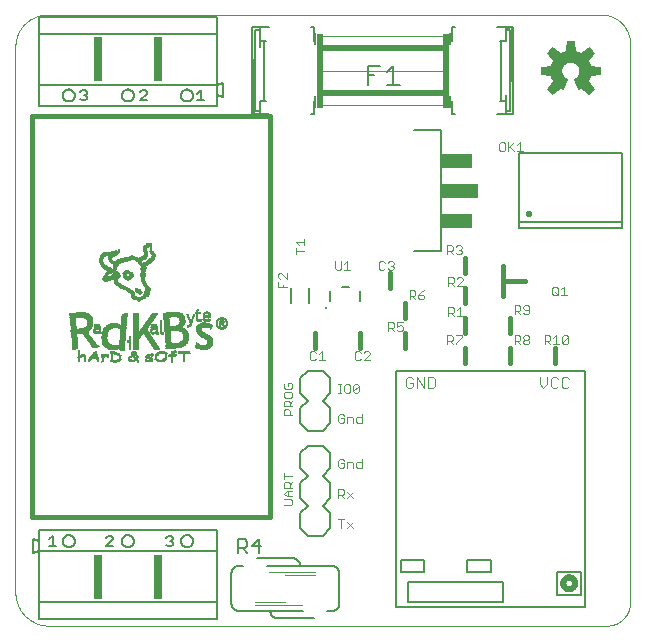
<source format=gto>
G75*
%MOIN*%
%OFA0B0*%
%FSLAX25Y25*%
%IPPOS*%
%LPD*%
%AMOC8*
5,1,8,0,0,1.08239X$1,22.5*
%
%ADD10C,0.00000*%
%ADD11C,0.00300*%
%ADD12C,0.01600*%
%ADD13C,0.00200*%
%ADD14C,0.00600*%
%ADD15R,0.40000X0.02000*%
%ADD16R,0.02000X0.25000*%
%ADD17R,0.01000X0.18000*%
%ADD18R,0.01500X0.01000*%
%ADD19R,0.01000X0.04000*%
%ADD20R,0.01000X0.20000*%
%ADD21C,0.00700*%
%ADD22C,0.02174*%
%ADD23C,0.00500*%
%ADD24C,0.00800*%
%ADD25R,0.10660X0.05016*%
%ADD26R,0.12505X0.05016*%
%ADD27R,0.03000X0.15000*%
%ADD28C,0.01969*%
%ADD29C,0.01000*%
%ADD30R,0.00189X0.00031*%
%ADD31R,0.00378X0.00031*%
%ADD32R,0.00472X0.00031*%
%ADD33R,0.00630X0.00031*%
%ADD34R,0.00661X0.00031*%
%ADD35R,0.01102X0.00031*%
%ADD36R,0.00315X0.00031*%
%ADD37R,0.00693X0.00031*%
%ADD38R,0.00063X0.00031*%
%ADD39R,0.01386X0.00031*%
%ADD40R,0.00756X0.00031*%
%ADD41R,0.00283X0.00031*%
%ADD42R,0.01701X0.00031*%
%ADD43R,0.00504X0.00031*%
%ADD44R,0.00787X0.00031*%
%ADD45R,0.00409X0.00031*%
%ADD46R,0.00441X0.00031*%
%ADD47R,0.01953X0.00031*%
%ADD48R,0.01071X0.00031*%
%ADD49R,0.01197X0.00031*%
%ADD50R,0.00819X0.00031*%
%ADD51R,0.00535X0.00031*%
%ADD52R,0.00094X0.00031*%
%ADD53R,0.00567X0.00031*%
%ADD54R,0.02142X0.00031*%
%ADD55R,0.00882X0.00031*%
%ADD56R,0.01417X0.00031*%
%ADD57R,0.00346X0.00031*%
%ADD58R,0.00598X0.00031*%
%ADD59R,0.02299X0.00031*%
%ADD60R,0.00724X0.00031*%
%ADD61R,0.01575X0.00031*%
%ADD62R,0.01638X0.00031*%
%ADD63R,0.02488X0.00031*%
%ADD64R,0.01795X0.00031*%
%ADD65R,0.01890X0.00031*%
%ADD66R,0.00850X0.00031*%
%ADD67R,0.02646X0.00031*%
%ADD68R,0.01512X0.00031*%
%ADD69R,0.01984X0.00031*%
%ADD70R,0.02079X0.00031*%
%ADD71R,0.02803X0.00031*%
%ADD72R,0.01669X0.00031*%
%ADD73R,0.02110X0.00031*%
%ADD74R,0.02205X0.00031*%
%ADD75R,0.02898X0.00031*%
%ADD76R,0.01858X0.00031*%
%ADD77R,0.02236X0.00031*%
%ADD78R,0.02961X0.00031*%
%ADD79R,0.02394X0.00031*%
%ADD80R,0.03055X0.00031*%
%ADD81R,0.02362X0.00031*%
%ADD82R,0.02551X0.00031*%
%ADD83R,0.03087X0.00031*%
%ADD84R,0.02457X0.00031*%
%ADD85R,0.02677X0.00031*%
%ADD86R,0.03181X0.00031*%
%ADD87R,0.02520X0.00031*%
%ADD88R,0.02772X0.00031*%
%ADD89R,0.00913X0.00031*%
%ADD90R,0.03213X0.00031*%
%ADD91R,0.03244X0.00031*%
%ADD92R,0.03370X0.00031*%
%ADD93R,0.02583X0.00031*%
%ADD94R,0.03024X0.00031*%
%ADD95R,0.00945X0.00031*%
%ADD96R,0.03402X0.00031*%
%ADD97R,0.02614X0.00031*%
%ADD98R,0.03276X0.00031*%
%ADD99R,0.03433X0.00031*%
%ADD100R,0.03150X0.00031*%
%ADD101R,0.03339X0.00031*%
%ADD102R,0.02709X0.00031*%
%ADD103R,0.00976X0.00031*%
%ADD104R,0.01134X0.00031*%
%ADD105R,0.01480X0.00031*%
%ADD106R,0.01008X0.00031*%
%ADD107R,0.03496X0.00031*%
%ADD108R,0.01228X0.00031*%
%ADD109R,0.03559X0.00031*%
%ADD110R,0.01039X0.00031*%
%ADD111R,0.01354X0.00031*%
%ADD112R,0.01291X0.00031*%
%ADD113R,0.01260X0.00031*%
%ADD114R,0.00220X0.00031*%
%ADD115R,0.01165X0.00031*%
%ADD116R,0.01606X0.00031*%
%ADD117R,0.01323X0.00031*%
%ADD118R,0.01764X0.00031*%
%ADD119R,0.02047X0.00031*%
%ADD120R,0.01921X0.00031*%
%ADD121R,0.01449X0.00031*%
%ADD122R,0.03118X0.00031*%
%ADD123R,0.01543X0.00031*%
%ADD124R,0.02992X0.00031*%
%ADD125R,0.01732X0.00031*%
%ADD126R,0.02016X0.00031*%
%ADD127R,0.02740X0.00031*%
%ADD128R,0.02173X0.00031*%
%ADD129R,0.00126X0.00031*%
%ADD130R,0.02425X0.00031*%
%ADD131R,0.02268X0.00031*%
%ADD132R,0.01827X0.00031*%
%ADD133R,0.00252X0.00031*%
%ADD134R,0.03717X0.00031*%
%ADD135R,0.03591X0.00031*%
%ADD136R,0.03843X0.00031*%
%ADD137R,0.03937X0.00031*%
%ADD138R,0.04063X0.00031*%
%ADD139R,0.04094X0.00031*%
%ADD140R,0.04157X0.00031*%
%ADD141R,0.02331X0.00031*%
%ADD142R,0.04220X0.00031*%
%ADD143R,0.02929X0.00031*%
%ADD144R,0.02835X0.00031*%
%ADD145R,0.04189X0.00031*%
%ADD146R,0.04031X0.00031*%
%ADD147R,0.04000X0.00031*%
%ADD148R,0.03874X0.00031*%
%ADD149R,0.03307X0.00031*%
%ADD150R,0.00157X0.00031*%
%ADD151R,0.00031X0.00031*%
%ADD152R,0.03465X0.00031*%
%ADD153R,0.03685X0.00031*%
%ADD154R,0.03780X0.00031*%
%ADD155R,0.04126X0.00031*%
%ADD156R,0.04252X0.00031*%
%ADD157R,0.04378X0.00031*%
%ADD158R,0.04504X0.00031*%
%ADD159R,0.04315X0.00031*%
%ADD160R,0.04567X0.00031*%
%ADD161R,0.06236X0.00031*%
%ADD162R,0.04661X0.00031*%
%ADD163R,0.06268X0.00031*%
%ADD164R,0.04787X0.00031*%
%ADD165R,0.06299X0.00031*%
%ADD166R,0.04283X0.00031*%
%ADD167R,0.04850X0.00031*%
%ADD168R,0.06331X0.00031*%
%ADD169R,0.04441X0.00031*%
%ADD170R,0.04945X0.00031*%
%ADD171R,0.06362X0.00031*%
%ADD172R,0.04598X0.00031*%
%ADD173R,0.05039X0.00031*%
%ADD174R,0.06394X0.00031*%
%ADD175R,0.04724X0.00031*%
%ADD176R,0.05134X0.00031*%
%ADD177R,0.06457X0.00031*%
%ADD178R,0.05197X0.00031*%
%ADD179R,0.06488X0.00031*%
%ADD180R,0.05008X0.00031*%
%ADD181R,0.05291X0.00031*%
%ADD182R,0.06520X0.00031*%
%ADD183R,0.05071X0.00031*%
%ADD184R,0.05354X0.00031*%
%ADD185R,0.06583X0.00031*%
%ADD186R,0.05449X0.00031*%
%ADD187R,0.06614X0.00031*%
%ADD188R,0.05228X0.00031*%
%ADD189R,0.05512X0.00031*%
%ADD190R,0.06646X0.00031*%
%ADD191R,0.05323X0.00031*%
%ADD192R,0.05543X0.00031*%
%ADD193R,0.06677X0.00031*%
%ADD194R,0.05417X0.00031*%
%ADD195R,0.06709X0.00031*%
%ADD196R,0.06740X0.00031*%
%ADD197R,0.05606X0.00031*%
%ADD198R,0.06772X0.00031*%
%ADD199R,0.05669X0.00031*%
%ADD200R,0.05575X0.00031*%
%ADD201R,0.06803X0.00031*%
%ADD202R,0.05732X0.00031*%
%ADD203R,0.06835X0.00031*%
%ADD204R,0.05764X0.00031*%
%ADD205R,0.05827X0.00031*%
%ADD206R,0.06866X0.00031*%
%ADD207R,0.05890X0.00031*%
%ADD208R,0.06929X0.00031*%
%ADD209R,0.05953X0.00031*%
%ADD210R,0.06961X0.00031*%
%ADD211R,0.06016X0.00031*%
%ADD212R,0.06079X0.00031*%
%ADD213R,0.03654X0.00031*%
%ADD214R,0.06110X0.00031*%
%ADD215R,0.06173X0.00031*%
%ADD216R,0.02866X0.00031*%
%ADD217R,0.06551X0.00031*%
%ADD218R,0.06898X0.00031*%
%ADD219R,0.03528X0.00031*%
%ADD220R,0.05795X0.00031*%
%ADD221R,0.05701X0.00031*%
%ADD222R,0.05480X0.00031*%
%ADD223R,0.05638X0.00031*%
%ADD224R,0.05386X0.00031*%
%ADD225R,0.05260X0.00031*%
%ADD226R,0.05858X0.00031*%
%ADD227R,0.05921X0.00031*%
%ADD228R,0.06142X0.00031*%
%ADD229R,0.07402X0.00031*%
%ADD230R,0.07370X0.00031*%
%ADD231R,0.07339X0.00031*%
%ADD232R,0.07307X0.00031*%
%ADD233R,0.06425X0.00031*%
%ADD234R,0.07276X0.00031*%
%ADD235R,0.07244X0.00031*%
%ADD236R,0.07213X0.00031*%
%ADD237R,0.07181X0.00031*%
%ADD238R,0.07150X0.00031*%
%ADD239R,0.07118X0.00031*%
%ADD240R,0.07087X0.00031*%
%ADD241R,0.07055X0.00031*%
%ADD242R,0.07024X0.00031*%
%ADD243R,0.06992X0.00031*%
%ADD244R,0.03969X0.00031*%
%ADD245R,0.05102X0.00031*%
%ADD246R,0.04409X0.00031*%
%ADD247R,0.04913X0.00031*%
%ADD248R,0.04819X0.00031*%
%ADD249R,0.04535X0.00031*%
%ADD250R,0.03748X0.00031*%
%ADD251R,0.04346X0.00031*%
%ADD252R,0.03622X0.00031*%
%ADD253R,0.07528X0.00031*%
%ADD254R,0.07496X0.00031*%
%ADD255R,0.07465X0.00031*%
%ADD256R,0.07433X0.00031*%
%ADD257R,0.06205X0.00031*%
%ADD258R,0.05165X0.00031*%
%ADD259R,0.04472X0.00031*%
%ADD260R,0.04882X0.00031*%
%ADD261R,0.03811X0.00031*%
%ADD262R,0.04630X0.00031*%
%ADD263R,0.03906X0.00031*%
%ADD264R,0.04976X0.00031*%
%ADD265R,0.04756X0.00031*%
%ADD266R,0.08567X0.00031*%
%ADD267R,0.08535X0.00031*%
%ADD268R,0.08504X0.00031*%
%ADD269R,0.08472X0.00031*%
%ADD270R,0.08378X0.00031*%
%ADD271R,0.08315X0.00031*%
%ADD272R,0.08220X0.00031*%
%ADD273R,0.08094X0.00031*%
D10*
X0012329Y0009583D02*
X0198239Y0009583D01*
X0198428Y0009585D01*
X0198617Y0009592D01*
X0198806Y0009604D01*
X0198995Y0009620D01*
X0199183Y0009640D01*
X0199370Y0009665D01*
X0199557Y0009695D01*
X0199744Y0009729D01*
X0199929Y0009767D01*
X0200113Y0009811D01*
X0200296Y0009858D01*
X0200478Y0009910D01*
X0200659Y0009966D01*
X0200838Y0010027D01*
X0201016Y0010092D01*
X0201192Y0010161D01*
X0201366Y0010235D01*
X0201539Y0010312D01*
X0201710Y0010394D01*
X0201878Y0010480D01*
X0202045Y0010570D01*
X0202209Y0010664D01*
X0202371Y0010762D01*
X0202530Y0010864D01*
X0202688Y0010969D01*
X0202842Y0011079D01*
X0202994Y0011192D01*
X0203143Y0011308D01*
X0203289Y0011429D01*
X0203432Y0011552D01*
X0203572Y0011680D01*
X0203709Y0011810D01*
X0203843Y0011944D01*
X0203973Y0012081D01*
X0204101Y0012221D01*
X0204224Y0012364D01*
X0204345Y0012510D01*
X0204461Y0012659D01*
X0204574Y0012811D01*
X0204684Y0012965D01*
X0204789Y0013123D01*
X0204891Y0013282D01*
X0204989Y0013444D01*
X0205083Y0013608D01*
X0205173Y0013775D01*
X0205259Y0013943D01*
X0205341Y0014114D01*
X0205418Y0014287D01*
X0205492Y0014461D01*
X0205561Y0014637D01*
X0205626Y0014815D01*
X0205687Y0014994D01*
X0205743Y0015175D01*
X0205795Y0015357D01*
X0205842Y0015540D01*
X0205886Y0015724D01*
X0205924Y0015909D01*
X0205958Y0016096D01*
X0205988Y0016283D01*
X0206013Y0016470D01*
X0206033Y0016658D01*
X0206049Y0016847D01*
X0206061Y0017036D01*
X0206068Y0017225D01*
X0206070Y0017414D01*
X0206070Y0203613D01*
X0206067Y0203847D01*
X0206059Y0204080D01*
X0206045Y0204314D01*
X0206025Y0204546D01*
X0205999Y0204779D01*
X0205969Y0205010D01*
X0205932Y0205241D01*
X0205890Y0205471D01*
X0205842Y0205700D01*
X0205789Y0205927D01*
X0205730Y0206154D01*
X0205666Y0206378D01*
X0205597Y0206602D01*
X0205522Y0206823D01*
X0205442Y0207042D01*
X0205356Y0207260D01*
X0205265Y0207475D01*
X0205169Y0207688D01*
X0205068Y0207899D01*
X0204962Y0208107D01*
X0204851Y0208313D01*
X0204735Y0208516D01*
X0204614Y0208716D01*
X0204489Y0208913D01*
X0204358Y0209107D01*
X0204223Y0209297D01*
X0204083Y0209485D01*
X0203939Y0209669D01*
X0203791Y0209849D01*
X0203638Y0210026D01*
X0203481Y0210199D01*
X0203320Y0210368D01*
X0203154Y0210534D01*
X0202985Y0210695D01*
X0202812Y0210852D01*
X0202635Y0211005D01*
X0202455Y0211153D01*
X0202271Y0211297D01*
X0202083Y0211437D01*
X0201893Y0211572D01*
X0201699Y0211703D01*
X0201502Y0211828D01*
X0201302Y0211949D01*
X0201099Y0212065D01*
X0200893Y0212176D01*
X0200685Y0212282D01*
X0200474Y0212383D01*
X0200261Y0212479D01*
X0200046Y0212570D01*
X0199828Y0212656D01*
X0199609Y0212736D01*
X0199388Y0212811D01*
X0199164Y0212880D01*
X0198940Y0212944D01*
X0198713Y0213003D01*
X0198486Y0213056D01*
X0198257Y0213104D01*
X0198027Y0213146D01*
X0197796Y0213183D01*
X0197565Y0213213D01*
X0197332Y0213239D01*
X0197100Y0213259D01*
X0196866Y0213273D01*
X0196633Y0213281D01*
X0196399Y0213284D01*
X0011812Y0213284D01*
X0011554Y0213281D01*
X0011297Y0213272D01*
X0011040Y0213256D01*
X0010783Y0213234D01*
X0010527Y0213206D01*
X0010271Y0213172D01*
X0010017Y0213132D01*
X0009763Y0213085D01*
X0009511Y0213033D01*
X0009260Y0212974D01*
X0009011Y0212909D01*
X0008763Y0212839D01*
X0008517Y0212762D01*
X0008273Y0212680D01*
X0008031Y0212591D01*
X0007791Y0212497D01*
X0007554Y0212397D01*
X0007319Y0212291D01*
X0007086Y0212180D01*
X0006857Y0212063D01*
X0006630Y0211940D01*
X0006406Y0211812D01*
X0006186Y0211679D01*
X0005969Y0211540D01*
X0005755Y0211396D01*
X0005544Y0211248D01*
X0005338Y0211094D01*
X0005135Y0210935D01*
X0004936Y0210771D01*
X0004741Y0210602D01*
X0004550Y0210429D01*
X0004364Y0210251D01*
X0004182Y0210069D01*
X0004004Y0209883D01*
X0003831Y0209692D01*
X0003662Y0209497D01*
X0003498Y0209298D01*
X0003339Y0209095D01*
X0003185Y0208889D01*
X0003037Y0208678D01*
X0002893Y0208464D01*
X0002754Y0208247D01*
X0002621Y0208027D01*
X0002493Y0207803D01*
X0002370Y0207576D01*
X0002253Y0207347D01*
X0002142Y0207114D01*
X0002036Y0206879D01*
X0001936Y0206642D01*
X0001842Y0206402D01*
X0001753Y0206160D01*
X0001671Y0205916D01*
X0001594Y0205670D01*
X0001524Y0205422D01*
X0001459Y0205173D01*
X0001400Y0204922D01*
X0001348Y0204670D01*
X0001301Y0204416D01*
X0001261Y0204162D01*
X0001227Y0203906D01*
X0001199Y0203650D01*
X0001177Y0203393D01*
X0001161Y0203136D01*
X0001152Y0202879D01*
X0001149Y0202621D01*
X0001149Y0020764D01*
X0001152Y0020494D01*
X0001162Y0020224D01*
X0001178Y0019954D01*
X0001201Y0019685D01*
X0001231Y0019416D01*
X0001266Y0019149D01*
X0001309Y0018882D01*
X0001357Y0018616D01*
X0001412Y0018352D01*
X0001474Y0018088D01*
X0001542Y0017827D01*
X0001616Y0017567D01*
X0001696Y0017309D01*
X0001783Y0017053D01*
X0001876Y0016800D01*
X0001974Y0016548D01*
X0002079Y0016299D01*
X0002190Y0016053D01*
X0002307Y0015809D01*
X0002430Y0015568D01*
X0002558Y0015331D01*
X0002692Y0015096D01*
X0002832Y0014865D01*
X0002977Y0014637D01*
X0003128Y0014413D01*
X0003284Y0014193D01*
X0003446Y0013976D01*
X0003612Y0013763D01*
X0003784Y0013555D01*
X0003961Y0013350D01*
X0004142Y0013150D01*
X0004329Y0012955D01*
X0004520Y0012764D01*
X0004715Y0012577D01*
X0004915Y0012396D01*
X0005120Y0012219D01*
X0005328Y0012047D01*
X0005541Y0011881D01*
X0005758Y0011719D01*
X0005978Y0011563D01*
X0006202Y0011412D01*
X0006430Y0011267D01*
X0006661Y0011127D01*
X0006896Y0010993D01*
X0007133Y0010865D01*
X0007374Y0010742D01*
X0007618Y0010625D01*
X0007864Y0010514D01*
X0008113Y0010409D01*
X0008365Y0010311D01*
X0008618Y0010218D01*
X0008874Y0010131D01*
X0009132Y0010051D01*
X0009392Y0009977D01*
X0009653Y0009909D01*
X0009917Y0009847D01*
X0010181Y0009792D01*
X0010447Y0009744D01*
X0010714Y0009701D01*
X0010981Y0009666D01*
X0011250Y0009636D01*
X0011519Y0009613D01*
X0011789Y0009597D01*
X0012059Y0009587D01*
X0012329Y0009584D01*
D11*
X0090596Y0049733D02*
X0093015Y0049733D01*
X0093499Y0050217D01*
X0093499Y0051185D01*
X0093015Y0051668D01*
X0090596Y0051668D01*
X0091564Y0052680D02*
X0090596Y0053647D01*
X0091564Y0054615D01*
X0093499Y0054615D01*
X0093499Y0055626D02*
X0090596Y0055626D01*
X0090596Y0057078D01*
X0091080Y0057561D01*
X0092047Y0057561D01*
X0092531Y0057078D01*
X0092531Y0055626D01*
X0092531Y0056594D02*
X0093499Y0057561D01*
X0093499Y0059540D02*
X0090596Y0059540D01*
X0090596Y0058573D02*
X0090596Y0060508D01*
X0092047Y0054615D02*
X0092047Y0052680D01*
X0091564Y0052680D02*
X0093499Y0052680D01*
X0108799Y0052233D02*
X0108799Y0055136D01*
X0110250Y0055136D01*
X0110734Y0054652D01*
X0110734Y0053685D01*
X0110250Y0053201D01*
X0108799Y0053201D01*
X0109766Y0053201D02*
X0110734Y0052233D01*
X0111745Y0052233D02*
X0113680Y0054168D01*
X0111745Y0054168D02*
X0113680Y0052233D01*
X0110734Y0045136D02*
X0108799Y0045136D01*
X0109766Y0045136D02*
X0109766Y0042233D01*
X0111745Y0042233D02*
X0113680Y0044168D01*
X0111745Y0044168D02*
X0113680Y0042233D01*
X0113680Y0062233D02*
X0113680Y0063685D01*
X0113196Y0064168D01*
X0111745Y0064168D01*
X0111745Y0062233D01*
X0110734Y0062717D02*
X0110734Y0063685D01*
X0109766Y0063685D01*
X0108799Y0064652D02*
X0108799Y0062717D01*
X0109282Y0062233D01*
X0110250Y0062233D01*
X0110734Y0062717D01*
X0110734Y0064652D02*
X0110250Y0065136D01*
X0109282Y0065136D01*
X0108799Y0064652D01*
X0114692Y0063685D02*
X0114692Y0062717D01*
X0115175Y0062233D01*
X0116627Y0062233D01*
X0116627Y0065136D01*
X0116627Y0064168D02*
X0115175Y0064168D01*
X0114692Y0063685D01*
X0115175Y0077233D02*
X0114692Y0077717D01*
X0114692Y0078685D01*
X0115175Y0079168D01*
X0116627Y0079168D01*
X0116627Y0080136D02*
X0116627Y0077233D01*
X0115175Y0077233D01*
X0113680Y0077233D02*
X0113680Y0078685D01*
X0113196Y0079168D01*
X0111745Y0079168D01*
X0111745Y0077233D01*
X0110734Y0077717D02*
X0110734Y0078685D01*
X0109766Y0078685D01*
X0108799Y0079652D02*
X0108799Y0077717D01*
X0109282Y0077233D01*
X0110250Y0077233D01*
X0110734Y0077717D01*
X0110734Y0079652D02*
X0110250Y0080136D01*
X0109282Y0080136D01*
X0108799Y0079652D01*
X0108799Y0087233D02*
X0109766Y0087233D01*
X0109282Y0087233D02*
X0109282Y0090136D01*
X0108799Y0090136D02*
X0109766Y0090136D01*
X0110763Y0089652D02*
X0111247Y0090136D01*
X0112214Y0090136D01*
X0112698Y0089652D01*
X0112698Y0087717D01*
X0112214Y0087233D01*
X0111247Y0087233D01*
X0110763Y0087717D01*
X0110763Y0089652D01*
X0113710Y0089652D02*
X0114193Y0090136D01*
X0115161Y0090136D01*
X0115645Y0089652D01*
X0113710Y0087717D01*
X0114193Y0087233D01*
X0115161Y0087233D01*
X0115645Y0087717D01*
X0115645Y0089652D01*
X0113710Y0089652D02*
X0113710Y0087717D01*
X0114826Y0098088D02*
X0115794Y0098088D01*
X0116278Y0098572D01*
X0117289Y0098088D02*
X0119224Y0100023D01*
X0119224Y0100507D01*
X0118740Y0100991D01*
X0117773Y0100991D01*
X0117289Y0100507D01*
X0116278Y0100507D02*
X0115794Y0100991D01*
X0114826Y0100991D01*
X0114343Y0100507D01*
X0114343Y0098572D01*
X0114826Y0098088D01*
X0117289Y0098088D02*
X0119224Y0098088D01*
X0125406Y0107783D02*
X0125406Y0110686D01*
X0126857Y0110686D01*
X0127341Y0110202D01*
X0127341Y0109235D01*
X0126857Y0108751D01*
X0125406Y0108751D01*
X0126373Y0108751D02*
X0127341Y0107783D01*
X0128352Y0108267D02*
X0128836Y0107783D01*
X0129803Y0107783D01*
X0130287Y0108267D01*
X0130287Y0109235D01*
X0129803Y0109718D01*
X0129320Y0109718D01*
X0128352Y0109235D01*
X0128352Y0110686D01*
X0130287Y0110686D01*
X0132549Y0118483D02*
X0132549Y0121386D01*
X0134000Y0121386D01*
X0134484Y0120902D01*
X0134484Y0119935D01*
X0134000Y0119451D01*
X0132549Y0119451D01*
X0133516Y0119451D02*
X0134484Y0118483D01*
X0135495Y0118967D02*
X0135979Y0118483D01*
X0136946Y0118483D01*
X0137430Y0118967D01*
X0137430Y0119451D01*
X0136946Y0119935D01*
X0135495Y0119935D01*
X0135495Y0118967D01*
X0135495Y0119935D02*
X0136463Y0120902D01*
X0137430Y0121386D01*
X0145406Y0122783D02*
X0145406Y0125686D01*
X0146857Y0125686D01*
X0147341Y0125202D01*
X0147341Y0124235D01*
X0146857Y0123751D01*
X0145406Y0123751D01*
X0146373Y0123751D02*
X0147341Y0122783D01*
X0148352Y0122783D02*
X0150287Y0124718D01*
X0150287Y0125202D01*
X0149803Y0125686D01*
X0148836Y0125686D01*
X0148352Y0125202D01*
X0148352Y0122783D02*
X0150287Y0122783D01*
X0149320Y0115686D02*
X0149320Y0112783D01*
X0150287Y0112783D02*
X0148352Y0112783D01*
X0147341Y0112783D02*
X0146373Y0113751D01*
X0146857Y0113751D02*
X0145406Y0113751D01*
X0145406Y0112783D02*
X0145406Y0115686D01*
X0146857Y0115686D01*
X0147341Y0115202D01*
X0147341Y0114235D01*
X0146857Y0113751D01*
X0148352Y0114718D02*
X0149320Y0115686D01*
X0149930Y0106386D02*
X0147995Y0106386D01*
X0146984Y0105902D02*
X0146984Y0104935D01*
X0146500Y0104451D01*
X0145049Y0104451D01*
X0146016Y0104451D02*
X0146984Y0103483D01*
X0147995Y0103483D02*
X0147995Y0103967D01*
X0149930Y0105902D01*
X0149930Y0106386D01*
X0146984Y0105902D02*
X0146500Y0106386D01*
X0145049Y0106386D01*
X0145049Y0103483D01*
X0140399Y0092468D02*
X0138579Y0092468D01*
X0138579Y0088828D01*
X0140399Y0088828D01*
X0141006Y0089434D01*
X0141006Y0091861D01*
X0140399Y0092468D01*
X0137381Y0092468D02*
X0137381Y0088828D01*
X0134954Y0092468D01*
X0134954Y0088828D01*
X0133755Y0089434D02*
X0133755Y0090648D01*
X0132542Y0090648D01*
X0131329Y0091861D02*
X0131329Y0089434D01*
X0131935Y0088828D01*
X0133149Y0088828D01*
X0133755Y0089434D01*
X0133755Y0091861D02*
X0133149Y0092468D01*
X0131935Y0092468D01*
X0131329Y0091861D01*
X0104224Y0098088D02*
X0102289Y0098088D01*
X0103257Y0098088D02*
X0103257Y0100991D01*
X0102289Y0100023D01*
X0101278Y0100507D02*
X0100794Y0100991D01*
X0099826Y0100991D01*
X0099343Y0100507D01*
X0099343Y0098572D01*
X0099826Y0098088D01*
X0100794Y0098088D01*
X0101278Y0098572D01*
X0093015Y0090508D02*
X0092047Y0090508D01*
X0092047Y0089540D01*
X0091080Y0088573D02*
X0093015Y0088573D01*
X0093499Y0089057D01*
X0093499Y0090024D01*
X0093015Y0090508D01*
X0091080Y0090508D02*
X0090596Y0090024D01*
X0090596Y0089057D01*
X0091080Y0088573D01*
X0091080Y0087561D02*
X0090596Y0087078D01*
X0090596Y0086110D01*
X0091080Y0085626D01*
X0093015Y0085626D01*
X0093499Y0086110D01*
X0093499Y0087078D01*
X0093015Y0087561D01*
X0091080Y0087561D01*
X0091080Y0084615D02*
X0092047Y0084615D01*
X0092531Y0084131D01*
X0092531Y0082680D01*
X0092531Y0083647D02*
X0093499Y0084615D01*
X0093499Y0082680D02*
X0090596Y0082680D01*
X0090596Y0084131D01*
X0091080Y0084615D01*
X0091080Y0081668D02*
X0092047Y0081668D01*
X0092531Y0081185D01*
X0092531Y0079733D01*
X0093499Y0079733D02*
X0090596Y0079733D01*
X0090596Y0081185D01*
X0091080Y0081668D01*
X0091699Y0122340D02*
X0088796Y0122340D01*
X0088796Y0124275D01*
X0089280Y0125287D02*
X0088796Y0125771D01*
X0088796Y0126738D01*
X0089280Y0127222D01*
X0089764Y0127222D01*
X0091699Y0125287D01*
X0091699Y0127222D01*
X0090247Y0123308D02*
X0090247Y0122340D01*
X0094592Y0133473D02*
X0094592Y0135408D01*
X0094592Y0134441D02*
X0097495Y0134441D01*
X0097495Y0136420D02*
X0097495Y0138355D01*
X0097495Y0137387D02*
X0094592Y0137387D01*
X0095560Y0136420D01*
X0107799Y0131136D02*
X0107799Y0128717D01*
X0108282Y0128233D01*
X0109250Y0128233D01*
X0109734Y0128717D01*
X0109734Y0131136D01*
X0110745Y0130168D02*
X0111713Y0131136D01*
X0111713Y0128233D01*
X0112680Y0128233D02*
X0110745Y0128233D01*
X0122362Y0128662D02*
X0122845Y0128178D01*
X0123813Y0128178D01*
X0124297Y0128662D01*
X0125308Y0128662D02*
X0125792Y0128178D01*
X0126759Y0128178D01*
X0127243Y0128662D01*
X0127243Y0129146D01*
X0126759Y0129629D01*
X0126276Y0129629D01*
X0126759Y0129629D02*
X0127243Y0130113D01*
X0127243Y0130597D01*
X0126759Y0131081D01*
X0125792Y0131081D01*
X0125308Y0130597D01*
X0124297Y0130597D02*
X0123813Y0131081D01*
X0122845Y0131081D01*
X0122362Y0130597D01*
X0122362Y0128662D01*
X0145049Y0133483D02*
X0145049Y0136386D01*
X0146500Y0136386D01*
X0146984Y0135902D01*
X0146984Y0134935D01*
X0146500Y0134451D01*
X0145049Y0134451D01*
X0146016Y0134451D02*
X0146984Y0133483D01*
X0147995Y0133967D02*
X0148479Y0133483D01*
X0149446Y0133483D01*
X0149930Y0133967D01*
X0149930Y0134451D01*
X0149446Y0134935D01*
X0148963Y0134935D01*
X0149446Y0134935D02*
X0149930Y0135418D01*
X0149930Y0135902D01*
X0149446Y0136386D01*
X0148479Y0136386D01*
X0147995Y0135902D01*
X0167549Y0116386D02*
X0169000Y0116386D01*
X0169484Y0115902D01*
X0169484Y0114935D01*
X0169000Y0114451D01*
X0167549Y0114451D01*
X0168516Y0114451D02*
X0169484Y0113483D01*
X0170495Y0113967D02*
X0170979Y0113483D01*
X0171946Y0113483D01*
X0172430Y0113967D01*
X0172430Y0115902D01*
X0171946Y0116386D01*
X0170979Y0116386D01*
X0170495Y0115902D01*
X0170495Y0115418D01*
X0170979Y0114935D01*
X0172430Y0114935D01*
X0167549Y0113483D02*
X0167549Y0116386D01*
X0167549Y0106386D02*
X0169000Y0106386D01*
X0169484Y0105902D01*
X0169484Y0104935D01*
X0169000Y0104451D01*
X0167549Y0104451D01*
X0168516Y0104451D02*
X0169484Y0103483D01*
X0170495Y0103967D02*
X0170495Y0104451D01*
X0170979Y0104935D01*
X0171946Y0104935D01*
X0172430Y0104451D01*
X0172430Y0103967D01*
X0171946Y0103483D01*
X0170979Y0103483D01*
X0170495Y0103967D01*
X0170979Y0104935D02*
X0170495Y0105418D01*
X0170495Y0105902D01*
X0170979Y0106386D01*
X0171946Y0106386D01*
X0172430Y0105902D01*
X0172430Y0105418D01*
X0171946Y0104935D01*
X0167549Y0103483D02*
X0167549Y0106386D01*
X0177549Y0106386D02*
X0177549Y0103483D01*
X0177549Y0104451D02*
X0179000Y0104451D01*
X0179484Y0104935D01*
X0179484Y0105902D01*
X0179000Y0106386D01*
X0177549Y0106386D01*
X0178516Y0104451D02*
X0179484Y0103483D01*
X0180495Y0103483D02*
X0182430Y0103483D01*
X0181463Y0103483D02*
X0181463Y0106386D01*
X0180495Y0105418D01*
X0183442Y0105902D02*
X0183442Y0103967D01*
X0185377Y0105902D01*
X0185377Y0103967D01*
X0184893Y0103483D01*
X0183925Y0103483D01*
X0183442Y0103967D01*
X0183442Y0105902D02*
X0183925Y0106386D01*
X0184893Y0106386D01*
X0185377Y0105902D01*
X0185045Y0092468D02*
X0183831Y0092468D01*
X0183225Y0091861D01*
X0183225Y0089434D01*
X0183831Y0088828D01*
X0185045Y0088828D01*
X0185651Y0089434D01*
X0185651Y0091861D02*
X0185045Y0092468D01*
X0182026Y0091861D02*
X0181420Y0092468D01*
X0180206Y0092468D01*
X0179600Y0091861D01*
X0179600Y0089434D01*
X0180206Y0088828D01*
X0181420Y0088828D01*
X0182026Y0089434D01*
X0178401Y0090041D02*
X0178401Y0092468D01*
X0175974Y0092468D02*
X0175974Y0090041D01*
X0177188Y0088828D01*
X0178401Y0090041D01*
X0180532Y0119733D02*
X0180049Y0120217D01*
X0180049Y0122152D01*
X0180532Y0122636D01*
X0181500Y0122636D01*
X0181984Y0122152D01*
X0181984Y0120217D01*
X0181500Y0119733D01*
X0180532Y0119733D01*
X0181016Y0120701D02*
X0181984Y0119733D01*
X0182995Y0119733D02*
X0184930Y0119733D01*
X0183963Y0119733D02*
X0183963Y0122636D01*
X0182995Y0121668D01*
X0170287Y0167783D02*
X0168352Y0167783D01*
X0169320Y0167783D02*
X0169320Y0170686D01*
X0168352Y0169718D01*
X0167341Y0170686D02*
X0165406Y0168751D01*
X0165889Y0169235D02*
X0167341Y0167783D01*
X0165406Y0167783D02*
X0165406Y0170686D01*
X0164394Y0170202D02*
X0163910Y0170686D01*
X0162943Y0170686D01*
X0162459Y0170202D01*
X0162459Y0168267D01*
X0162943Y0167783D01*
X0163910Y0167783D01*
X0164394Y0168267D01*
X0164394Y0170202D01*
X0180089Y0186827D02*
X0182563Y0188845D01*
X0183559Y0188331D01*
X0184972Y0191742D01*
X0184440Y0192026D01*
X0183974Y0192408D01*
X0183591Y0192874D01*
X0183307Y0193406D01*
X0183132Y0193983D01*
X0183073Y0194583D01*
X0183138Y0195212D01*
X0183329Y0195813D01*
X0183640Y0196363D01*
X0184056Y0196838D01*
X0184561Y0197218D01*
X0185133Y0197487D01*
X0185747Y0197633D01*
X0186378Y0197651D01*
X0187000Y0197539D01*
X0187586Y0197303D01*
X0188111Y0196952D01*
X0188553Y0196501D01*
X0188894Y0195970D01*
X0189120Y0195380D01*
X0189220Y0194756D01*
X0189190Y0194125D01*
X0189032Y0193513D01*
X0188753Y0192947D01*
X0188364Y0192449D01*
X0187881Y0192042D01*
X0187326Y0191742D01*
X0188738Y0188331D01*
X0189735Y0188845D01*
X0192209Y0186827D01*
X0193905Y0188523D01*
X0191887Y0190998D01*
X0192400Y0191994D01*
X0192742Y0193061D01*
X0195918Y0193384D01*
X0195918Y0195783D01*
X0192742Y0196105D01*
X0192400Y0197173D01*
X0191887Y0198169D01*
X0193905Y0200643D01*
X0192209Y0202339D01*
X0189735Y0200322D01*
X0188738Y0200835D01*
X0187671Y0201177D01*
X0187348Y0204353D01*
X0184949Y0204353D01*
X0184627Y0201177D01*
X0183559Y0200835D01*
X0182563Y0200322D01*
X0180089Y0202339D01*
X0178393Y0200643D01*
X0180410Y0198169D01*
X0179897Y0197173D01*
X0179555Y0196105D01*
X0176379Y0195783D01*
X0176379Y0193384D01*
X0179555Y0193061D01*
X0179897Y0191994D01*
X0180410Y0190998D01*
X0178393Y0188523D01*
X0180089Y0186827D01*
X0180017Y0186899D02*
X0180177Y0186899D01*
X0180543Y0187198D02*
X0179719Y0187198D01*
X0179420Y0187496D02*
X0180909Y0187496D01*
X0181275Y0187795D02*
X0179122Y0187795D01*
X0178823Y0188093D02*
X0181641Y0188093D01*
X0182007Y0188392D02*
X0178525Y0188392D01*
X0178529Y0188690D02*
X0182373Y0188690D01*
X0182863Y0188690D02*
X0183708Y0188690D01*
X0183831Y0188989D02*
X0178772Y0188989D01*
X0179015Y0189287D02*
X0183955Y0189287D01*
X0184078Y0189586D02*
X0179259Y0189586D01*
X0179502Y0189884D02*
X0184202Y0189884D01*
X0184326Y0190183D02*
X0179746Y0190183D01*
X0179989Y0190481D02*
X0184449Y0190481D01*
X0184573Y0190780D02*
X0180233Y0190780D01*
X0180369Y0191078D02*
X0184697Y0191078D01*
X0184820Y0191377D02*
X0180215Y0191377D01*
X0180061Y0191675D02*
X0184944Y0191675D01*
X0184537Y0191974D02*
X0179907Y0191974D01*
X0179808Y0192272D02*
X0184139Y0192272D01*
X0183840Y0192571D02*
X0179712Y0192571D01*
X0179617Y0192869D02*
X0183595Y0192869D01*
X0183434Y0193168D02*
X0178506Y0193168D01*
X0176379Y0193466D02*
X0183289Y0193466D01*
X0183198Y0193765D02*
X0176379Y0193765D01*
X0176379Y0194063D02*
X0183124Y0194063D01*
X0183095Y0194362D02*
X0176379Y0194362D01*
X0176379Y0194660D02*
X0183081Y0194660D01*
X0183111Y0194959D02*
X0176379Y0194959D01*
X0176379Y0195257D02*
X0183152Y0195257D01*
X0183247Y0195556D02*
X0176379Y0195556D01*
X0177083Y0195854D02*
X0183353Y0195854D01*
X0183521Y0196153D02*
X0179571Y0196153D01*
X0179666Y0196451D02*
X0183717Y0196451D01*
X0183979Y0196750D02*
X0179762Y0196750D01*
X0179857Y0197048D02*
X0184336Y0197048D01*
X0184836Y0197347D02*
X0179987Y0197347D01*
X0180140Y0197645D02*
X0186193Y0197645D01*
X0186407Y0197645D02*
X0192157Y0197645D01*
X0192311Y0197347D02*
X0187476Y0197347D01*
X0187967Y0197048D02*
X0192440Y0197048D01*
X0192536Y0196750D02*
X0188309Y0196750D01*
X0188585Y0196451D02*
X0192631Y0196451D01*
X0192727Y0196153D02*
X0188777Y0196153D01*
X0188938Y0195854D02*
X0195214Y0195854D01*
X0195918Y0195556D02*
X0189052Y0195556D01*
X0189139Y0195257D02*
X0195918Y0195257D01*
X0195918Y0194959D02*
X0189187Y0194959D01*
X0189215Y0194660D02*
X0195918Y0194660D01*
X0195918Y0194362D02*
X0189201Y0194362D01*
X0189174Y0194063D02*
X0195918Y0194063D01*
X0195918Y0193765D02*
X0189097Y0193765D01*
X0189009Y0193466D02*
X0195918Y0193466D01*
X0193791Y0193168D02*
X0188862Y0193168D01*
X0188692Y0192869D02*
X0192681Y0192869D01*
X0192585Y0192571D02*
X0188459Y0192571D01*
X0188154Y0192272D02*
X0192489Y0192272D01*
X0192390Y0191974D02*
X0187755Y0191974D01*
X0187353Y0191675D02*
X0192236Y0191675D01*
X0192083Y0191377D02*
X0187477Y0191377D01*
X0187601Y0191078D02*
X0191929Y0191078D01*
X0192065Y0190780D02*
X0187724Y0190780D01*
X0187848Y0190481D02*
X0192308Y0190481D01*
X0192552Y0190183D02*
X0187972Y0190183D01*
X0188095Y0189884D02*
X0192795Y0189884D01*
X0193038Y0189586D02*
X0188219Y0189586D01*
X0188343Y0189287D02*
X0193282Y0189287D01*
X0193525Y0188989D02*
X0188466Y0188989D01*
X0188590Y0188690D02*
X0189434Y0188690D01*
X0189924Y0188690D02*
X0193769Y0188690D01*
X0193773Y0188392D02*
X0190290Y0188392D01*
X0190656Y0188093D02*
X0193474Y0188093D01*
X0193176Y0187795D02*
X0191022Y0187795D01*
X0191388Y0187496D02*
X0192877Y0187496D01*
X0192579Y0187198D02*
X0191755Y0187198D01*
X0192121Y0186899D02*
X0192280Y0186899D01*
X0188855Y0188392D02*
X0188713Y0188392D01*
X0183584Y0188392D02*
X0183442Y0188392D01*
X0180294Y0197944D02*
X0192003Y0197944D01*
X0191947Y0198242D02*
X0180350Y0198242D01*
X0180107Y0198541D02*
X0192190Y0198541D01*
X0192434Y0198840D02*
X0179863Y0198840D01*
X0179620Y0199138D02*
X0192677Y0199138D01*
X0192921Y0199437D02*
X0179377Y0199437D01*
X0179133Y0199735D02*
X0193164Y0199735D01*
X0193407Y0200034D02*
X0178890Y0200034D01*
X0178646Y0200332D02*
X0182550Y0200332D01*
X0182583Y0200332D02*
X0189715Y0200332D01*
X0189747Y0200332D02*
X0193651Y0200332D01*
X0193894Y0200631D02*
X0190113Y0200631D01*
X0190479Y0200929D02*
X0193619Y0200929D01*
X0193320Y0201228D02*
X0190845Y0201228D01*
X0191211Y0201526D02*
X0193022Y0201526D01*
X0192723Y0201825D02*
X0191577Y0201825D01*
X0191944Y0202123D02*
X0192425Y0202123D01*
X0189135Y0200631D02*
X0183162Y0200631D01*
X0183853Y0200929D02*
X0188444Y0200929D01*
X0187666Y0201228D02*
X0184632Y0201228D01*
X0184662Y0201526D02*
X0187635Y0201526D01*
X0187605Y0201825D02*
X0184692Y0201825D01*
X0184723Y0202123D02*
X0187575Y0202123D01*
X0187544Y0202422D02*
X0184753Y0202422D01*
X0184783Y0202720D02*
X0187514Y0202720D01*
X0187484Y0203019D02*
X0184814Y0203019D01*
X0184844Y0203317D02*
X0187453Y0203317D01*
X0187423Y0203616D02*
X0184874Y0203616D01*
X0184905Y0203914D02*
X0187393Y0203914D01*
X0187362Y0204213D02*
X0184935Y0204213D01*
X0182184Y0200631D02*
X0178403Y0200631D01*
X0178679Y0200929D02*
X0181818Y0200929D01*
X0181452Y0201228D02*
X0178977Y0201228D01*
X0179276Y0201526D02*
X0181086Y0201526D01*
X0180720Y0201825D02*
X0179574Y0201825D01*
X0179873Y0202123D02*
X0180354Y0202123D01*
D12*
X0151149Y0132083D02*
X0151149Y0127083D01*
X0151149Y0122083D02*
X0151149Y0117083D01*
X0151149Y0112083D02*
X0151149Y0107083D01*
X0151149Y0102083D02*
X0151149Y0097083D01*
X0166149Y0097083D02*
X0166149Y0102083D01*
X0166149Y0107083D02*
X0166149Y0112083D01*
X0163649Y0119583D02*
X0163649Y0124583D01*
X0171149Y0124583D01*
X0163649Y0124583D02*
X0163649Y0129583D01*
X0181149Y0102083D02*
X0181149Y0097083D01*
X0131149Y0102083D02*
X0131149Y0107083D01*
X0131149Y0112083D02*
X0131149Y0117083D01*
X0126149Y0122083D02*
X0126149Y0127083D01*
X0116149Y0107083D02*
X0116149Y0102083D01*
X0101149Y0102083D02*
X0101149Y0107083D01*
X0086149Y0045725D02*
X0006621Y0045725D01*
X0006621Y0179583D01*
X0086149Y0179583D01*
X0086149Y0045725D01*
D13*
X0085649Y0027583D02*
X0101149Y0027583D01*
X0101149Y0026583D02*
X0091149Y0026583D01*
X0091149Y0017583D02*
X0081149Y0017583D01*
X0081149Y0016583D02*
X0096649Y0016583D01*
X0103649Y0183083D02*
X0143649Y0183083D01*
X0143649Y0194583D02*
X0103649Y0194583D01*
X0103649Y0206083D02*
X0143649Y0206083D01*
D14*
X0068249Y0011833D02*
X0009049Y0011833D01*
X0009049Y0017333D01*
X0009049Y0034333D01*
X0068249Y0034333D01*
X0068249Y0017333D01*
X0068249Y0011833D01*
X0068249Y0017333D02*
X0009049Y0017333D01*
X0007049Y0033833D02*
X0009049Y0034333D01*
X0009049Y0037833D01*
X0009049Y0041333D01*
X0068249Y0041333D01*
X0068249Y0034333D01*
X0073149Y0027083D02*
X0073149Y0017083D01*
X0073151Y0016985D01*
X0073157Y0016887D01*
X0073166Y0016789D01*
X0073180Y0016692D01*
X0073197Y0016595D01*
X0073218Y0016499D01*
X0073243Y0016404D01*
X0073271Y0016310D01*
X0073304Y0016218D01*
X0073339Y0016126D01*
X0073379Y0016036D01*
X0073421Y0015948D01*
X0073468Y0015861D01*
X0073517Y0015777D01*
X0073570Y0015694D01*
X0073626Y0015614D01*
X0073686Y0015535D01*
X0073748Y0015459D01*
X0073813Y0015386D01*
X0073881Y0015315D01*
X0073952Y0015247D01*
X0074025Y0015182D01*
X0074101Y0015120D01*
X0074180Y0015060D01*
X0074260Y0015004D01*
X0074343Y0014951D01*
X0074427Y0014902D01*
X0074514Y0014855D01*
X0074602Y0014813D01*
X0074692Y0014773D01*
X0074784Y0014738D01*
X0074876Y0014705D01*
X0074970Y0014677D01*
X0075065Y0014652D01*
X0075161Y0014631D01*
X0075258Y0014614D01*
X0075355Y0014600D01*
X0075453Y0014591D01*
X0075551Y0014585D01*
X0075649Y0014583D01*
X0097149Y0014583D01*
X0100649Y0012083D02*
X0088649Y0012083D01*
X0088551Y0012085D01*
X0088453Y0012091D01*
X0088355Y0012100D01*
X0088258Y0012114D01*
X0088161Y0012131D01*
X0088065Y0012152D01*
X0087970Y0012177D01*
X0087876Y0012205D01*
X0087784Y0012238D01*
X0087692Y0012273D01*
X0087602Y0012313D01*
X0087514Y0012355D01*
X0087427Y0012402D01*
X0087343Y0012451D01*
X0087260Y0012504D01*
X0087180Y0012560D01*
X0087101Y0012620D01*
X0087025Y0012682D01*
X0086952Y0012747D01*
X0086881Y0012815D01*
X0086813Y0012886D01*
X0086748Y0012959D01*
X0086686Y0013035D01*
X0086626Y0013114D01*
X0086570Y0013194D01*
X0086517Y0013277D01*
X0086468Y0013361D01*
X0086421Y0013448D01*
X0086379Y0013536D01*
X0086339Y0013626D01*
X0086304Y0013718D01*
X0086271Y0013810D01*
X0086243Y0013904D01*
X0086218Y0013999D01*
X0086197Y0014095D01*
X0086180Y0014192D01*
X0086166Y0014289D01*
X0086157Y0014387D01*
X0086151Y0014485D01*
X0086149Y0014583D01*
X0073149Y0027083D02*
X0073151Y0027181D01*
X0073157Y0027279D01*
X0073166Y0027377D01*
X0073180Y0027474D01*
X0073197Y0027571D01*
X0073218Y0027667D01*
X0073243Y0027762D01*
X0073271Y0027856D01*
X0073304Y0027948D01*
X0073339Y0028040D01*
X0073379Y0028130D01*
X0073421Y0028218D01*
X0073468Y0028305D01*
X0073517Y0028389D01*
X0073570Y0028472D01*
X0073626Y0028552D01*
X0073686Y0028631D01*
X0073748Y0028707D01*
X0073813Y0028780D01*
X0073881Y0028851D01*
X0073952Y0028919D01*
X0074025Y0028984D01*
X0074101Y0029046D01*
X0074180Y0029106D01*
X0074260Y0029162D01*
X0074343Y0029215D01*
X0074427Y0029264D01*
X0074514Y0029311D01*
X0074602Y0029353D01*
X0074692Y0029393D01*
X0074784Y0029428D01*
X0074876Y0029461D01*
X0074970Y0029489D01*
X0075065Y0029514D01*
X0075161Y0029535D01*
X0075258Y0029552D01*
X0075355Y0029566D01*
X0075453Y0029575D01*
X0075551Y0029581D01*
X0075649Y0029583D01*
X0077149Y0029583D01*
X0081649Y0032083D02*
X0093649Y0032083D01*
X0093747Y0032081D01*
X0093845Y0032075D01*
X0093943Y0032066D01*
X0094040Y0032052D01*
X0094137Y0032035D01*
X0094233Y0032014D01*
X0094328Y0031989D01*
X0094422Y0031961D01*
X0094514Y0031928D01*
X0094606Y0031893D01*
X0094696Y0031853D01*
X0094784Y0031811D01*
X0094871Y0031764D01*
X0094955Y0031715D01*
X0095038Y0031662D01*
X0095118Y0031606D01*
X0095197Y0031546D01*
X0095273Y0031484D01*
X0095346Y0031419D01*
X0095417Y0031351D01*
X0095485Y0031280D01*
X0095550Y0031207D01*
X0095612Y0031131D01*
X0095672Y0031052D01*
X0095728Y0030972D01*
X0095781Y0030889D01*
X0095830Y0030805D01*
X0095877Y0030718D01*
X0095919Y0030630D01*
X0095959Y0030540D01*
X0095994Y0030448D01*
X0096027Y0030356D01*
X0096055Y0030262D01*
X0096080Y0030167D01*
X0096101Y0030071D01*
X0096118Y0029974D01*
X0096132Y0029877D01*
X0096141Y0029779D01*
X0096147Y0029681D01*
X0096149Y0029583D01*
X0106649Y0029583D02*
X0085149Y0029583D01*
X0105149Y0014583D02*
X0106649Y0014583D01*
X0106747Y0014585D01*
X0106845Y0014591D01*
X0106943Y0014600D01*
X0107040Y0014614D01*
X0107137Y0014631D01*
X0107233Y0014652D01*
X0107328Y0014677D01*
X0107422Y0014705D01*
X0107514Y0014738D01*
X0107606Y0014773D01*
X0107696Y0014813D01*
X0107784Y0014855D01*
X0107871Y0014902D01*
X0107955Y0014951D01*
X0108038Y0015004D01*
X0108118Y0015060D01*
X0108197Y0015120D01*
X0108273Y0015182D01*
X0108346Y0015247D01*
X0108417Y0015315D01*
X0108485Y0015386D01*
X0108550Y0015459D01*
X0108612Y0015535D01*
X0108672Y0015614D01*
X0108728Y0015694D01*
X0108781Y0015777D01*
X0108830Y0015861D01*
X0108877Y0015948D01*
X0108919Y0016036D01*
X0108959Y0016126D01*
X0108994Y0016218D01*
X0109027Y0016310D01*
X0109055Y0016404D01*
X0109080Y0016499D01*
X0109101Y0016595D01*
X0109118Y0016692D01*
X0109132Y0016789D01*
X0109141Y0016887D01*
X0109147Y0016985D01*
X0109149Y0017083D01*
X0109149Y0027083D01*
X0109147Y0027181D01*
X0109141Y0027279D01*
X0109132Y0027377D01*
X0109118Y0027474D01*
X0109101Y0027571D01*
X0109080Y0027667D01*
X0109055Y0027762D01*
X0109027Y0027856D01*
X0108994Y0027948D01*
X0108959Y0028040D01*
X0108919Y0028130D01*
X0108877Y0028218D01*
X0108830Y0028305D01*
X0108781Y0028389D01*
X0108728Y0028472D01*
X0108672Y0028552D01*
X0108612Y0028631D01*
X0108550Y0028707D01*
X0108485Y0028780D01*
X0108417Y0028851D01*
X0108346Y0028919D01*
X0108273Y0028984D01*
X0108197Y0029046D01*
X0108118Y0029106D01*
X0108038Y0029162D01*
X0107955Y0029215D01*
X0107871Y0029264D01*
X0107784Y0029311D01*
X0107696Y0029353D01*
X0107606Y0029393D01*
X0107514Y0029428D01*
X0107422Y0029461D01*
X0107328Y0029489D01*
X0107233Y0029514D01*
X0107137Y0029535D01*
X0107040Y0029552D01*
X0106943Y0029566D01*
X0106845Y0029575D01*
X0106747Y0029581D01*
X0106649Y0029583D01*
X0056349Y0037833D02*
X0056351Y0037922D01*
X0056357Y0038011D01*
X0056367Y0038100D01*
X0056381Y0038188D01*
X0056398Y0038275D01*
X0056420Y0038361D01*
X0056446Y0038447D01*
X0056475Y0038531D01*
X0056508Y0038614D01*
X0056544Y0038695D01*
X0056585Y0038775D01*
X0056628Y0038852D01*
X0056675Y0038928D01*
X0056726Y0039001D01*
X0056779Y0039072D01*
X0056836Y0039141D01*
X0056896Y0039207D01*
X0056959Y0039271D01*
X0057024Y0039331D01*
X0057092Y0039389D01*
X0057163Y0039443D01*
X0057236Y0039494D01*
X0057311Y0039542D01*
X0057388Y0039587D01*
X0057467Y0039628D01*
X0057548Y0039665D01*
X0057630Y0039699D01*
X0057714Y0039730D01*
X0057799Y0039756D01*
X0057885Y0039779D01*
X0057972Y0039797D01*
X0058060Y0039812D01*
X0058149Y0039823D01*
X0058238Y0039830D01*
X0058327Y0039833D01*
X0058416Y0039832D01*
X0058505Y0039827D01*
X0058593Y0039818D01*
X0058682Y0039805D01*
X0058769Y0039788D01*
X0058856Y0039768D01*
X0058942Y0039743D01*
X0059026Y0039715D01*
X0059109Y0039683D01*
X0059191Y0039647D01*
X0059271Y0039608D01*
X0059349Y0039565D01*
X0059425Y0039519D01*
X0059499Y0039469D01*
X0059571Y0039416D01*
X0059640Y0039360D01*
X0059707Y0039301D01*
X0059771Y0039239D01*
X0059832Y0039175D01*
X0059891Y0039107D01*
X0059946Y0039037D01*
X0059998Y0038965D01*
X0060047Y0038890D01*
X0060092Y0038814D01*
X0060134Y0038735D01*
X0060172Y0038655D01*
X0060207Y0038573D01*
X0060238Y0038489D01*
X0060266Y0038404D01*
X0060289Y0038318D01*
X0060309Y0038231D01*
X0060325Y0038144D01*
X0060337Y0038055D01*
X0060345Y0037967D01*
X0060349Y0037878D01*
X0060349Y0037788D01*
X0060345Y0037699D01*
X0060337Y0037611D01*
X0060325Y0037522D01*
X0060309Y0037435D01*
X0060289Y0037348D01*
X0060266Y0037262D01*
X0060238Y0037177D01*
X0060207Y0037093D01*
X0060172Y0037011D01*
X0060134Y0036931D01*
X0060092Y0036852D01*
X0060047Y0036776D01*
X0059998Y0036701D01*
X0059946Y0036629D01*
X0059891Y0036559D01*
X0059832Y0036491D01*
X0059771Y0036427D01*
X0059707Y0036365D01*
X0059640Y0036306D01*
X0059571Y0036250D01*
X0059499Y0036197D01*
X0059425Y0036147D01*
X0059349Y0036101D01*
X0059271Y0036058D01*
X0059191Y0036019D01*
X0059109Y0035983D01*
X0059026Y0035951D01*
X0058942Y0035923D01*
X0058856Y0035898D01*
X0058769Y0035878D01*
X0058682Y0035861D01*
X0058593Y0035848D01*
X0058505Y0035839D01*
X0058416Y0035834D01*
X0058327Y0035833D01*
X0058238Y0035836D01*
X0058149Y0035843D01*
X0058060Y0035854D01*
X0057972Y0035869D01*
X0057885Y0035887D01*
X0057799Y0035910D01*
X0057714Y0035936D01*
X0057630Y0035967D01*
X0057548Y0036001D01*
X0057467Y0036038D01*
X0057388Y0036079D01*
X0057311Y0036124D01*
X0057236Y0036172D01*
X0057163Y0036223D01*
X0057092Y0036277D01*
X0057024Y0036335D01*
X0056959Y0036395D01*
X0056896Y0036459D01*
X0056836Y0036525D01*
X0056779Y0036594D01*
X0056726Y0036665D01*
X0056675Y0036738D01*
X0056628Y0036814D01*
X0056585Y0036891D01*
X0056544Y0036971D01*
X0056508Y0037052D01*
X0056475Y0037135D01*
X0056446Y0037219D01*
X0056420Y0037305D01*
X0056398Y0037391D01*
X0056381Y0037478D01*
X0056367Y0037566D01*
X0056357Y0037655D01*
X0056351Y0037744D01*
X0056349Y0037833D01*
X0036649Y0037833D02*
X0036651Y0037922D01*
X0036657Y0038011D01*
X0036667Y0038100D01*
X0036681Y0038188D01*
X0036698Y0038275D01*
X0036720Y0038361D01*
X0036746Y0038447D01*
X0036775Y0038531D01*
X0036808Y0038614D01*
X0036844Y0038695D01*
X0036885Y0038775D01*
X0036928Y0038852D01*
X0036975Y0038928D01*
X0037026Y0039001D01*
X0037079Y0039072D01*
X0037136Y0039141D01*
X0037196Y0039207D01*
X0037259Y0039271D01*
X0037324Y0039331D01*
X0037392Y0039389D01*
X0037463Y0039443D01*
X0037536Y0039494D01*
X0037611Y0039542D01*
X0037688Y0039587D01*
X0037767Y0039628D01*
X0037848Y0039665D01*
X0037930Y0039699D01*
X0038014Y0039730D01*
X0038099Y0039756D01*
X0038185Y0039779D01*
X0038272Y0039797D01*
X0038360Y0039812D01*
X0038449Y0039823D01*
X0038538Y0039830D01*
X0038627Y0039833D01*
X0038716Y0039832D01*
X0038805Y0039827D01*
X0038893Y0039818D01*
X0038982Y0039805D01*
X0039069Y0039788D01*
X0039156Y0039768D01*
X0039242Y0039743D01*
X0039326Y0039715D01*
X0039409Y0039683D01*
X0039491Y0039647D01*
X0039571Y0039608D01*
X0039649Y0039565D01*
X0039725Y0039519D01*
X0039799Y0039469D01*
X0039871Y0039416D01*
X0039940Y0039360D01*
X0040007Y0039301D01*
X0040071Y0039239D01*
X0040132Y0039175D01*
X0040191Y0039107D01*
X0040246Y0039037D01*
X0040298Y0038965D01*
X0040347Y0038890D01*
X0040392Y0038814D01*
X0040434Y0038735D01*
X0040472Y0038655D01*
X0040507Y0038573D01*
X0040538Y0038489D01*
X0040566Y0038404D01*
X0040589Y0038318D01*
X0040609Y0038231D01*
X0040625Y0038144D01*
X0040637Y0038055D01*
X0040645Y0037967D01*
X0040649Y0037878D01*
X0040649Y0037788D01*
X0040645Y0037699D01*
X0040637Y0037611D01*
X0040625Y0037522D01*
X0040609Y0037435D01*
X0040589Y0037348D01*
X0040566Y0037262D01*
X0040538Y0037177D01*
X0040507Y0037093D01*
X0040472Y0037011D01*
X0040434Y0036931D01*
X0040392Y0036852D01*
X0040347Y0036776D01*
X0040298Y0036701D01*
X0040246Y0036629D01*
X0040191Y0036559D01*
X0040132Y0036491D01*
X0040071Y0036427D01*
X0040007Y0036365D01*
X0039940Y0036306D01*
X0039871Y0036250D01*
X0039799Y0036197D01*
X0039725Y0036147D01*
X0039649Y0036101D01*
X0039571Y0036058D01*
X0039491Y0036019D01*
X0039409Y0035983D01*
X0039326Y0035951D01*
X0039242Y0035923D01*
X0039156Y0035898D01*
X0039069Y0035878D01*
X0038982Y0035861D01*
X0038893Y0035848D01*
X0038805Y0035839D01*
X0038716Y0035834D01*
X0038627Y0035833D01*
X0038538Y0035836D01*
X0038449Y0035843D01*
X0038360Y0035854D01*
X0038272Y0035869D01*
X0038185Y0035887D01*
X0038099Y0035910D01*
X0038014Y0035936D01*
X0037930Y0035967D01*
X0037848Y0036001D01*
X0037767Y0036038D01*
X0037688Y0036079D01*
X0037611Y0036124D01*
X0037536Y0036172D01*
X0037463Y0036223D01*
X0037392Y0036277D01*
X0037324Y0036335D01*
X0037259Y0036395D01*
X0037196Y0036459D01*
X0037136Y0036525D01*
X0037079Y0036594D01*
X0037026Y0036665D01*
X0036975Y0036738D01*
X0036928Y0036814D01*
X0036885Y0036891D01*
X0036844Y0036971D01*
X0036808Y0037052D01*
X0036775Y0037135D01*
X0036746Y0037219D01*
X0036720Y0037305D01*
X0036698Y0037391D01*
X0036681Y0037478D01*
X0036667Y0037566D01*
X0036657Y0037655D01*
X0036651Y0037744D01*
X0036649Y0037833D01*
X0016949Y0037833D02*
X0016951Y0037922D01*
X0016957Y0038011D01*
X0016967Y0038100D01*
X0016981Y0038188D01*
X0016998Y0038275D01*
X0017020Y0038361D01*
X0017046Y0038447D01*
X0017075Y0038531D01*
X0017108Y0038614D01*
X0017144Y0038695D01*
X0017185Y0038775D01*
X0017228Y0038852D01*
X0017275Y0038928D01*
X0017326Y0039001D01*
X0017379Y0039072D01*
X0017436Y0039141D01*
X0017496Y0039207D01*
X0017559Y0039271D01*
X0017624Y0039331D01*
X0017692Y0039389D01*
X0017763Y0039443D01*
X0017836Y0039494D01*
X0017911Y0039542D01*
X0017988Y0039587D01*
X0018067Y0039628D01*
X0018148Y0039665D01*
X0018230Y0039699D01*
X0018314Y0039730D01*
X0018399Y0039756D01*
X0018485Y0039779D01*
X0018572Y0039797D01*
X0018660Y0039812D01*
X0018749Y0039823D01*
X0018838Y0039830D01*
X0018927Y0039833D01*
X0019016Y0039832D01*
X0019105Y0039827D01*
X0019193Y0039818D01*
X0019282Y0039805D01*
X0019369Y0039788D01*
X0019456Y0039768D01*
X0019542Y0039743D01*
X0019626Y0039715D01*
X0019709Y0039683D01*
X0019791Y0039647D01*
X0019871Y0039608D01*
X0019949Y0039565D01*
X0020025Y0039519D01*
X0020099Y0039469D01*
X0020171Y0039416D01*
X0020240Y0039360D01*
X0020307Y0039301D01*
X0020371Y0039239D01*
X0020432Y0039175D01*
X0020491Y0039107D01*
X0020546Y0039037D01*
X0020598Y0038965D01*
X0020647Y0038890D01*
X0020692Y0038814D01*
X0020734Y0038735D01*
X0020772Y0038655D01*
X0020807Y0038573D01*
X0020838Y0038489D01*
X0020866Y0038404D01*
X0020889Y0038318D01*
X0020909Y0038231D01*
X0020925Y0038144D01*
X0020937Y0038055D01*
X0020945Y0037967D01*
X0020949Y0037878D01*
X0020949Y0037788D01*
X0020945Y0037699D01*
X0020937Y0037611D01*
X0020925Y0037522D01*
X0020909Y0037435D01*
X0020889Y0037348D01*
X0020866Y0037262D01*
X0020838Y0037177D01*
X0020807Y0037093D01*
X0020772Y0037011D01*
X0020734Y0036931D01*
X0020692Y0036852D01*
X0020647Y0036776D01*
X0020598Y0036701D01*
X0020546Y0036629D01*
X0020491Y0036559D01*
X0020432Y0036491D01*
X0020371Y0036427D01*
X0020307Y0036365D01*
X0020240Y0036306D01*
X0020171Y0036250D01*
X0020099Y0036197D01*
X0020025Y0036147D01*
X0019949Y0036101D01*
X0019871Y0036058D01*
X0019791Y0036019D01*
X0019709Y0035983D01*
X0019626Y0035951D01*
X0019542Y0035923D01*
X0019456Y0035898D01*
X0019369Y0035878D01*
X0019282Y0035861D01*
X0019193Y0035848D01*
X0019105Y0035839D01*
X0019016Y0035834D01*
X0018927Y0035833D01*
X0018838Y0035836D01*
X0018749Y0035843D01*
X0018660Y0035854D01*
X0018572Y0035869D01*
X0018485Y0035887D01*
X0018399Y0035910D01*
X0018314Y0035936D01*
X0018230Y0035967D01*
X0018148Y0036001D01*
X0018067Y0036038D01*
X0017988Y0036079D01*
X0017911Y0036124D01*
X0017836Y0036172D01*
X0017763Y0036223D01*
X0017692Y0036277D01*
X0017624Y0036335D01*
X0017559Y0036395D01*
X0017496Y0036459D01*
X0017436Y0036525D01*
X0017379Y0036594D01*
X0017326Y0036665D01*
X0017275Y0036738D01*
X0017228Y0036814D01*
X0017185Y0036891D01*
X0017144Y0036971D01*
X0017108Y0037052D01*
X0017075Y0037135D01*
X0017046Y0037219D01*
X0017020Y0037305D01*
X0016998Y0037391D01*
X0016981Y0037478D01*
X0016967Y0037566D01*
X0016957Y0037655D01*
X0016951Y0037744D01*
X0016949Y0037833D01*
X0009049Y0037833D02*
X0007049Y0038333D01*
X0007049Y0033833D01*
X0080149Y0180083D02*
X0080149Y0198083D01*
X0080149Y0209083D01*
X0082649Y0209083D01*
X0085649Y0209083D01*
X0082649Y0209083D02*
X0082649Y0208083D01*
X0082649Y0204583D01*
X0082649Y0202583D01*
X0082649Y0204583D02*
X0084649Y0204583D01*
X0082649Y0208083D02*
X0081149Y0208083D01*
X0081149Y0198083D01*
X0081149Y0181083D01*
X0082649Y0181083D01*
X0082649Y0184583D01*
X0084649Y0184583D01*
X0082649Y0181083D02*
X0082649Y0180083D01*
X0085649Y0180083D01*
X0082649Y0180083D02*
X0080149Y0180083D01*
X0070249Y0185833D02*
X0070249Y0190333D01*
X0068249Y0189833D01*
X0068249Y0206833D01*
X0009049Y0206833D01*
X0009049Y0212333D01*
X0068249Y0212333D01*
X0068249Y0206833D01*
X0080149Y0198083D02*
X0081149Y0198083D01*
X0068249Y0189833D02*
X0068249Y0186333D01*
X0068249Y0182833D01*
X0009049Y0182833D01*
X0009049Y0189833D01*
X0009049Y0206833D01*
X0009049Y0189833D02*
X0068249Y0189833D01*
X0068249Y0186333D02*
X0070249Y0185833D01*
X0056349Y0186333D02*
X0056351Y0186422D01*
X0056357Y0186511D01*
X0056367Y0186600D01*
X0056381Y0186688D01*
X0056398Y0186775D01*
X0056420Y0186861D01*
X0056446Y0186947D01*
X0056475Y0187031D01*
X0056508Y0187114D01*
X0056544Y0187195D01*
X0056585Y0187275D01*
X0056628Y0187352D01*
X0056675Y0187428D01*
X0056726Y0187501D01*
X0056779Y0187572D01*
X0056836Y0187641D01*
X0056896Y0187707D01*
X0056959Y0187771D01*
X0057024Y0187831D01*
X0057092Y0187889D01*
X0057163Y0187943D01*
X0057236Y0187994D01*
X0057311Y0188042D01*
X0057388Y0188087D01*
X0057467Y0188128D01*
X0057548Y0188165D01*
X0057630Y0188199D01*
X0057714Y0188230D01*
X0057799Y0188256D01*
X0057885Y0188279D01*
X0057972Y0188297D01*
X0058060Y0188312D01*
X0058149Y0188323D01*
X0058238Y0188330D01*
X0058327Y0188333D01*
X0058416Y0188332D01*
X0058505Y0188327D01*
X0058593Y0188318D01*
X0058682Y0188305D01*
X0058769Y0188288D01*
X0058856Y0188268D01*
X0058942Y0188243D01*
X0059026Y0188215D01*
X0059109Y0188183D01*
X0059191Y0188147D01*
X0059271Y0188108D01*
X0059349Y0188065D01*
X0059425Y0188019D01*
X0059499Y0187969D01*
X0059571Y0187916D01*
X0059640Y0187860D01*
X0059707Y0187801D01*
X0059771Y0187739D01*
X0059832Y0187675D01*
X0059891Y0187607D01*
X0059946Y0187537D01*
X0059998Y0187465D01*
X0060047Y0187390D01*
X0060092Y0187314D01*
X0060134Y0187235D01*
X0060172Y0187155D01*
X0060207Y0187073D01*
X0060238Y0186989D01*
X0060266Y0186904D01*
X0060289Y0186818D01*
X0060309Y0186731D01*
X0060325Y0186644D01*
X0060337Y0186555D01*
X0060345Y0186467D01*
X0060349Y0186378D01*
X0060349Y0186288D01*
X0060345Y0186199D01*
X0060337Y0186111D01*
X0060325Y0186022D01*
X0060309Y0185935D01*
X0060289Y0185848D01*
X0060266Y0185762D01*
X0060238Y0185677D01*
X0060207Y0185593D01*
X0060172Y0185511D01*
X0060134Y0185431D01*
X0060092Y0185352D01*
X0060047Y0185276D01*
X0059998Y0185201D01*
X0059946Y0185129D01*
X0059891Y0185059D01*
X0059832Y0184991D01*
X0059771Y0184927D01*
X0059707Y0184865D01*
X0059640Y0184806D01*
X0059571Y0184750D01*
X0059499Y0184697D01*
X0059425Y0184647D01*
X0059349Y0184601D01*
X0059271Y0184558D01*
X0059191Y0184519D01*
X0059109Y0184483D01*
X0059026Y0184451D01*
X0058942Y0184423D01*
X0058856Y0184398D01*
X0058769Y0184378D01*
X0058682Y0184361D01*
X0058593Y0184348D01*
X0058505Y0184339D01*
X0058416Y0184334D01*
X0058327Y0184333D01*
X0058238Y0184336D01*
X0058149Y0184343D01*
X0058060Y0184354D01*
X0057972Y0184369D01*
X0057885Y0184387D01*
X0057799Y0184410D01*
X0057714Y0184436D01*
X0057630Y0184467D01*
X0057548Y0184501D01*
X0057467Y0184538D01*
X0057388Y0184579D01*
X0057311Y0184624D01*
X0057236Y0184672D01*
X0057163Y0184723D01*
X0057092Y0184777D01*
X0057024Y0184835D01*
X0056959Y0184895D01*
X0056896Y0184959D01*
X0056836Y0185025D01*
X0056779Y0185094D01*
X0056726Y0185165D01*
X0056675Y0185238D01*
X0056628Y0185314D01*
X0056585Y0185391D01*
X0056544Y0185471D01*
X0056508Y0185552D01*
X0056475Y0185635D01*
X0056446Y0185719D01*
X0056420Y0185805D01*
X0056398Y0185891D01*
X0056381Y0185978D01*
X0056367Y0186066D01*
X0056357Y0186155D01*
X0056351Y0186244D01*
X0056349Y0186333D01*
X0036649Y0186333D02*
X0036651Y0186422D01*
X0036657Y0186511D01*
X0036667Y0186600D01*
X0036681Y0186688D01*
X0036698Y0186775D01*
X0036720Y0186861D01*
X0036746Y0186947D01*
X0036775Y0187031D01*
X0036808Y0187114D01*
X0036844Y0187195D01*
X0036885Y0187275D01*
X0036928Y0187352D01*
X0036975Y0187428D01*
X0037026Y0187501D01*
X0037079Y0187572D01*
X0037136Y0187641D01*
X0037196Y0187707D01*
X0037259Y0187771D01*
X0037324Y0187831D01*
X0037392Y0187889D01*
X0037463Y0187943D01*
X0037536Y0187994D01*
X0037611Y0188042D01*
X0037688Y0188087D01*
X0037767Y0188128D01*
X0037848Y0188165D01*
X0037930Y0188199D01*
X0038014Y0188230D01*
X0038099Y0188256D01*
X0038185Y0188279D01*
X0038272Y0188297D01*
X0038360Y0188312D01*
X0038449Y0188323D01*
X0038538Y0188330D01*
X0038627Y0188333D01*
X0038716Y0188332D01*
X0038805Y0188327D01*
X0038893Y0188318D01*
X0038982Y0188305D01*
X0039069Y0188288D01*
X0039156Y0188268D01*
X0039242Y0188243D01*
X0039326Y0188215D01*
X0039409Y0188183D01*
X0039491Y0188147D01*
X0039571Y0188108D01*
X0039649Y0188065D01*
X0039725Y0188019D01*
X0039799Y0187969D01*
X0039871Y0187916D01*
X0039940Y0187860D01*
X0040007Y0187801D01*
X0040071Y0187739D01*
X0040132Y0187675D01*
X0040191Y0187607D01*
X0040246Y0187537D01*
X0040298Y0187465D01*
X0040347Y0187390D01*
X0040392Y0187314D01*
X0040434Y0187235D01*
X0040472Y0187155D01*
X0040507Y0187073D01*
X0040538Y0186989D01*
X0040566Y0186904D01*
X0040589Y0186818D01*
X0040609Y0186731D01*
X0040625Y0186644D01*
X0040637Y0186555D01*
X0040645Y0186467D01*
X0040649Y0186378D01*
X0040649Y0186288D01*
X0040645Y0186199D01*
X0040637Y0186111D01*
X0040625Y0186022D01*
X0040609Y0185935D01*
X0040589Y0185848D01*
X0040566Y0185762D01*
X0040538Y0185677D01*
X0040507Y0185593D01*
X0040472Y0185511D01*
X0040434Y0185431D01*
X0040392Y0185352D01*
X0040347Y0185276D01*
X0040298Y0185201D01*
X0040246Y0185129D01*
X0040191Y0185059D01*
X0040132Y0184991D01*
X0040071Y0184927D01*
X0040007Y0184865D01*
X0039940Y0184806D01*
X0039871Y0184750D01*
X0039799Y0184697D01*
X0039725Y0184647D01*
X0039649Y0184601D01*
X0039571Y0184558D01*
X0039491Y0184519D01*
X0039409Y0184483D01*
X0039326Y0184451D01*
X0039242Y0184423D01*
X0039156Y0184398D01*
X0039069Y0184378D01*
X0038982Y0184361D01*
X0038893Y0184348D01*
X0038805Y0184339D01*
X0038716Y0184334D01*
X0038627Y0184333D01*
X0038538Y0184336D01*
X0038449Y0184343D01*
X0038360Y0184354D01*
X0038272Y0184369D01*
X0038185Y0184387D01*
X0038099Y0184410D01*
X0038014Y0184436D01*
X0037930Y0184467D01*
X0037848Y0184501D01*
X0037767Y0184538D01*
X0037688Y0184579D01*
X0037611Y0184624D01*
X0037536Y0184672D01*
X0037463Y0184723D01*
X0037392Y0184777D01*
X0037324Y0184835D01*
X0037259Y0184895D01*
X0037196Y0184959D01*
X0037136Y0185025D01*
X0037079Y0185094D01*
X0037026Y0185165D01*
X0036975Y0185238D01*
X0036928Y0185314D01*
X0036885Y0185391D01*
X0036844Y0185471D01*
X0036808Y0185552D01*
X0036775Y0185635D01*
X0036746Y0185719D01*
X0036720Y0185805D01*
X0036698Y0185891D01*
X0036681Y0185978D01*
X0036667Y0186066D01*
X0036657Y0186155D01*
X0036651Y0186244D01*
X0036649Y0186333D01*
X0016949Y0186333D02*
X0016951Y0186422D01*
X0016957Y0186511D01*
X0016967Y0186600D01*
X0016981Y0186688D01*
X0016998Y0186775D01*
X0017020Y0186861D01*
X0017046Y0186947D01*
X0017075Y0187031D01*
X0017108Y0187114D01*
X0017144Y0187195D01*
X0017185Y0187275D01*
X0017228Y0187352D01*
X0017275Y0187428D01*
X0017326Y0187501D01*
X0017379Y0187572D01*
X0017436Y0187641D01*
X0017496Y0187707D01*
X0017559Y0187771D01*
X0017624Y0187831D01*
X0017692Y0187889D01*
X0017763Y0187943D01*
X0017836Y0187994D01*
X0017911Y0188042D01*
X0017988Y0188087D01*
X0018067Y0188128D01*
X0018148Y0188165D01*
X0018230Y0188199D01*
X0018314Y0188230D01*
X0018399Y0188256D01*
X0018485Y0188279D01*
X0018572Y0188297D01*
X0018660Y0188312D01*
X0018749Y0188323D01*
X0018838Y0188330D01*
X0018927Y0188333D01*
X0019016Y0188332D01*
X0019105Y0188327D01*
X0019193Y0188318D01*
X0019282Y0188305D01*
X0019369Y0188288D01*
X0019456Y0188268D01*
X0019542Y0188243D01*
X0019626Y0188215D01*
X0019709Y0188183D01*
X0019791Y0188147D01*
X0019871Y0188108D01*
X0019949Y0188065D01*
X0020025Y0188019D01*
X0020099Y0187969D01*
X0020171Y0187916D01*
X0020240Y0187860D01*
X0020307Y0187801D01*
X0020371Y0187739D01*
X0020432Y0187675D01*
X0020491Y0187607D01*
X0020546Y0187537D01*
X0020598Y0187465D01*
X0020647Y0187390D01*
X0020692Y0187314D01*
X0020734Y0187235D01*
X0020772Y0187155D01*
X0020807Y0187073D01*
X0020838Y0186989D01*
X0020866Y0186904D01*
X0020889Y0186818D01*
X0020909Y0186731D01*
X0020925Y0186644D01*
X0020937Y0186555D01*
X0020945Y0186467D01*
X0020949Y0186378D01*
X0020949Y0186288D01*
X0020945Y0186199D01*
X0020937Y0186111D01*
X0020925Y0186022D01*
X0020909Y0185935D01*
X0020889Y0185848D01*
X0020866Y0185762D01*
X0020838Y0185677D01*
X0020807Y0185593D01*
X0020772Y0185511D01*
X0020734Y0185431D01*
X0020692Y0185352D01*
X0020647Y0185276D01*
X0020598Y0185201D01*
X0020546Y0185129D01*
X0020491Y0185059D01*
X0020432Y0184991D01*
X0020371Y0184927D01*
X0020307Y0184865D01*
X0020240Y0184806D01*
X0020171Y0184750D01*
X0020099Y0184697D01*
X0020025Y0184647D01*
X0019949Y0184601D01*
X0019871Y0184558D01*
X0019791Y0184519D01*
X0019709Y0184483D01*
X0019626Y0184451D01*
X0019542Y0184423D01*
X0019456Y0184398D01*
X0019369Y0184378D01*
X0019282Y0184361D01*
X0019193Y0184348D01*
X0019105Y0184339D01*
X0019016Y0184334D01*
X0018927Y0184333D01*
X0018838Y0184336D01*
X0018749Y0184343D01*
X0018660Y0184354D01*
X0018572Y0184369D01*
X0018485Y0184387D01*
X0018399Y0184410D01*
X0018314Y0184436D01*
X0018230Y0184467D01*
X0018148Y0184501D01*
X0018067Y0184538D01*
X0017988Y0184579D01*
X0017911Y0184624D01*
X0017836Y0184672D01*
X0017763Y0184723D01*
X0017692Y0184777D01*
X0017624Y0184835D01*
X0017559Y0184895D01*
X0017496Y0184959D01*
X0017436Y0185025D01*
X0017379Y0185094D01*
X0017326Y0185165D01*
X0017275Y0185238D01*
X0017228Y0185314D01*
X0017185Y0185391D01*
X0017144Y0185471D01*
X0017108Y0185552D01*
X0017075Y0185635D01*
X0017046Y0185719D01*
X0017020Y0185805D01*
X0016998Y0185891D01*
X0016981Y0185978D01*
X0016967Y0186066D01*
X0016957Y0186155D01*
X0016951Y0186244D01*
X0016949Y0186333D01*
X0099649Y0180083D02*
X0100649Y0180083D01*
X0100649Y0184583D01*
X0100649Y0204583D02*
X0100649Y0209083D01*
X0099649Y0209083D01*
X0146649Y0209083D02*
X0146649Y0204583D01*
X0146649Y0209083D02*
X0147649Y0209083D01*
X0161649Y0209083D02*
X0164649Y0209083D01*
X0167149Y0209083D01*
X0167149Y0191083D01*
X0167149Y0180083D01*
X0164649Y0180083D01*
X0161649Y0180083D01*
X0164649Y0180083D02*
X0164649Y0181083D01*
X0164649Y0184583D01*
X0162649Y0184583D01*
X0164649Y0184583D02*
X0164649Y0186583D01*
X0166149Y0191083D02*
X0166149Y0181083D01*
X0164649Y0181083D01*
X0166149Y0191083D02*
X0166149Y0208083D01*
X0164649Y0208083D01*
X0164649Y0204583D01*
X0162649Y0204583D01*
X0164649Y0208083D02*
X0164649Y0209083D01*
X0166149Y0191083D02*
X0167149Y0191083D01*
X0147649Y0180083D02*
X0146649Y0180083D01*
X0146649Y0184583D01*
X0168885Y0167103D02*
X0168885Y0142064D01*
X0203314Y0142064D01*
X0203314Y0144095D01*
X0169279Y0144095D01*
X0168885Y0167103D02*
X0203314Y0167103D01*
X0203314Y0144095D01*
D15*
X0123649Y0187083D03*
X0123649Y0202083D03*
D16*
X0144649Y0194583D03*
X0102649Y0194583D03*
D17*
X0080649Y0189083D03*
X0166649Y0200083D03*
D18*
X0165399Y0208583D03*
D19*
X0146149Y0205083D03*
X0146149Y0184083D03*
X0101149Y0184083D03*
X0101149Y0205083D03*
D20*
X0084149Y0194583D03*
X0163149Y0194583D03*
D21*
X0129257Y0189933D02*
X0125053Y0189933D01*
X0127155Y0189933D02*
X0127155Y0196239D01*
X0125053Y0194137D01*
X0122811Y0196239D02*
X0118608Y0196239D01*
X0118608Y0189933D01*
X0118608Y0193086D02*
X0120709Y0193086D01*
D22*
X0172369Y0146709D03*
D23*
X0191149Y0094583D02*
X0128157Y0094583D01*
X0128157Y0015843D01*
X0191149Y0015843D01*
X0191149Y0094583D01*
X0159653Y0031591D02*
X0151779Y0031591D01*
X0151779Y0027654D01*
X0159653Y0027654D01*
X0159653Y0031591D01*
X0163590Y0024111D02*
X0132094Y0024111D01*
X0132094Y0017418D01*
X0163590Y0017418D01*
X0163590Y0024111D01*
X0181838Y0027654D02*
X0181838Y0019780D01*
X0189712Y0019780D01*
X0189712Y0027654D01*
X0181838Y0027654D01*
X0137212Y0027654D02*
X0129731Y0027654D01*
X0129731Y0031591D01*
X0137212Y0031591D01*
X0137212Y0027654D01*
X0083005Y0036085D02*
X0080003Y0036085D01*
X0082255Y0038337D01*
X0082255Y0033833D01*
X0078401Y0033833D02*
X0076900Y0035335D01*
X0077651Y0035335D02*
X0075399Y0035335D01*
X0075399Y0033833D02*
X0075399Y0038337D01*
X0077651Y0038337D01*
X0078401Y0037587D01*
X0078401Y0036085D01*
X0077651Y0035335D01*
X0053667Y0036650D02*
X0053100Y0036083D01*
X0051966Y0036083D01*
X0051399Y0036650D01*
X0052533Y0037785D02*
X0053100Y0037785D01*
X0053667Y0037218D01*
X0053667Y0036650D01*
X0053100Y0037785D02*
X0053667Y0038352D01*
X0053667Y0038919D01*
X0053100Y0039486D01*
X0051966Y0039486D01*
X0051399Y0038919D01*
X0033667Y0038919D02*
X0033100Y0039486D01*
X0031966Y0039486D01*
X0031399Y0038919D01*
X0033667Y0038919D02*
X0033667Y0038352D01*
X0031399Y0036083D01*
X0033667Y0036083D01*
X0014667Y0036083D02*
X0012399Y0036083D01*
X0013533Y0036083D02*
X0013533Y0039486D01*
X0012399Y0038352D01*
X0023375Y0184683D02*
X0022808Y0185250D01*
X0023375Y0184683D02*
X0024509Y0184683D01*
X0025076Y0185250D01*
X0025076Y0185818D01*
X0024509Y0186385D01*
X0023942Y0186385D01*
X0024509Y0186385D02*
X0025076Y0186952D01*
X0025076Y0187519D01*
X0024509Y0188086D01*
X0023375Y0188086D01*
X0022808Y0187519D01*
X0042808Y0187519D02*
X0043375Y0188086D01*
X0044509Y0188086D01*
X0045076Y0187519D01*
X0045076Y0186952D01*
X0042808Y0184683D01*
X0045076Y0184683D01*
X0061808Y0184683D02*
X0064076Y0184683D01*
X0062942Y0184683D02*
X0062942Y0188086D01*
X0061808Y0186952D01*
D24*
X0093149Y0122083D02*
X0093149Y0117083D01*
X0099149Y0117083D02*
X0099149Y0122083D01*
X0106149Y0121274D02*
X0106149Y0117893D01*
X0110092Y0122374D02*
X0112205Y0122374D01*
X0116149Y0121274D02*
X0116149Y0117893D01*
X0134107Y0134434D02*
X0142894Y0134434D01*
X0142894Y0174733D01*
X0134107Y0174733D01*
X0103649Y0094583D02*
X0098649Y0094583D01*
X0096149Y0092083D01*
X0096149Y0087083D01*
X0098649Y0084583D01*
X0096149Y0082083D01*
X0096149Y0077083D01*
X0098649Y0074583D01*
X0103649Y0074583D01*
X0106149Y0077083D01*
X0106149Y0082083D01*
X0103649Y0084583D01*
X0106149Y0087083D01*
X0106149Y0092083D01*
X0103649Y0094583D01*
X0103649Y0069583D02*
X0098649Y0069583D01*
X0096149Y0067083D01*
X0096149Y0062083D01*
X0098649Y0059583D01*
X0096149Y0057083D01*
X0096149Y0052083D01*
X0098649Y0049583D01*
X0096149Y0047083D01*
X0096149Y0042083D01*
X0098649Y0039583D01*
X0103649Y0039583D01*
X0106149Y0042083D01*
X0106149Y0047083D01*
X0103649Y0049583D01*
X0106149Y0052083D01*
X0106149Y0057083D01*
X0103649Y0059583D01*
X0106149Y0062083D01*
X0106149Y0067083D01*
X0103649Y0069583D01*
D25*
X0148186Y0144552D03*
X0148186Y0164615D03*
D26*
X0149109Y0154583D03*
D27*
X0048549Y0198333D03*
X0028749Y0198333D03*
X0028749Y0025833D03*
X0048549Y0025833D03*
D28*
X0183806Y0023717D02*
X0183808Y0023805D01*
X0183814Y0023893D01*
X0183824Y0023981D01*
X0183838Y0024069D01*
X0183855Y0024155D01*
X0183877Y0024241D01*
X0183902Y0024325D01*
X0183932Y0024409D01*
X0183964Y0024491D01*
X0184001Y0024571D01*
X0184041Y0024650D01*
X0184085Y0024727D01*
X0184132Y0024802D01*
X0184182Y0024874D01*
X0184236Y0024945D01*
X0184292Y0025012D01*
X0184352Y0025078D01*
X0184414Y0025140D01*
X0184480Y0025200D01*
X0184547Y0025256D01*
X0184618Y0025310D01*
X0184690Y0025360D01*
X0184765Y0025407D01*
X0184842Y0025451D01*
X0184921Y0025491D01*
X0185001Y0025528D01*
X0185083Y0025560D01*
X0185167Y0025590D01*
X0185251Y0025615D01*
X0185337Y0025637D01*
X0185423Y0025654D01*
X0185511Y0025668D01*
X0185599Y0025678D01*
X0185687Y0025684D01*
X0185775Y0025686D01*
X0185863Y0025684D01*
X0185951Y0025678D01*
X0186039Y0025668D01*
X0186127Y0025654D01*
X0186213Y0025637D01*
X0186299Y0025615D01*
X0186383Y0025590D01*
X0186467Y0025560D01*
X0186549Y0025528D01*
X0186629Y0025491D01*
X0186708Y0025451D01*
X0186785Y0025407D01*
X0186860Y0025360D01*
X0186932Y0025310D01*
X0187003Y0025256D01*
X0187070Y0025200D01*
X0187136Y0025140D01*
X0187198Y0025078D01*
X0187258Y0025012D01*
X0187314Y0024945D01*
X0187368Y0024874D01*
X0187418Y0024802D01*
X0187465Y0024727D01*
X0187509Y0024650D01*
X0187549Y0024571D01*
X0187586Y0024491D01*
X0187618Y0024409D01*
X0187648Y0024325D01*
X0187673Y0024241D01*
X0187695Y0024155D01*
X0187712Y0024069D01*
X0187726Y0023981D01*
X0187736Y0023893D01*
X0187742Y0023805D01*
X0187744Y0023717D01*
X0187742Y0023629D01*
X0187736Y0023541D01*
X0187726Y0023453D01*
X0187712Y0023365D01*
X0187695Y0023279D01*
X0187673Y0023193D01*
X0187648Y0023109D01*
X0187618Y0023025D01*
X0187586Y0022943D01*
X0187549Y0022863D01*
X0187509Y0022784D01*
X0187465Y0022707D01*
X0187418Y0022632D01*
X0187368Y0022560D01*
X0187314Y0022489D01*
X0187258Y0022422D01*
X0187198Y0022356D01*
X0187136Y0022294D01*
X0187070Y0022234D01*
X0187003Y0022178D01*
X0186932Y0022124D01*
X0186860Y0022074D01*
X0186785Y0022027D01*
X0186708Y0021983D01*
X0186629Y0021943D01*
X0186549Y0021906D01*
X0186467Y0021874D01*
X0186383Y0021844D01*
X0186299Y0021819D01*
X0186213Y0021797D01*
X0186127Y0021780D01*
X0186039Y0021766D01*
X0185951Y0021756D01*
X0185863Y0021750D01*
X0185775Y0021748D01*
X0185687Y0021750D01*
X0185599Y0021756D01*
X0185511Y0021766D01*
X0185423Y0021780D01*
X0185337Y0021797D01*
X0185251Y0021819D01*
X0185167Y0021844D01*
X0185083Y0021874D01*
X0185001Y0021906D01*
X0184921Y0021943D01*
X0184842Y0021983D01*
X0184765Y0022027D01*
X0184690Y0022074D01*
X0184618Y0022124D01*
X0184547Y0022178D01*
X0184480Y0022234D01*
X0184414Y0022294D01*
X0184352Y0022356D01*
X0184292Y0022422D01*
X0184236Y0022489D01*
X0184182Y0022560D01*
X0184132Y0022632D01*
X0184085Y0022707D01*
X0184041Y0022784D01*
X0184001Y0022863D01*
X0183964Y0022943D01*
X0183932Y0023025D01*
X0183902Y0023109D01*
X0183877Y0023193D01*
X0183855Y0023279D01*
X0183838Y0023365D01*
X0183824Y0023453D01*
X0183814Y0023541D01*
X0183808Y0023629D01*
X0183806Y0023717D01*
D29*
X0104849Y0115583D03*
D30*
X0066338Y0108410D03*
X0065834Y0111654D03*
X0053267Y0097103D03*
X0050401Y0106552D03*
X0042369Y0117544D03*
X0034779Y0127497D03*
X0038306Y0127938D03*
X0040133Y0132694D03*
X0034558Y0134457D03*
X0027598Y0109040D03*
X0028763Y0097386D03*
D31*
X0030180Y0099812D03*
X0027912Y0100725D03*
X0022369Y0101009D03*
X0037267Y0101198D03*
X0039314Y0105733D03*
X0046590Y0109040D03*
X0047535Y0108757D03*
X0058621Y0108914D03*
X0062023Y0114741D03*
X0065802Y0111560D03*
X0066306Y0108505D03*
X0053298Y0097135D03*
X0042023Y0097292D03*
X0042779Y0119969D03*
X0040164Y0132662D03*
D32*
X0035613Y0134835D03*
X0035613Y0134867D03*
X0027676Y0109166D03*
X0031928Y0098772D03*
X0034322Y0097229D03*
X0041849Y0099276D03*
X0046700Y0099087D03*
X0053283Y0097166D03*
X0054416Y0101009D03*
X0046605Y0109072D03*
X0061818Y0103434D03*
X0066259Y0108568D03*
X0065786Y0111528D03*
X0062920Y0111434D03*
X0061975Y0114709D03*
X0025786Y0097449D03*
D33*
X0022369Y0100914D03*
X0030180Y0099717D03*
X0031912Y0098835D03*
X0041834Y0099182D03*
X0042023Y0097355D03*
X0046716Y0099150D03*
X0053267Y0097198D03*
X0057424Y0097544D03*
X0061865Y0103371D03*
X0066212Y0108631D03*
X0068416Y0109449D03*
X0068448Y0109418D03*
X0068448Y0109386D03*
X0068479Y0109355D03*
X0068479Y0109323D03*
X0068511Y0109292D03*
X0068353Y0110678D03*
X0068416Y0110867D03*
X0068448Y0110898D03*
X0068542Y0111087D03*
X0070558Y0110804D03*
X0071472Y0110993D03*
X0071503Y0110961D03*
X0071503Y0110930D03*
X0071535Y0110867D03*
X0071472Y0109323D03*
X0070653Y0109198D03*
X0070590Y0109292D03*
X0070558Y0109355D03*
X0070495Y0109449D03*
X0070464Y0109512D03*
X0070401Y0109607D03*
X0070369Y0109670D03*
X0070338Y0109701D03*
X0070306Y0109764D03*
X0070243Y0109859D03*
X0061897Y0114646D03*
X0048511Y0106646D03*
X0042464Y0117638D03*
X0042810Y0120001D03*
X0038369Y0127843D03*
X0034527Y0134363D03*
X0035598Y0134741D03*
X0046369Y0135969D03*
D34*
X0034920Y0127402D03*
X0029440Y0106835D03*
X0030164Y0099686D03*
X0030196Y0097418D03*
X0028779Y0097512D03*
X0024495Y0097449D03*
X0022322Y0097512D03*
X0033377Y0100820D03*
X0039298Y0105009D03*
X0039298Y0105638D03*
X0040810Y0100883D03*
X0041849Y0099150D03*
X0045598Y0097323D03*
X0049566Y0097323D03*
X0053283Y0097229D03*
X0050164Y0106615D03*
X0048495Y0106678D03*
X0058763Y0108977D03*
X0065723Y0111465D03*
X0068464Y0110961D03*
X0068464Y0110930D03*
X0068495Y0110993D03*
X0068495Y0111024D03*
X0068527Y0111056D03*
X0068527Y0109260D03*
X0068558Y0109229D03*
X0070227Y0109890D03*
X0070259Y0109827D03*
X0070290Y0109796D03*
X0070322Y0109733D03*
X0070385Y0109638D03*
X0070416Y0109575D03*
X0070448Y0109544D03*
X0070479Y0109481D03*
X0070511Y0109418D03*
X0070542Y0109386D03*
X0070574Y0109323D03*
X0070605Y0109260D03*
X0070637Y0109229D03*
X0070668Y0109166D03*
X0071424Y0109260D03*
X0071456Y0109292D03*
X0070511Y0110457D03*
X0070511Y0110867D03*
X0071424Y0111056D03*
X0071424Y0111087D03*
X0071456Y0111024D03*
D35*
X0070857Y0111560D03*
X0071015Y0108946D03*
X0066070Y0108788D03*
X0064243Y0111465D03*
X0059613Y0110615D03*
X0054322Y0113953D03*
X0049944Y0106961D03*
X0049944Y0106930D03*
X0048054Y0107276D03*
X0047109Y0106678D03*
X0046416Y0099906D03*
X0048432Y0099906D03*
X0048464Y0099938D03*
X0048180Y0098174D03*
X0050920Y0098174D03*
X0050952Y0098205D03*
X0050983Y0098237D03*
X0041440Y0098174D03*
X0039393Y0098898D03*
X0039267Y0098016D03*
X0035771Y0098048D03*
X0034385Y0097260D03*
X0033472Y0100725D03*
X0031550Y0099780D03*
X0030353Y0099056D03*
X0027802Y0100316D03*
X0022542Y0098867D03*
X0028180Y0106772D03*
X0029125Y0107371D03*
X0027802Y0108190D03*
X0036936Y0101260D03*
X0042763Y0120158D03*
X0046700Y0133859D03*
X0046700Y0133890D03*
X0046668Y0133922D03*
X0046637Y0133985D03*
D36*
X0038338Y0127906D03*
X0035629Y0134930D03*
X0027629Y0109103D03*
X0031912Y0098741D03*
X0030180Y0097323D03*
X0042023Y0097260D03*
X0046716Y0099056D03*
X0052637Y0099087D03*
X0057456Y0097449D03*
X0061771Y0103528D03*
X0066306Y0108473D03*
X0062054Y0114772D03*
D37*
X0068574Y0111119D03*
X0068605Y0111150D03*
X0068668Y0111245D03*
X0069991Y0112127D03*
X0071314Y0111213D03*
X0071346Y0111182D03*
X0071377Y0111119D03*
X0071409Y0109229D03*
X0071377Y0109198D03*
X0071377Y0109166D03*
X0069991Y0108190D03*
X0068637Y0109103D03*
X0068605Y0109166D03*
X0068574Y0109198D03*
X0061865Y0103339D03*
X0057424Y0097575D03*
X0053267Y0097260D03*
X0046716Y0099182D03*
X0044731Y0098048D03*
X0042023Y0097386D03*
X0031912Y0098867D03*
X0030180Y0099654D03*
X0027881Y0100599D03*
X0025771Y0097512D03*
X0022369Y0100883D03*
X0027755Y0109229D03*
X0028322Y0109953D03*
X0042464Y0117670D03*
X0038369Y0127812D03*
X0034527Y0134331D03*
X0035598Y0134709D03*
X0046369Y0135906D03*
X0046369Y0135938D03*
D38*
X0062180Y0114867D03*
X0063094Y0111560D03*
X0066369Y0108316D03*
X0061739Y0103654D03*
X0047031Y0106552D03*
X0046527Y0108851D03*
X0030180Y0097292D03*
X0022338Y0097386D03*
X0027598Y0108946D03*
D39*
X0027723Y0100064D03*
X0033582Y0100662D03*
X0035566Y0097953D03*
X0034369Y0097292D03*
X0040133Y0097449D03*
X0041361Y0098079D03*
X0041456Y0098489D03*
X0040479Y0099560D03*
X0040637Y0099686D03*
X0040794Y0100631D03*
X0045582Y0097386D03*
X0059125Y0109575D03*
X0059125Y0109607D03*
X0059629Y0111024D03*
X0059629Y0111056D03*
X0062558Y0110898D03*
X0065046Y0110867D03*
X0065960Y0108851D03*
X0069078Y0108946D03*
X0069897Y0110111D03*
X0069897Y0111308D03*
X0065015Y0113922D03*
X0047062Y0132190D03*
X0047062Y0132221D03*
X0047094Y0132253D03*
X0047094Y0132284D03*
X0044605Y0132914D03*
X0044385Y0135371D03*
X0040133Y0132505D03*
X0039786Y0126804D03*
X0039818Y0126741D03*
X0034936Y0127056D03*
X0034338Y0128379D03*
X0032952Y0131213D03*
X0032920Y0131245D03*
X0030149Y0129827D03*
X0030117Y0129890D03*
X0029771Y0131402D03*
X0029771Y0131434D03*
X0029771Y0131465D03*
X0029802Y0131560D03*
X0029802Y0131591D03*
X0029802Y0131623D03*
X0029802Y0131654D03*
X0029834Y0131686D03*
X0029834Y0131717D03*
X0029834Y0131749D03*
X0029834Y0131780D03*
X0029865Y0131875D03*
X0031220Y0125890D03*
X0031188Y0125859D03*
X0042747Y0120347D03*
X0042747Y0120316D03*
X0042401Y0117922D03*
D40*
X0043472Y0127371D03*
X0043944Y0127465D03*
X0046369Y0135843D03*
X0046369Y0135875D03*
X0046086Y0136946D03*
X0035598Y0134678D03*
X0035566Y0134426D03*
X0035566Y0134394D03*
X0035535Y0134268D03*
X0035503Y0134205D03*
X0035472Y0134142D03*
X0035440Y0134111D03*
X0035440Y0134079D03*
X0035409Y0134048D03*
X0048196Y0108788D03*
X0048448Y0106741D03*
X0041865Y0099056D03*
X0042023Y0097449D03*
X0037109Y0101229D03*
X0033708Y0101355D03*
X0031629Y0099843D03*
X0031912Y0098961D03*
X0030180Y0099591D03*
X0030180Y0097512D03*
X0030180Y0097481D03*
X0027881Y0100568D03*
X0025771Y0097575D03*
X0022338Y0097575D03*
X0022369Y0100820D03*
X0022369Y0100851D03*
X0027503Y0107560D03*
X0027503Y0107591D03*
X0029424Y0106930D03*
X0039314Y0105575D03*
X0039314Y0105072D03*
X0053267Y0097292D03*
X0057424Y0097607D03*
X0059503Y0109796D03*
X0059598Y0110048D03*
X0059598Y0110079D03*
X0059598Y0110111D03*
X0059251Y0111245D03*
X0059220Y0111276D03*
X0059220Y0111308D03*
X0059188Y0111371D03*
X0059188Y0111402D03*
X0059157Y0111465D03*
X0059125Y0111528D03*
X0059125Y0111560D03*
X0059094Y0111623D03*
X0059062Y0111717D03*
X0059031Y0111780D03*
X0058999Y0111875D03*
X0058936Y0112032D03*
X0060164Y0111654D03*
X0060164Y0111623D03*
X0060164Y0111591D03*
X0060133Y0111560D03*
X0060133Y0111528D03*
X0060101Y0111465D03*
X0060101Y0111434D03*
X0060070Y0111371D03*
X0060070Y0111339D03*
X0060038Y0111276D03*
X0060038Y0111245D03*
X0060196Y0111686D03*
X0060196Y0111717D03*
X0060196Y0111749D03*
X0060227Y0111780D03*
X0060227Y0111812D03*
X0060227Y0111843D03*
X0060259Y0111875D03*
X0060259Y0111906D03*
X0060290Y0111969D03*
X0060290Y0112001D03*
X0060322Y0112032D03*
X0060322Y0112064D03*
X0060322Y0112095D03*
X0060353Y0112127D03*
X0060353Y0112158D03*
X0060353Y0112190D03*
X0060385Y0112221D03*
X0060385Y0112253D03*
X0060416Y0112316D03*
X0060416Y0112347D03*
X0060448Y0112410D03*
X0060448Y0112442D03*
X0060479Y0112505D03*
X0060479Y0112536D03*
X0060511Y0112599D03*
X0060542Y0112694D03*
X0060574Y0112788D03*
X0060605Y0112851D03*
X0060605Y0112883D03*
X0060637Y0112946D03*
X0060668Y0113040D03*
X0060700Y0113135D03*
X0062527Y0110772D03*
X0068731Y0111308D03*
X0068763Y0111339D03*
X0070464Y0110426D03*
X0071251Y0111276D03*
X0068731Y0109040D03*
D41*
X0046574Y0108977D03*
X0041849Y0099339D03*
X0033346Y0100914D03*
X0024495Y0097323D03*
X0043991Y0127402D03*
D42*
X0043692Y0126804D03*
X0043692Y0126772D03*
X0043692Y0126741D03*
X0043692Y0126709D03*
X0043660Y0126646D03*
X0043660Y0126615D03*
X0043660Y0126583D03*
X0043660Y0126552D03*
X0043660Y0126520D03*
X0043629Y0126237D03*
X0043629Y0126205D03*
X0043629Y0126174D03*
X0043944Y0128757D03*
X0044385Y0132599D03*
X0046621Y0131623D03*
X0046653Y0131654D03*
X0039692Y0125890D03*
X0039660Y0125859D03*
X0034842Y0126804D03*
X0031975Y0126772D03*
X0030621Y0129323D03*
X0030338Y0132599D03*
X0034747Y0129827D03*
X0035188Y0123434D03*
X0035220Y0123402D03*
X0035251Y0123371D03*
X0039881Y0120568D03*
X0039912Y0120536D03*
X0040605Y0119087D03*
X0042653Y0120505D03*
X0044826Y0119843D03*
X0044826Y0119812D03*
X0044857Y0119906D03*
X0044857Y0119938D03*
X0044889Y0120001D03*
X0044889Y0120032D03*
X0044920Y0120064D03*
X0044920Y0120095D03*
X0044920Y0120127D03*
X0044952Y0120190D03*
X0044952Y0120221D03*
X0044983Y0120284D03*
X0044983Y0120316D03*
X0045015Y0120410D03*
X0045015Y0120442D03*
X0045046Y0120536D03*
X0045456Y0121764D03*
X0028794Y0108757D03*
X0023692Y0099560D03*
X0034369Y0097323D03*
X0040700Y0099969D03*
X0040700Y0100001D03*
X0053802Y0099780D03*
X0054023Y0100473D03*
X0054054Y0100505D03*
X0054054Y0100536D03*
X0054086Y0100568D03*
X0064164Y0110300D03*
X0065834Y0108914D03*
D43*
X0044731Y0098111D03*
X0042023Y0097323D03*
X0029519Y0106741D03*
X0027157Y0102174D03*
X0022369Y0100977D03*
X0041456Y0121733D03*
X0038369Y0127875D03*
D44*
X0040180Y0132599D03*
X0035582Y0134646D03*
X0034511Y0134300D03*
X0041598Y0121701D03*
X0042448Y0117701D03*
X0038133Y0113386D03*
X0039298Y0105544D03*
X0039298Y0105512D03*
X0039298Y0105103D03*
X0039267Y0103938D03*
X0039267Y0103906D03*
X0039267Y0103875D03*
X0039267Y0103843D03*
X0039267Y0103812D03*
X0039267Y0103780D03*
X0039267Y0103749D03*
X0039267Y0103717D03*
X0039267Y0103686D03*
X0039267Y0103654D03*
X0039267Y0103623D03*
X0039267Y0103591D03*
X0039267Y0103560D03*
X0039267Y0103528D03*
X0039267Y0103497D03*
X0039267Y0103465D03*
X0039267Y0103434D03*
X0039267Y0103402D03*
X0039267Y0103371D03*
X0039267Y0103339D03*
X0039267Y0103308D03*
X0039267Y0103276D03*
X0039267Y0103245D03*
X0039267Y0103213D03*
X0039267Y0103182D03*
X0039267Y0103150D03*
X0039267Y0103119D03*
X0039267Y0103087D03*
X0039267Y0103056D03*
X0039267Y0103024D03*
X0039267Y0102993D03*
X0039267Y0102961D03*
X0039267Y0102930D03*
X0039267Y0102898D03*
X0039267Y0102867D03*
X0039267Y0102835D03*
X0039267Y0102804D03*
X0039267Y0102772D03*
X0039267Y0102741D03*
X0039267Y0102709D03*
X0039267Y0102678D03*
X0039267Y0102646D03*
X0039267Y0102615D03*
X0039267Y0102583D03*
X0039267Y0102552D03*
X0039267Y0102520D03*
X0039267Y0102489D03*
X0039267Y0102457D03*
X0039267Y0102426D03*
X0039267Y0102394D03*
X0039267Y0102363D03*
X0039267Y0102331D03*
X0039267Y0102300D03*
X0039267Y0102268D03*
X0039267Y0102237D03*
X0039267Y0102205D03*
X0039267Y0102174D03*
X0039267Y0102142D03*
X0039267Y0102111D03*
X0039267Y0102079D03*
X0039267Y0102048D03*
X0039267Y0102016D03*
X0039267Y0101985D03*
X0039267Y0101953D03*
X0039267Y0101922D03*
X0039267Y0101890D03*
X0039267Y0101859D03*
X0039267Y0101827D03*
X0039267Y0101796D03*
X0039267Y0101764D03*
X0039267Y0101733D03*
X0039267Y0101701D03*
X0039267Y0101670D03*
X0039267Y0101638D03*
X0039267Y0101607D03*
X0039267Y0101575D03*
X0039267Y0101544D03*
X0039267Y0101512D03*
X0039267Y0101481D03*
X0039267Y0101449D03*
X0040243Y0100158D03*
X0040243Y0100127D03*
X0040243Y0100095D03*
X0040243Y0100064D03*
X0041220Y0100221D03*
X0041220Y0100253D03*
X0041220Y0100284D03*
X0041849Y0099024D03*
X0041849Y0098993D03*
X0041849Y0098961D03*
X0041849Y0098930D03*
X0041849Y0098898D03*
X0042007Y0097481D03*
X0039046Y0098268D03*
X0039046Y0098300D03*
X0039046Y0098331D03*
X0039046Y0098363D03*
X0039046Y0098394D03*
X0039046Y0098426D03*
X0039046Y0098457D03*
X0031928Y0098993D03*
X0031928Y0099024D03*
X0031928Y0099056D03*
X0031928Y0099087D03*
X0030196Y0098741D03*
X0030196Y0098709D03*
X0030196Y0098678D03*
X0030196Y0098646D03*
X0030196Y0098615D03*
X0030196Y0098583D03*
X0030196Y0098552D03*
X0030196Y0098520D03*
X0030196Y0098489D03*
X0030196Y0098457D03*
X0030196Y0098426D03*
X0030196Y0098394D03*
X0030196Y0098363D03*
X0030196Y0098331D03*
X0030196Y0098300D03*
X0030196Y0098268D03*
X0030196Y0098237D03*
X0030196Y0098205D03*
X0030196Y0098174D03*
X0030196Y0098142D03*
X0030196Y0098111D03*
X0030196Y0098079D03*
X0030196Y0098048D03*
X0030196Y0098016D03*
X0030196Y0097985D03*
X0030196Y0097953D03*
X0030196Y0097922D03*
X0030196Y0097890D03*
X0030196Y0097859D03*
X0030196Y0097827D03*
X0030196Y0097796D03*
X0030196Y0097764D03*
X0030196Y0097733D03*
X0030196Y0097701D03*
X0030196Y0097670D03*
X0030196Y0097638D03*
X0030196Y0097607D03*
X0030196Y0097575D03*
X0030196Y0097544D03*
X0028779Y0097575D03*
X0027865Y0100536D03*
X0024306Y0099056D03*
X0024306Y0099024D03*
X0024495Y0097512D03*
X0027519Y0107497D03*
X0027519Y0107528D03*
X0027487Y0107623D03*
X0027487Y0107654D03*
X0027487Y0107686D03*
X0027487Y0107717D03*
X0027519Y0107749D03*
X0027519Y0107780D03*
X0027519Y0107812D03*
X0029283Y0107812D03*
X0029283Y0107843D03*
X0029283Y0107875D03*
X0029283Y0107906D03*
X0029283Y0107938D03*
X0029283Y0107969D03*
X0029283Y0108001D03*
X0029283Y0108032D03*
X0029283Y0108064D03*
X0029283Y0108095D03*
X0029283Y0108127D03*
X0029283Y0108158D03*
X0029283Y0107780D03*
X0029283Y0107749D03*
X0029283Y0107717D03*
X0029283Y0107686D03*
X0029283Y0107654D03*
X0029283Y0107623D03*
X0029251Y0108851D03*
X0029251Y0108883D03*
X0029251Y0108914D03*
X0029251Y0108946D03*
X0046448Y0107654D03*
X0046448Y0107623D03*
X0046448Y0107591D03*
X0046448Y0107560D03*
X0046448Y0107528D03*
X0046448Y0107497D03*
X0046448Y0107465D03*
X0046448Y0107434D03*
X0046479Y0107780D03*
X0048212Y0107780D03*
X0048212Y0107749D03*
X0048212Y0107717D03*
X0048212Y0107686D03*
X0048212Y0107654D03*
X0048212Y0107623D03*
X0048212Y0107591D03*
X0048212Y0107560D03*
X0048212Y0107528D03*
X0048212Y0107497D03*
X0048212Y0107812D03*
X0048212Y0107843D03*
X0048212Y0107875D03*
X0048212Y0107906D03*
X0048212Y0107938D03*
X0048212Y0107969D03*
X0048212Y0108001D03*
X0048212Y0108032D03*
X0048212Y0108064D03*
X0048212Y0108757D03*
X0048180Y0108820D03*
X0048180Y0108851D03*
X0049598Y0108851D03*
X0049598Y0108820D03*
X0049598Y0108788D03*
X0049598Y0108757D03*
X0049598Y0108725D03*
X0049598Y0108694D03*
X0049598Y0108662D03*
X0049598Y0108631D03*
X0049598Y0108599D03*
X0049598Y0108568D03*
X0049598Y0108536D03*
X0049598Y0108505D03*
X0049598Y0108473D03*
X0049598Y0108442D03*
X0049598Y0108410D03*
X0049598Y0108379D03*
X0049598Y0108347D03*
X0049598Y0108316D03*
X0049598Y0108284D03*
X0049598Y0108253D03*
X0049598Y0108221D03*
X0049598Y0108190D03*
X0049598Y0108158D03*
X0049598Y0108127D03*
X0049598Y0108095D03*
X0049598Y0108064D03*
X0049598Y0108032D03*
X0049598Y0108001D03*
X0049598Y0107969D03*
X0049598Y0107938D03*
X0049598Y0107906D03*
X0049598Y0107875D03*
X0049598Y0107843D03*
X0049598Y0107812D03*
X0049598Y0107780D03*
X0049598Y0107749D03*
X0049598Y0107717D03*
X0049598Y0107686D03*
X0049598Y0107654D03*
X0049598Y0107623D03*
X0049598Y0107591D03*
X0049598Y0107560D03*
X0050101Y0106678D03*
X0048432Y0106772D03*
X0049598Y0108883D03*
X0049598Y0108914D03*
X0049598Y0108946D03*
X0049598Y0108977D03*
X0049598Y0109009D03*
X0049598Y0109040D03*
X0049598Y0109072D03*
X0049598Y0109103D03*
X0049598Y0109135D03*
X0049598Y0109166D03*
X0049598Y0109198D03*
X0049598Y0109229D03*
X0049598Y0109260D03*
X0049598Y0109292D03*
X0049598Y0109323D03*
X0049598Y0109355D03*
X0049598Y0109386D03*
X0049598Y0109418D03*
X0049598Y0109449D03*
X0049598Y0109481D03*
X0049598Y0109512D03*
X0049598Y0109544D03*
X0049598Y0109575D03*
X0049598Y0109607D03*
X0049598Y0109638D03*
X0049598Y0109670D03*
X0049598Y0109701D03*
X0049598Y0109733D03*
X0049598Y0109764D03*
X0049598Y0109796D03*
X0049598Y0109827D03*
X0049598Y0109859D03*
X0049598Y0109890D03*
X0049598Y0109922D03*
X0049598Y0109953D03*
X0049598Y0109985D03*
X0049598Y0110016D03*
X0049598Y0110048D03*
X0049598Y0110079D03*
X0049598Y0110111D03*
X0049598Y0110142D03*
X0049598Y0110174D03*
X0049598Y0110205D03*
X0049598Y0110237D03*
X0049598Y0110268D03*
X0049598Y0110300D03*
X0049598Y0110331D03*
X0049598Y0110363D03*
X0049598Y0110394D03*
X0049598Y0110426D03*
X0049598Y0110457D03*
X0049598Y0110489D03*
X0049598Y0110520D03*
X0049598Y0110552D03*
X0049598Y0110583D03*
X0049598Y0110615D03*
X0049598Y0110646D03*
X0049598Y0110678D03*
X0049598Y0110709D03*
X0049598Y0110741D03*
X0049598Y0110772D03*
X0049598Y0110804D03*
X0049598Y0110835D03*
X0049598Y0110867D03*
X0049598Y0110898D03*
X0049598Y0110930D03*
X0049598Y0110961D03*
X0049598Y0110993D03*
X0049598Y0111024D03*
X0058511Y0113135D03*
X0058542Y0113040D03*
X0058574Y0112977D03*
X0058605Y0112883D03*
X0058637Y0112820D03*
X0058637Y0112788D03*
X0058668Y0112725D03*
X0058700Y0112662D03*
X0058700Y0112631D03*
X0058731Y0112568D03*
X0058731Y0112536D03*
X0058763Y0112505D03*
X0058763Y0112473D03*
X0058794Y0112410D03*
X0058794Y0112379D03*
X0058826Y0112347D03*
X0058826Y0112316D03*
X0058826Y0112284D03*
X0058857Y0112253D03*
X0058857Y0112221D03*
X0058889Y0112190D03*
X0058889Y0112158D03*
X0058889Y0112127D03*
X0058920Y0112095D03*
X0058920Y0112064D03*
X0058952Y0112001D03*
X0058952Y0111969D03*
X0058983Y0111938D03*
X0058983Y0111906D03*
X0059015Y0111843D03*
X0059015Y0111812D03*
X0059046Y0111749D03*
X0059078Y0111686D03*
X0059078Y0111654D03*
X0059109Y0111591D03*
X0059141Y0111497D03*
X0059172Y0111434D03*
X0059204Y0111339D03*
X0060275Y0111938D03*
X0060401Y0112284D03*
X0060432Y0112379D03*
X0060464Y0112473D03*
X0060495Y0112568D03*
X0060527Y0112631D03*
X0060527Y0112662D03*
X0060558Y0112725D03*
X0060558Y0112757D03*
X0060590Y0112820D03*
X0060621Y0112914D03*
X0060653Y0112977D03*
X0060653Y0113009D03*
X0060684Y0113072D03*
X0060684Y0113103D03*
X0060716Y0113166D03*
X0060716Y0113198D03*
X0061818Y0113198D03*
X0061818Y0113229D03*
X0061818Y0113260D03*
X0061818Y0113292D03*
X0061818Y0113323D03*
X0061818Y0113166D03*
X0061818Y0113135D03*
X0061818Y0113103D03*
X0061818Y0113072D03*
X0061818Y0113040D03*
X0061818Y0113009D03*
X0061818Y0112977D03*
X0061818Y0112946D03*
X0061818Y0112914D03*
X0061818Y0112883D03*
X0061818Y0112851D03*
X0061818Y0112820D03*
X0061818Y0112788D03*
X0061818Y0112757D03*
X0061818Y0112725D03*
X0061818Y0112694D03*
X0061818Y0112662D03*
X0061818Y0112631D03*
X0061818Y0112599D03*
X0061818Y0112568D03*
X0061818Y0112536D03*
X0061818Y0112505D03*
X0061818Y0112473D03*
X0061818Y0112442D03*
X0061818Y0112410D03*
X0061818Y0112379D03*
X0061818Y0112347D03*
X0061818Y0112316D03*
X0061818Y0112284D03*
X0061818Y0112253D03*
X0061818Y0112221D03*
X0061818Y0112190D03*
X0061818Y0112158D03*
X0061818Y0112127D03*
X0061818Y0112095D03*
X0061818Y0112064D03*
X0061818Y0112032D03*
X0061818Y0112001D03*
X0061818Y0111969D03*
X0061818Y0111938D03*
X0061818Y0111906D03*
X0061818Y0111875D03*
X0061818Y0111843D03*
X0061818Y0111812D03*
X0063897Y0112032D03*
X0063928Y0112883D03*
X0063928Y0112914D03*
X0063960Y0112946D03*
X0063960Y0112977D03*
X0063991Y0113040D03*
X0066007Y0113040D03*
X0066007Y0113009D03*
X0066007Y0112977D03*
X0066038Y0112914D03*
X0066038Y0112883D03*
X0064999Y0110772D03*
X0066164Y0108694D03*
X0068747Y0109009D03*
X0068779Y0108977D03*
X0071172Y0111371D03*
X0071204Y0111339D03*
X0071235Y0111308D03*
X0061818Y0114016D03*
X0061818Y0114048D03*
X0061818Y0114079D03*
X0061818Y0114111D03*
X0061818Y0114142D03*
X0061818Y0114174D03*
X0061818Y0114205D03*
X0061818Y0114237D03*
X0061818Y0114268D03*
X0061818Y0114300D03*
X0061818Y0114331D03*
X0061818Y0114363D03*
X0061818Y0114394D03*
X0061818Y0114426D03*
X0061818Y0114457D03*
X0061818Y0114489D03*
X0061818Y0114520D03*
X0061818Y0114552D03*
X0061818Y0114583D03*
X0059613Y0110174D03*
X0059613Y0110142D03*
X0059456Y0109764D03*
X0058826Y0109040D03*
X0061881Y0103308D03*
X0057440Y0097638D03*
X0053283Y0097323D03*
X0053314Y0098583D03*
X0053314Y0098615D03*
X0053314Y0098646D03*
X0053314Y0098678D03*
X0053314Y0098709D03*
X0053314Y0098741D03*
X0053314Y0098772D03*
X0053314Y0098804D03*
X0053314Y0098835D03*
X0053314Y0098867D03*
X0053314Y0098898D03*
X0053314Y0098930D03*
X0053314Y0098961D03*
X0053314Y0098993D03*
X0046700Y0099245D03*
X0046700Y0099276D03*
X0046385Y0135812D03*
D45*
X0035613Y0134898D03*
X0034574Y0134426D03*
X0034857Y0127465D03*
X0031298Y0124253D03*
X0028590Y0108851D03*
X0031708Y0099875D03*
X0024495Y0097355D03*
X0020401Y0101575D03*
X0040149Y0097355D03*
X0041849Y0099308D03*
X0044716Y0098142D03*
X0051645Y0101733D03*
X0062448Y0110741D03*
X0064999Y0114048D03*
D46*
X0065015Y0110741D03*
X0066275Y0108536D03*
X0061802Y0103465D03*
X0057456Y0097481D03*
X0050275Y0106583D03*
X0048605Y0106583D03*
X0046590Y0100032D03*
X0033361Y0100883D03*
X0030180Y0099780D03*
X0030180Y0097355D03*
X0028794Y0097418D03*
X0027912Y0100694D03*
X0022338Y0097449D03*
X0042464Y0117575D03*
X0038653Y0124631D03*
X0043440Y0127434D03*
D47*
X0043881Y0129418D03*
X0046212Y0131182D03*
X0044196Y0132410D03*
X0044164Y0132379D03*
X0044857Y0135875D03*
X0044889Y0135906D03*
X0040101Y0132410D03*
X0034810Y0126678D03*
X0035692Y0123024D03*
X0035723Y0122993D03*
X0039283Y0121040D03*
X0039346Y0121009D03*
X0039503Y0120883D03*
X0040731Y0119024D03*
X0043755Y0118898D03*
X0044479Y0119245D03*
X0056826Y0111497D03*
X0056826Y0111465D03*
X0056196Y0109544D03*
X0056164Y0109512D03*
X0057960Y0106363D03*
X0057991Y0106237D03*
X0062432Y0107591D03*
X0062432Y0107623D03*
X0062432Y0107654D03*
X0062464Y0107560D03*
X0062464Y0107528D03*
X0062401Y0108379D03*
X0062401Y0108410D03*
X0065078Y0111024D03*
X0062054Y0113355D03*
X0062054Y0113386D03*
X0062054Y0113418D03*
X0062054Y0113449D03*
X0062054Y0113481D03*
X0062054Y0113512D03*
X0062054Y0113544D03*
X0062054Y0113575D03*
X0062054Y0113607D03*
X0062054Y0113638D03*
X0062054Y0113670D03*
X0062054Y0113701D03*
X0062054Y0113733D03*
X0062054Y0113764D03*
X0062054Y0113796D03*
X0062054Y0113827D03*
X0062054Y0113859D03*
X0062054Y0113890D03*
X0062054Y0113922D03*
X0062054Y0113953D03*
X0062054Y0113985D03*
X0069991Y0111906D03*
X0066023Y0104284D03*
X0066023Y0104253D03*
X0066023Y0104221D03*
X0066023Y0104190D03*
X0066054Y0104158D03*
X0066054Y0104127D03*
X0066054Y0104095D03*
X0066054Y0104064D03*
X0065991Y0103339D03*
X0065960Y0103308D03*
X0065960Y0103276D03*
X0045928Y0098520D03*
X0040133Y0099213D03*
X0036668Y0103150D03*
X0034716Y0100064D03*
X0033834Y0100473D03*
X0034401Y0097355D03*
X0030936Y0104442D03*
X0030936Y0104473D03*
X0030936Y0104505D03*
X0030905Y0104568D03*
X0030905Y0104599D03*
X0030905Y0104631D03*
X0030905Y0104662D03*
X0030873Y0104725D03*
X0030873Y0104757D03*
X0030873Y0104788D03*
X0030873Y0104820D03*
X0030936Y0106489D03*
X0030936Y0106520D03*
X0030936Y0106552D03*
X0030968Y0106646D03*
X0031062Y0106993D03*
X0031062Y0107024D03*
X0028322Y0109670D03*
X0026180Y0110048D03*
X0026180Y0110079D03*
X0026180Y0110111D03*
X0026180Y0110142D03*
X0026180Y0110174D03*
X0026180Y0110205D03*
X0026180Y0110237D03*
X0026180Y0110268D03*
X0026180Y0110300D03*
X0026180Y0110331D03*
X0026180Y0110363D03*
X0026180Y0110394D03*
X0026180Y0110426D03*
X0026180Y0110457D03*
X0026180Y0110489D03*
X0026149Y0109985D03*
X0026149Y0109953D03*
X0026149Y0109922D03*
X0026149Y0109890D03*
X0026117Y0109764D03*
X0026117Y0109733D03*
X0026117Y0109701D03*
X0026117Y0109670D03*
X0026086Y0109638D03*
X0026086Y0109607D03*
X0026086Y0109575D03*
X0026054Y0109512D03*
X0021141Y0101701D03*
X0041424Y0104883D03*
X0041424Y0104914D03*
X0031535Y0124473D03*
X0030968Y0129040D03*
X0033582Y0132788D03*
X0033645Y0132820D03*
D48*
X0035031Y0127308D03*
X0038369Y0127686D03*
X0041708Y0121638D03*
X0042432Y0117796D03*
X0049960Y0106898D03*
X0048385Y0099875D03*
X0048133Y0098205D03*
X0046464Y0098300D03*
X0045613Y0097355D03*
X0045078Y0099150D03*
X0041487Y0098268D03*
X0041487Y0098237D03*
X0040794Y0100788D03*
X0035849Y0099434D03*
X0035818Y0099465D03*
X0035881Y0098142D03*
X0035849Y0098111D03*
X0035818Y0098079D03*
X0027818Y0100347D03*
X0022527Y0098835D03*
X0029141Y0107402D03*
X0051031Y0098268D03*
X0056038Y0100788D03*
X0061960Y0103182D03*
X0058968Y0109229D03*
X0059629Y0110552D03*
X0059629Y0110583D03*
X0064196Y0111497D03*
X0069109Y0111560D03*
X0069991Y0112095D03*
X0069078Y0108788D03*
X0070905Y0108788D03*
X0046653Y0133953D03*
X0046621Y0134016D03*
X0046590Y0134048D03*
X0046590Y0134079D03*
X0046558Y0134111D03*
D49*
X0046810Y0133701D03*
X0046842Y0133638D03*
X0046873Y0133607D03*
X0046905Y0133544D03*
X0046936Y0133512D03*
X0047125Y0133229D03*
X0047157Y0133166D03*
X0047188Y0133103D03*
X0047251Y0132914D03*
X0047251Y0132883D03*
X0047251Y0132851D03*
X0044700Y0133607D03*
X0044700Y0133638D03*
X0044700Y0133670D03*
X0044668Y0133764D03*
X0044290Y0135024D03*
X0040133Y0132536D03*
X0038369Y0127654D03*
X0038684Y0124694D03*
X0035031Y0127245D03*
X0029960Y0130048D03*
X0029928Y0130111D03*
X0029897Y0130205D03*
X0029865Y0130300D03*
X0029865Y0130331D03*
X0029834Y0130426D03*
X0029802Y0130520D03*
X0029802Y0130552D03*
X0034401Y0134111D03*
X0043566Y0127213D03*
X0042401Y0117859D03*
X0037928Y0113323D03*
X0046779Y0108095D03*
X0047125Y0106709D03*
X0048038Y0107245D03*
X0049897Y0107182D03*
X0049897Y0107150D03*
X0049897Y0107119D03*
X0049897Y0107087D03*
X0048542Y0100001D03*
X0048227Y0098142D03*
X0049550Y0097355D03*
X0050842Y0098111D03*
X0041424Y0098142D03*
X0040133Y0097418D03*
X0039535Y0098993D03*
X0040794Y0100725D03*
X0035692Y0099560D03*
X0027786Y0100253D03*
X0022590Y0098961D03*
X0020763Y0101638D03*
X0059031Y0109323D03*
X0059629Y0110741D03*
X0059629Y0110772D03*
X0062590Y0110835D03*
X0065046Y0113953D03*
X0071031Y0109040D03*
X0071031Y0109009D03*
X0070810Y0108757D03*
D50*
X0071125Y0111402D03*
X0066023Y0112946D03*
X0065991Y0113072D03*
X0065960Y0113135D03*
X0064038Y0113103D03*
X0064007Y0113072D03*
X0063975Y0113009D03*
X0063881Y0112190D03*
X0063881Y0112158D03*
X0063881Y0112127D03*
X0063881Y0112095D03*
X0063881Y0112064D03*
X0063912Y0112001D03*
X0063912Y0111969D03*
X0063944Y0111875D03*
X0063975Y0111780D03*
X0064133Y0110363D03*
X0061865Y0111591D03*
X0061834Y0111623D03*
X0061834Y0111654D03*
X0061834Y0111686D03*
X0061834Y0111717D03*
X0061834Y0111749D03*
X0061834Y0111780D03*
X0060731Y0113229D03*
X0060731Y0113260D03*
X0058779Y0112442D03*
X0058716Y0112599D03*
X0058684Y0112694D03*
X0058653Y0112757D03*
X0058621Y0112851D03*
X0058590Y0112914D03*
X0058590Y0112946D03*
X0058558Y0113009D03*
X0058527Y0113072D03*
X0058527Y0113103D03*
X0058495Y0113166D03*
X0058495Y0113198D03*
X0058464Y0113229D03*
X0058464Y0113260D03*
X0059440Y0109733D03*
X0061897Y0103276D03*
X0057361Y0099434D03*
X0057361Y0099402D03*
X0057393Y0099056D03*
X0057393Y0099024D03*
X0057393Y0098993D03*
X0057393Y0098961D03*
X0057424Y0098646D03*
X0057424Y0098615D03*
X0057424Y0097670D03*
X0053330Y0097701D03*
X0053330Y0097733D03*
X0053330Y0097764D03*
X0053330Y0097796D03*
X0053330Y0097827D03*
X0053330Y0097859D03*
X0053330Y0097890D03*
X0053330Y0097922D03*
X0053330Y0097953D03*
X0053330Y0097985D03*
X0053330Y0098016D03*
X0053330Y0098048D03*
X0053330Y0098079D03*
X0053330Y0098111D03*
X0053330Y0098142D03*
X0053330Y0098174D03*
X0053330Y0098205D03*
X0053330Y0098237D03*
X0053330Y0098268D03*
X0053330Y0098300D03*
X0053330Y0098331D03*
X0053330Y0098363D03*
X0053330Y0098394D03*
X0053330Y0098426D03*
X0053330Y0098457D03*
X0053330Y0098489D03*
X0053330Y0098520D03*
X0053330Y0098552D03*
X0053330Y0099024D03*
X0053330Y0099056D03*
X0053330Y0099087D03*
X0053393Y0099843D03*
X0053393Y0099875D03*
X0053393Y0099906D03*
X0053393Y0099938D03*
X0053424Y0100032D03*
X0053424Y0100064D03*
X0051818Y0101764D03*
X0053298Y0097575D03*
X0053298Y0097544D03*
X0053267Y0097418D03*
X0053267Y0097386D03*
X0053267Y0097355D03*
X0046621Y0098111D03*
X0046716Y0099308D03*
X0041834Y0098867D03*
X0041834Y0098835D03*
X0041172Y0100127D03*
X0041204Y0100158D03*
X0041204Y0100190D03*
X0040290Y0100253D03*
X0040259Y0100190D03*
X0039094Y0098552D03*
X0039062Y0098520D03*
X0039062Y0098489D03*
X0039062Y0098237D03*
X0039062Y0098205D03*
X0033267Y0098331D03*
X0033267Y0098363D03*
X0033267Y0098394D03*
X0033267Y0098426D03*
X0033267Y0098457D03*
X0031944Y0099119D03*
X0031944Y0099150D03*
X0031944Y0099182D03*
X0031944Y0099213D03*
X0030212Y0098772D03*
X0028763Y0097607D03*
X0025771Y0097607D03*
X0024511Y0097575D03*
X0024511Y0097544D03*
X0024385Y0098079D03*
X0024385Y0098111D03*
X0024322Y0098489D03*
X0024322Y0098520D03*
X0024322Y0098552D03*
X0024322Y0098583D03*
X0024322Y0098615D03*
X0024322Y0098646D03*
X0024322Y0098678D03*
X0024322Y0098709D03*
X0024322Y0098741D03*
X0024322Y0098772D03*
X0024322Y0098804D03*
X0024322Y0098835D03*
X0024322Y0098867D03*
X0024322Y0098898D03*
X0024322Y0098930D03*
X0024322Y0098961D03*
X0024322Y0098993D03*
X0024290Y0099087D03*
X0024290Y0099119D03*
X0022401Y0099560D03*
X0022401Y0099591D03*
X0022401Y0099623D03*
X0022401Y0099654D03*
X0022401Y0099686D03*
X0022401Y0099717D03*
X0022401Y0099749D03*
X0022401Y0099780D03*
X0022401Y0099812D03*
X0022401Y0099843D03*
X0022401Y0099875D03*
X0022401Y0099906D03*
X0022401Y0099938D03*
X0022401Y0099969D03*
X0022401Y0100001D03*
X0022401Y0100032D03*
X0022369Y0100694D03*
X0022369Y0100725D03*
X0022369Y0100757D03*
X0022369Y0100788D03*
X0020574Y0101607D03*
X0022401Y0098520D03*
X0022401Y0098489D03*
X0022401Y0098457D03*
X0022401Y0098426D03*
X0022401Y0098394D03*
X0022401Y0098363D03*
X0022401Y0098331D03*
X0022401Y0098300D03*
X0022401Y0098268D03*
X0022369Y0097859D03*
X0022369Y0097827D03*
X0022338Y0097670D03*
X0022338Y0097638D03*
X0022338Y0097607D03*
X0027566Y0107402D03*
X0027535Y0107465D03*
X0027535Y0107843D03*
X0027535Y0107875D03*
X0029267Y0107591D03*
X0029235Y0108977D03*
X0029235Y0109009D03*
X0029204Y0109040D03*
X0033393Y0100788D03*
X0046464Y0107339D03*
X0046464Y0107371D03*
X0046464Y0107402D03*
X0046464Y0107686D03*
X0046464Y0107717D03*
X0046464Y0107749D03*
X0046495Y0107812D03*
X0047125Y0106615D03*
X0048416Y0106804D03*
X0049613Y0107497D03*
X0049613Y0107528D03*
X0050086Y0106709D03*
X0048164Y0108883D03*
X0048164Y0108914D03*
X0048164Y0108946D03*
X0034968Y0127371D03*
X0038369Y0127780D03*
X0035566Y0134457D03*
X0035566Y0134583D03*
X0035566Y0134615D03*
X0046369Y0135749D03*
X0046369Y0135780D03*
D51*
X0046385Y0136032D03*
X0043991Y0127434D03*
X0034889Y0127434D03*
X0034542Y0134394D03*
X0035613Y0134804D03*
X0042479Y0117607D03*
X0039298Y0105701D03*
X0039298Y0104946D03*
X0040810Y0100914D03*
X0041849Y0099245D03*
X0028810Y0097449D03*
X0027897Y0100662D03*
X0024495Y0097386D03*
X0028117Y0106678D03*
X0065755Y0111497D03*
X0068275Y0110331D03*
X0068275Y0109985D03*
D52*
X0066353Y0108347D03*
X0065849Y0111717D03*
X0057472Y0097418D03*
X0025818Y0097386D03*
D53*
X0022306Y0097481D03*
X0022369Y0100946D03*
X0029487Y0106772D03*
X0027723Y0109198D03*
X0030212Y0099749D03*
X0031912Y0098804D03*
X0030180Y0097386D03*
X0033361Y0100851D03*
X0038243Y0113418D03*
X0047094Y0106583D03*
X0048542Y0106615D03*
X0046716Y0099119D03*
X0055881Y0100820D03*
X0057424Y0097512D03*
X0061834Y0103402D03*
X0058716Y0108946D03*
X0061928Y0114678D03*
X0066243Y0108599D03*
X0068385Y0109512D03*
X0068322Y0109701D03*
X0068290Y0109764D03*
X0068290Y0109796D03*
X0068290Y0109827D03*
X0068290Y0109859D03*
X0068290Y0109890D03*
X0068290Y0109922D03*
X0068290Y0109953D03*
X0068259Y0110016D03*
X0068259Y0110048D03*
X0068259Y0110079D03*
X0068259Y0110111D03*
X0068259Y0110142D03*
X0068259Y0110174D03*
X0068259Y0110205D03*
X0068259Y0110237D03*
X0068259Y0110268D03*
X0068259Y0110300D03*
X0068290Y0110363D03*
X0068290Y0110394D03*
X0068290Y0110426D03*
X0068290Y0110457D03*
X0068290Y0110489D03*
X0068290Y0110520D03*
X0069487Y0110520D03*
X0069487Y0110489D03*
X0069487Y0110457D03*
X0069487Y0110426D03*
X0069487Y0110552D03*
X0069487Y0110583D03*
X0069487Y0110615D03*
X0069487Y0110646D03*
X0069487Y0110678D03*
X0069487Y0110709D03*
X0069487Y0110741D03*
X0069487Y0110772D03*
X0069487Y0110804D03*
X0069487Y0110835D03*
X0069487Y0110867D03*
X0069487Y0110898D03*
X0069487Y0109890D03*
X0069487Y0109859D03*
X0069487Y0109827D03*
X0069487Y0109796D03*
X0069487Y0109764D03*
X0069487Y0109733D03*
X0069487Y0109701D03*
X0069487Y0109670D03*
X0069487Y0109638D03*
X0069487Y0109607D03*
X0069487Y0109575D03*
X0069487Y0109544D03*
X0069487Y0109512D03*
X0069487Y0109481D03*
X0069487Y0109449D03*
X0069487Y0109418D03*
X0069487Y0109386D03*
X0069487Y0109355D03*
X0069487Y0109323D03*
X0069487Y0109292D03*
X0069487Y0109260D03*
X0069487Y0109229D03*
X0069487Y0109198D03*
X0069487Y0109166D03*
X0069487Y0109135D03*
X0069487Y0109103D03*
X0069487Y0109072D03*
X0069487Y0109040D03*
X0069487Y0109009D03*
X0069487Y0108977D03*
X0070558Y0110552D03*
X0070558Y0110583D03*
X0071598Y0110709D03*
X0071629Y0110646D03*
X0071629Y0110615D03*
X0071660Y0110520D03*
X0071660Y0110489D03*
X0071660Y0110457D03*
X0071660Y0110426D03*
X0071692Y0110394D03*
X0071692Y0110363D03*
X0071692Y0110331D03*
X0071692Y0110300D03*
X0071692Y0110268D03*
X0071692Y0110237D03*
X0071692Y0110205D03*
X0071692Y0110174D03*
X0071692Y0110142D03*
X0071692Y0110111D03*
X0071692Y0110079D03*
X0071692Y0110048D03*
X0071692Y0110016D03*
X0071692Y0109985D03*
X0071692Y0109953D03*
X0071692Y0109922D03*
X0071660Y0109890D03*
X0071660Y0109859D03*
X0071660Y0109827D03*
X0071660Y0109796D03*
X0071660Y0109764D03*
X0071629Y0109701D03*
X0071629Y0109670D03*
X0071629Y0109638D03*
X0071598Y0109607D03*
X0071598Y0109575D03*
X0071566Y0109512D03*
X0046369Y0136001D03*
X0040196Y0132631D03*
D54*
X0044007Y0132253D03*
X0045676Y0130709D03*
X0043912Y0129481D03*
X0038684Y0124977D03*
X0036101Y0122741D03*
X0038842Y0121323D03*
X0042023Y0121135D03*
X0042306Y0120757D03*
X0047723Y0113449D03*
X0047692Y0113418D03*
X0047660Y0113355D03*
X0047629Y0113323D03*
X0047598Y0113292D03*
X0047598Y0113260D03*
X0047566Y0113229D03*
X0047535Y0113198D03*
X0047503Y0113135D03*
X0047472Y0113103D03*
X0047440Y0113072D03*
X0047440Y0113040D03*
X0047409Y0113009D03*
X0047377Y0112977D03*
X0047346Y0112914D03*
X0047314Y0112883D03*
X0047283Y0112851D03*
X0047283Y0112820D03*
X0047251Y0112788D03*
X0047220Y0112757D03*
X0047188Y0112694D03*
X0047157Y0112662D03*
X0047125Y0112631D03*
X0047125Y0112599D03*
X0047094Y0112568D03*
X0047062Y0112536D03*
X0047031Y0112473D03*
X0046999Y0112442D03*
X0046936Y0112347D03*
X0046905Y0112316D03*
X0046873Y0112253D03*
X0046842Y0112221D03*
X0046779Y0112127D03*
X0046747Y0112095D03*
X0046716Y0112032D03*
X0046684Y0112001D03*
X0046621Y0111906D03*
X0046590Y0111875D03*
X0046558Y0111812D03*
X0046527Y0111780D03*
X0046464Y0111686D03*
X0046369Y0111560D03*
X0046306Y0111465D03*
X0046212Y0111339D03*
X0046149Y0111245D03*
X0046054Y0111119D03*
X0045991Y0111024D03*
X0047283Y0109418D03*
X0047535Y0108410D03*
X0044038Y0108253D03*
X0041519Y0105166D03*
X0041519Y0105135D03*
X0036542Y0103024D03*
X0033645Y0101481D03*
X0031188Y0103749D03*
X0031472Y0107906D03*
X0031503Y0107938D03*
X0028605Y0108505D03*
X0028479Y0109260D03*
X0028385Y0109481D03*
X0028385Y0109512D03*
X0025991Y0111371D03*
X0025991Y0111402D03*
X0025960Y0111465D03*
X0037015Y0108221D03*
X0034369Y0097386D03*
X0054306Y0113890D03*
X0056637Y0111938D03*
X0055912Y0109355D03*
X0057613Y0107245D03*
X0057802Y0104473D03*
X0057802Y0104442D03*
X0062653Y0107276D03*
X0062558Y0108757D03*
X0062590Y0108788D03*
X0065078Y0111087D03*
X0065834Y0104694D03*
X0065865Y0104662D03*
X0065802Y0103056D03*
X0063912Y0101544D03*
X0034747Y0126552D03*
X0032479Y0127087D03*
X0031188Y0128883D03*
X0031598Y0124536D03*
X0045645Y0136473D03*
D55*
X0046369Y0135686D03*
X0046275Y0135182D03*
X0046275Y0135150D03*
X0046275Y0135119D03*
X0046275Y0135087D03*
X0046275Y0135056D03*
X0046275Y0135024D03*
X0046275Y0134993D03*
X0046275Y0134961D03*
X0046306Y0134835D03*
X0046306Y0134804D03*
X0046338Y0134678D03*
X0043944Y0127497D03*
X0043503Y0127339D03*
X0038369Y0127749D03*
X0042779Y0120064D03*
X0046558Y0107906D03*
X0046527Y0107276D03*
X0048164Y0107434D03*
X0049645Y0107402D03*
X0049676Y0107371D03*
X0049676Y0107339D03*
X0054306Y0100977D03*
X0053487Y0100190D03*
X0053456Y0100127D03*
X0051472Y0099749D03*
X0051472Y0099717D03*
X0051472Y0099686D03*
X0051472Y0099654D03*
X0051440Y0099780D03*
X0051440Y0099812D03*
X0051503Y0099434D03*
X0051503Y0099402D03*
X0051503Y0099371D03*
X0051472Y0099087D03*
X0051440Y0098961D03*
X0051440Y0098930D03*
X0051409Y0098867D03*
X0051377Y0098772D03*
X0051377Y0098741D03*
X0047975Y0099213D03*
X0047975Y0099245D03*
X0047944Y0099150D03*
X0047944Y0099119D03*
X0047944Y0099087D03*
X0047912Y0099056D03*
X0047912Y0099024D03*
X0047912Y0098993D03*
X0047912Y0098961D03*
X0047912Y0098552D03*
X0047912Y0098520D03*
X0044826Y0098016D03*
X0041991Y0097544D03*
X0041960Y0097607D03*
X0041928Y0097638D03*
X0041928Y0097670D03*
X0041897Y0097701D03*
X0040920Y0098867D03*
X0040889Y0098898D03*
X0040857Y0098930D03*
X0040826Y0098993D03*
X0040794Y0099024D03*
X0040763Y0099056D03*
X0040322Y0100284D03*
X0039188Y0098709D03*
X0039157Y0098678D03*
X0039125Y0098646D03*
X0040101Y0097386D03*
X0036133Y0098552D03*
X0036101Y0098520D03*
X0036101Y0098489D03*
X0036101Y0098457D03*
X0036070Y0098394D03*
X0036133Y0098930D03*
X0036133Y0098961D03*
X0036101Y0099056D03*
X0036101Y0099087D03*
X0039314Y0105198D03*
X0039314Y0105229D03*
X0039314Y0105386D03*
X0039314Y0105418D03*
X0039314Y0105449D03*
X0029235Y0107528D03*
X0029172Y0109166D03*
X0027598Y0108001D03*
X0027598Y0107371D03*
X0028133Y0099591D03*
X0028133Y0099560D03*
X0028133Y0099528D03*
X0028164Y0099465D03*
X0028164Y0099434D03*
X0028164Y0099402D03*
X0028196Y0099371D03*
X0028196Y0099339D03*
X0028196Y0099308D03*
X0028227Y0099276D03*
X0028227Y0099245D03*
X0028227Y0099213D03*
X0028448Y0098489D03*
X0028448Y0098457D03*
X0028479Y0098426D03*
X0028479Y0098394D03*
X0028479Y0098363D03*
X0028511Y0098331D03*
X0028511Y0098300D03*
X0028511Y0098268D03*
X0028542Y0098237D03*
X0028542Y0098205D03*
X0028763Y0097670D03*
X0028763Y0097638D03*
X0025802Y0097701D03*
X0024479Y0097670D03*
X0024448Y0097733D03*
X0024448Y0097764D03*
X0024416Y0097827D03*
X0024416Y0097859D03*
X0024416Y0097890D03*
X0024416Y0097922D03*
X0024416Y0097953D03*
X0024259Y0099150D03*
X0022432Y0098615D03*
X0022432Y0098583D03*
X0022338Y0097733D03*
X0022338Y0097701D03*
X0057298Y0099938D03*
X0057298Y0099969D03*
X0057298Y0100001D03*
X0057330Y0099654D03*
X0057330Y0099623D03*
X0057330Y0099591D03*
X0057456Y0098111D03*
X0057456Y0097859D03*
X0057456Y0097827D03*
X0057456Y0097796D03*
X0068889Y0108883D03*
X0068952Y0108851D03*
X0069991Y0108221D03*
X0071062Y0108883D03*
X0065928Y0113166D03*
X0064101Y0113198D03*
X0064070Y0113166D03*
X0064007Y0111717D03*
X0059629Y0110363D03*
X0059629Y0110331D03*
X0059629Y0110300D03*
D56*
X0059645Y0111087D03*
X0062542Y0110930D03*
X0064149Y0110331D03*
X0069912Y0110142D03*
X0069912Y0111276D03*
X0069975Y0112032D03*
X0069975Y0108284D03*
X0062070Y0103056D03*
X0053031Y0099119D03*
X0049566Y0097386D03*
X0048779Y0100127D03*
X0041440Y0098520D03*
X0040432Y0099528D03*
X0040369Y0099497D03*
X0040306Y0099465D03*
X0040621Y0099717D03*
X0037818Y0113292D03*
X0042763Y0120379D03*
X0041818Y0121544D03*
X0039834Y0126678D03*
X0039834Y0126709D03*
X0039802Y0126772D03*
X0038385Y0127560D03*
X0034920Y0127024D03*
X0034385Y0128536D03*
X0032999Y0131182D03*
X0032810Y0132127D03*
X0032842Y0132158D03*
X0029912Y0132001D03*
X0029912Y0131969D03*
X0029881Y0131938D03*
X0029881Y0131906D03*
X0029849Y0131843D03*
X0029849Y0131812D03*
X0030227Y0129701D03*
X0030259Y0129670D03*
X0031298Y0126016D03*
X0031267Y0125953D03*
X0031235Y0125922D03*
X0043613Y0127087D03*
X0043865Y0127749D03*
X0043865Y0127780D03*
X0043834Y0129135D03*
X0043802Y0129198D03*
X0043771Y0129229D03*
X0044590Y0132883D03*
X0047015Y0132127D03*
X0047046Y0132158D03*
X0045912Y0136820D03*
X0028212Y0106867D03*
X0023739Y0099654D03*
X0022700Y0099087D03*
D57*
X0022353Y0097418D03*
X0025786Y0097418D03*
X0029566Y0106709D03*
X0027645Y0109135D03*
X0038353Y0113449D03*
X0039298Y0104914D03*
X0046574Y0109009D03*
X0054290Y0099812D03*
X0061786Y0103497D03*
X0062983Y0111465D03*
X0065818Y0111591D03*
D58*
X0068369Y0110772D03*
X0068369Y0110741D03*
X0068369Y0110709D03*
X0068338Y0110646D03*
X0068338Y0110615D03*
X0068306Y0110583D03*
X0068306Y0110552D03*
X0068401Y0110804D03*
X0068401Y0110835D03*
X0068306Y0109733D03*
X0068338Y0109670D03*
X0068338Y0109638D03*
X0068369Y0109607D03*
X0068369Y0109575D03*
X0068369Y0109544D03*
X0068401Y0109481D03*
X0070542Y0110489D03*
X0070542Y0110520D03*
X0070574Y0110615D03*
X0070574Y0110646D03*
X0070574Y0110678D03*
X0070574Y0110709D03*
X0070574Y0110741D03*
X0070574Y0110772D03*
X0070542Y0110835D03*
X0071519Y0110898D03*
X0071550Y0110835D03*
X0071550Y0110804D03*
X0071582Y0110772D03*
X0071582Y0110741D03*
X0071613Y0110678D03*
X0071645Y0110583D03*
X0071645Y0110552D03*
X0071645Y0109733D03*
X0071582Y0109544D03*
X0071550Y0109481D03*
X0071550Y0109449D03*
X0071519Y0109418D03*
X0071519Y0109386D03*
X0071487Y0109355D03*
X0047298Y0109859D03*
X0046668Y0109103D03*
X0039298Y0105670D03*
X0039298Y0104977D03*
X0041849Y0099213D03*
X0044716Y0098079D03*
X0046574Y0100001D03*
X0028810Y0097481D03*
X0025786Y0097481D03*
X0024495Y0097418D03*
X0023771Y0099812D03*
X0027897Y0100631D03*
X0029472Y0106804D03*
X0043424Y0127402D03*
X0035613Y0134772D03*
D59*
X0042322Y0131182D03*
X0045472Y0130583D03*
X0038700Y0125040D03*
X0036527Y0122489D03*
X0036464Y0122520D03*
X0036401Y0122552D03*
X0038385Y0121575D03*
X0040936Y0118867D03*
X0036936Y0108347D03*
X0031739Y0108253D03*
X0031708Y0108221D03*
X0028527Y0108379D03*
X0025598Y0108820D03*
X0024464Y0106804D03*
X0024495Y0106772D03*
X0024558Y0106678D03*
X0024590Y0106646D03*
X0024653Y0106552D03*
X0024684Y0106520D03*
X0024716Y0106489D03*
X0024779Y0106394D03*
X0024810Y0106363D03*
X0024842Y0106331D03*
X0024873Y0106268D03*
X0024905Y0106237D03*
X0024936Y0106205D03*
X0024968Y0106142D03*
X0024999Y0106111D03*
X0025031Y0106079D03*
X0025062Y0106048D03*
X0025094Y0105985D03*
X0025125Y0105953D03*
X0025157Y0105922D03*
X0025188Y0105890D03*
X0025188Y0105859D03*
X0025220Y0105827D03*
X0025251Y0105796D03*
X0025283Y0105764D03*
X0025314Y0105701D03*
X0025346Y0105670D03*
X0025377Y0105638D03*
X0025409Y0105607D03*
X0025409Y0105575D03*
X0025440Y0105544D03*
X0025472Y0105512D03*
X0025503Y0105481D03*
X0025535Y0105418D03*
X0025566Y0105386D03*
X0025598Y0105355D03*
X0025629Y0105323D03*
X0025629Y0105292D03*
X0025660Y0105260D03*
X0025692Y0105229D03*
X0025723Y0105198D03*
X0025755Y0105135D03*
X0025786Y0105103D03*
X0025818Y0105072D03*
X0025849Y0105040D03*
X0025881Y0104977D03*
X0025912Y0104946D03*
X0025944Y0104914D03*
X0025975Y0104851D03*
X0026007Y0104820D03*
X0026038Y0104788D03*
X0026101Y0104694D03*
X0026133Y0104662D03*
X0026164Y0104631D03*
X0026227Y0104536D03*
X0026259Y0104505D03*
X0026322Y0104410D03*
X0026353Y0104379D03*
X0026385Y0104347D03*
X0026448Y0104253D03*
X0026479Y0104221D03*
X0026574Y0104095D03*
X0026605Y0104064D03*
X0026668Y0103969D03*
X0026700Y0103938D03*
X0026794Y0103812D03*
X0026920Y0103654D03*
X0027015Y0103528D03*
X0027141Y0103371D03*
X0031393Y0103434D03*
X0031424Y0103402D03*
X0034353Y0097418D03*
X0040180Y0097670D03*
X0045598Y0097575D03*
X0045944Y0099528D03*
X0045944Y0099560D03*
X0048369Y0101638D03*
X0048306Y0101733D03*
X0048243Y0101827D03*
X0052558Y0101890D03*
X0049535Y0097544D03*
X0057566Y0104095D03*
X0057598Y0104127D03*
X0057377Y0107497D03*
X0055771Y0109292D03*
X0056495Y0112127D03*
X0051645Y0112284D03*
X0052054Y0107717D03*
X0041598Y0105386D03*
X0041598Y0105355D03*
X0025881Y0111591D03*
X0025849Y0111623D03*
X0062826Y0107087D03*
X0065692Y0104883D03*
X0065692Y0102930D03*
X0069975Y0108536D03*
X0069975Y0111780D03*
X0065062Y0111182D03*
X0065031Y0111213D03*
X0065031Y0113544D03*
D60*
X0061849Y0114615D03*
X0060117Y0111497D03*
X0060086Y0111402D03*
X0060054Y0111308D03*
X0059582Y0110016D03*
X0059582Y0109985D03*
X0059582Y0109953D03*
X0059550Y0109922D03*
X0059550Y0109890D03*
X0059550Y0109859D03*
X0059519Y0109827D03*
X0058794Y0109009D03*
X0063991Y0101449D03*
X0066196Y0108662D03*
X0068621Y0109135D03*
X0068684Y0109072D03*
X0068621Y0111182D03*
X0068653Y0111213D03*
X0068716Y0111276D03*
X0070479Y0110898D03*
X0071298Y0111245D03*
X0071361Y0111150D03*
X0050133Y0106646D03*
X0048464Y0106709D03*
X0046700Y0109135D03*
X0039298Y0105607D03*
X0039298Y0105040D03*
X0041849Y0099119D03*
X0041849Y0099087D03*
X0042007Y0097418D03*
X0046700Y0099213D03*
X0031928Y0098930D03*
X0031928Y0098898D03*
X0030196Y0099623D03*
X0030196Y0097449D03*
X0028779Y0097544D03*
X0025786Y0097544D03*
X0024495Y0097481D03*
X0022322Y0097544D03*
X0028149Y0106709D03*
X0029440Y0106867D03*
X0029440Y0106898D03*
X0042794Y0120032D03*
X0035487Y0134174D03*
X0035519Y0134237D03*
X0035550Y0134300D03*
X0035550Y0134331D03*
X0035550Y0134363D03*
D61*
X0032952Y0132284D03*
X0033235Y0130961D03*
X0033267Y0130930D03*
X0033298Y0130898D03*
X0034590Y0129418D03*
X0034558Y0129355D03*
X0034558Y0129323D03*
X0034558Y0129292D03*
X0034527Y0129260D03*
X0034527Y0129229D03*
X0034527Y0129198D03*
X0034464Y0129040D03*
X0034432Y0128977D03*
X0034432Y0128946D03*
X0034401Y0128914D03*
X0034401Y0128883D03*
X0034369Y0128851D03*
X0034338Y0128694D03*
X0034873Y0126898D03*
X0034747Y0124095D03*
X0034747Y0124064D03*
X0034779Y0124032D03*
X0034810Y0123969D03*
X0034842Y0123938D03*
X0034842Y0123906D03*
X0034873Y0123875D03*
X0037739Y0126048D03*
X0037739Y0126079D03*
X0037708Y0126520D03*
X0037708Y0126552D03*
X0038369Y0127497D03*
X0039818Y0126205D03*
X0039818Y0126174D03*
X0039786Y0126079D03*
X0043692Y0126930D03*
X0043849Y0127906D03*
X0043912Y0128946D03*
X0043912Y0128977D03*
X0043818Y0129292D03*
X0042716Y0130457D03*
X0042684Y0130489D03*
X0042653Y0130520D03*
X0042621Y0130552D03*
X0042590Y0130583D03*
X0042558Y0130646D03*
X0042527Y0130678D03*
X0042495Y0130709D03*
X0044479Y0132725D03*
X0046779Y0131812D03*
X0044479Y0135497D03*
X0045865Y0136757D03*
X0043692Y0124946D03*
X0043692Y0124914D03*
X0043692Y0124883D03*
X0043692Y0124851D03*
X0043692Y0124820D03*
X0043723Y0124757D03*
X0043723Y0124725D03*
X0043723Y0124694D03*
X0043723Y0124662D03*
X0043755Y0124568D03*
X0043755Y0124536D03*
X0043786Y0124442D03*
X0043818Y0124347D03*
X0043818Y0124316D03*
X0045204Y0122111D03*
X0045235Y0122079D03*
X0045267Y0122048D03*
X0045424Y0121859D03*
X0040164Y0120190D03*
X0040133Y0120221D03*
X0040133Y0120253D03*
X0040101Y0120284D03*
X0031692Y0126520D03*
X0031660Y0126489D03*
X0031409Y0124379D03*
X0030464Y0129481D03*
X0030180Y0132442D03*
X0030212Y0132473D03*
X0028857Y0108788D03*
X0030590Y0099213D03*
X0022779Y0099150D03*
X0020952Y0101670D03*
X0040196Y0099371D03*
X0040668Y0099843D03*
X0041393Y0098678D03*
X0045330Y0098961D03*
X0045582Y0097418D03*
X0048511Y0098016D03*
X0047157Y0106835D03*
X0062432Y0111119D03*
X0065046Y0113859D03*
X0069991Y0111087D03*
X0069991Y0111056D03*
X0069991Y0110363D03*
X0069991Y0110331D03*
X0069991Y0110300D03*
D62*
X0070023Y0110930D03*
X0070023Y0110961D03*
X0062369Y0111245D03*
X0062369Y0111276D03*
X0054149Y0100694D03*
X0053928Y0100410D03*
X0048920Y0100158D03*
X0049582Y0097418D03*
X0041393Y0098709D03*
X0041393Y0098741D03*
X0041298Y0098016D03*
X0040196Y0099339D03*
X0040700Y0099906D03*
X0040700Y0099938D03*
X0040763Y0100442D03*
X0027660Y0099875D03*
X0027660Y0099843D03*
X0026558Y0098426D03*
X0023692Y0099591D03*
X0027660Y0102268D03*
X0028353Y0109796D03*
X0039975Y0120442D03*
X0040007Y0120410D03*
X0040574Y0119119D03*
X0042684Y0120473D03*
X0044794Y0119717D03*
X0044763Y0119623D03*
X0044763Y0119591D03*
X0044731Y0119528D03*
X0044700Y0119434D03*
X0044700Y0119402D03*
X0045456Y0121796D03*
X0043660Y0125072D03*
X0043660Y0125103D03*
X0043660Y0125135D03*
X0043629Y0125229D03*
X0043629Y0125260D03*
X0043629Y0125292D03*
X0043629Y0125323D03*
X0043629Y0125355D03*
X0043629Y0125386D03*
X0043629Y0125418D03*
X0043629Y0125449D03*
X0043629Y0125481D03*
X0043629Y0125512D03*
X0043629Y0125544D03*
X0043629Y0125575D03*
X0043629Y0125607D03*
X0043629Y0125638D03*
X0043692Y0126867D03*
X0043849Y0127938D03*
X0043849Y0127969D03*
X0042338Y0130898D03*
X0044542Y0135560D03*
X0037739Y0126646D03*
X0034149Y0128316D03*
X0034306Y0128757D03*
X0034338Y0128788D03*
X0034621Y0129512D03*
X0034621Y0129544D03*
X0034653Y0129575D03*
X0034653Y0129607D03*
X0033330Y0130867D03*
X0031912Y0126741D03*
X0031881Y0126709D03*
X0031849Y0126678D03*
X0034936Y0123749D03*
X0034968Y0123717D03*
X0034999Y0123654D03*
X0035031Y0123623D03*
X0035094Y0123528D03*
X0035125Y0123497D03*
D63*
X0037346Y0122048D03*
X0032810Y0127245D03*
X0031708Y0128568D03*
X0030952Y0132914D03*
X0043708Y0132032D03*
X0045346Y0136095D03*
X0042353Y0118205D03*
X0047582Y0106898D03*
X0047582Y0106867D03*
X0041692Y0105638D03*
X0045881Y0099371D03*
X0045881Y0099339D03*
X0049975Y0100599D03*
X0057377Y0103906D03*
X0063046Y0106898D03*
X0062794Y0108946D03*
X0065503Y0105072D03*
X0063897Y0101575D03*
X0069975Y0108599D03*
X0069975Y0111717D03*
X0034322Y0097449D03*
X0031046Y0099465D03*
X0031046Y0099497D03*
X0031046Y0099528D03*
X0031046Y0099560D03*
X0027456Y0099087D03*
X0028590Y0106993D03*
X0025409Y0108694D03*
X0031960Y0108442D03*
D64*
X0028747Y0108725D03*
X0028338Y0109733D03*
X0027613Y0099717D03*
X0036590Y0101323D03*
X0036621Y0101890D03*
X0036621Y0101922D03*
X0040149Y0099276D03*
X0045440Y0098898D03*
X0046038Y0098457D03*
X0045598Y0097449D03*
X0046164Y0099780D03*
X0049975Y0100725D03*
X0047708Y0108631D03*
X0047267Y0109638D03*
X0042385Y0118048D03*
X0042574Y0120568D03*
X0041944Y0121355D03*
X0039771Y0120662D03*
X0039739Y0120694D03*
X0035361Y0123276D03*
X0035330Y0123308D03*
X0037881Y0126804D03*
X0037912Y0126835D03*
X0037944Y0126867D03*
X0039550Y0125733D03*
X0043834Y0128127D03*
X0043834Y0128158D03*
X0043834Y0128190D03*
X0043928Y0128662D03*
X0046479Y0131465D03*
X0044621Y0135654D03*
X0044653Y0135686D03*
X0045786Y0136662D03*
X0045472Y0121701D03*
X0045472Y0121670D03*
X0045440Y0121607D03*
X0045346Y0121355D03*
X0045314Y0121323D03*
X0045283Y0121260D03*
X0045283Y0121229D03*
X0045251Y0121166D03*
X0045251Y0121135D03*
X0045220Y0121072D03*
X0045220Y0121040D03*
X0045188Y0120977D03*
X0045188Y0120946D03*
X0045188Y0120914D03*
X0045157Y0120883D03*
X0045157Y0120851D03*
X0045157Y0120820D03*
X0045125Y0120757D03*
X0032086Y0126867D03*
X0030826Y0129166D03*
X0030794Y0129198D03*
X0030731Y0129229D03*
X0030700Y0129260D03*
X0030385Y0132631D03*
X0063928Y0101512D03*
X0069346Y0111434D03*
D65*
X0069991Y0108410D03*
X0066054Y0103591D03*
X0066054Y0103560D03*
X0066023Y0103465D03*
X0062243Y0102930D03*
X0062401Y0107717D03*
X0062401Y0107749D03*
X0062369Y0107812D03*
X0062369Y0107843D03*
X0062369Y0107875D03*
X0062369Y0107906D03*
X0062369Y0107938D03*
X0062369Y0107969D03*
X0062369Y0108001D03*
X0062369Y0108032D03*
X0062369Y0108064D03*
X0062369Y0108190D03*
X0062369Y0108221D03*
X0056889Y0110930D03*
X0056889Y0110961D03*
X0056889Y0110993D03*
X0056889Y0111024D03*
X0056889Y0111056D03*
X0056889Y0111087D03*
X0056479Y0109796D03*
X0056448Y0109764D03*
X0056416Y0109733D03*
X0056385Y0109701D03*
X0056353Y0109670D03*
X0056322Y0109638D03*
X0056290Y0109607D03*
X0051723Y0109198D03*
X0051723Y0109166D03*
X0051723Y0109135D03*
X0051723Y0109103D03*
X0051692Y0109418D03*
X0051692Y0109449D03*
X0051692Y0109481D03*
X0051692Y0109512D03*
X0051692Y0109544D03*
X0051692Y0109575D03*
X0051660Y0109796D03*
X0051660Y0109827D03*
X0051660Y0109859D03*
X0051660Y0109890D03*
X0051660Y0109922D03*
X0051629Y0110142D03*
X0051629Y0110174D03*
X0051629Y0110205D03*
X0051629Y0110237D03*
X0051629Y0110268D03*
X0051598Y0110520D03*
X0051598Y0110552D03*
X0051598Y0110583D03*
X0051598Y0110615D03*
X0051566Y0110867D03*
X0051566Y0110898D03*
X0051566Y0110930D03*
X0051566Y0110961D03*
X0051566Y0110993D03*
X0051535Y0111245D03*
X0051535Y0111276D03*
X0051535Y0111308D03*
X0051535Y0111339D03*
X0051503Y0111591D03*
X0051503Y0111623D03*
X0051503Y0111654D03*
X0051503Y0111686D03*
X0051472Y0111969D03*
X0051472Y0112001D03*
X0051472Y0112032D03*
X0051472Y0112064D03*
X0051849Y0107654D03*
X0051849Y0107623D03*
X0051849Y0107591D03*
X0051881Y0107434D03*
X0051881Y0107402D03*
X0051881Y0107371D03*
X0051912Y0107087D03*
X0051912Y0107056D03*
X0051912Y0107024D03*
X0051912Y0106993D03*
X0051944Y0106709D03*
X0051944Y0106678D03*
X0051944Y0106646D03*
X0051975Y0106363D03*
X0051975Y0106331D03*
X0051975Y0106300D03*
X0051975Y0106268D03*
X0052007Y0106016D03*
X0052007Y0105985D03*
X0052007Y0105953D03*
X0052007Y0105922D03*
X0052038Y0105638D03*
X0052038Y0105607D03*
X0052038Y0105575D03*
X0052038Y0105544D03*
X0052070Y0105292D03*
X0052070Y0105260D03*
X0052070Y0105229D03*
X0052070Y0105198D03*
X0052070Y0105166D03*
X0052101Y0104946D03*
X0052101Y0104914D03*
X0052101Y0104883D03*
X0052101Y0104851D03*
X0052101Y0104820D03*
X0052133Y0104568D03*
X0052133Y0104536D03*
X0052133Y0104505D03*
X0052133Y0104473D03*
X0052133Y0104442D03*
X0052164Y0104221D03*
X0052164Y0104190D03*
X0052164Y0104158D03*
X0052164Y0104127D03*
X0052164Y0104095D03*
X0052196Y0103875D03*
X0052196Y0103843D03*
X0052196Y0103812D03*
X0052196Y0103780D03*
X0052196Y0103749D03*
X0052196Y0103717D03*
X0052227Y0103528D03*
X0052227Y0103497D03*
X0052227Y0103465D03*
X0052227Y0103434D03*
X0049550Y0097449D03*
X0046117Y0099749D03*
X0045487Y0098867D03*
X0041393Y0101607D03*
X0041393Y0101638D03*
X0041393Y0101670D03*
X0041393Y0101701D03*
X0041393Y0101733D03*
X0041393Y0101764D03*
X0041393Y0101796D03*
X0041393Y0101827D03*
X0041393Y0101859D03*
X0041393Y0101890D03*
X0041393Y0101922D03*
X0041393Y0101953D03*
X0041393Y0101985D03*
X0041393Y0102016D03*
X0041393Y0102048D03*
X0041393Y0102079D03*
X0041393Y0102111D03*
X0041393Y0102142D03*
X0041393Y0102174D03*
X0041393Y0102205D03*
X0041393Y0102237D03*
X0041393Y0102268D03*
X0041393Y0102300D03*
X0041393Y0102331D03*
X0041393Y0102363D03*
X0041393Y0102394D03*
X0041393Y0102426D03*
X0041393Y0102457D03*
X0041393Y0102489D03*
X0041393Y0102520D03*
X0041393Y0102552D03*
X0041393Y0102583D03*
X0041393Y0102615D03*
X0041393Y0102646D03*
X0041393Y0102678D03*
X0041393Y0102709D03*
X0041393Y0102741D03*
X0041393Y0102772D03*
X0041393Y0102804D03*
X0041393Y0102835D03*
X0041393Y0102867D03*
X0041393Y0102898D03*
X0041393Y0102930D03*
X0041393Y0102961D03*
X0041393Y0102993D03*
X0041393Y0103024D03*
X0041393Y0103056D03*
X0041393Y0103087D03*
X0041393Y0103119D03*
X0041393Y0103150D03*
X0041393Y0103182D03*
X0041393Y0103213D03*
X0041393Y0103245D03*
X0041393Y0103276D03*
X0041393Y0103308D03*
X0041393Y0103339D03*
X0041393Y0103371D03*
X0041393Y0103402D03*
X0041393Y0103434D03*
X0041393Y0103465D03*
X0041393Y0103497D03*
X0041393Y0103528D03*
X0041393Y0103560D03*
X0041393Y0103591D03*
X0041393Y0103623D03*
X0041393Y0103654D03*
X0041393Y0103686D03*
X0041393Y0103717D03*
X0041393Y0103749D03*
X0041393Y0103780D03*
X0041393Y0103812D03*
X0041393Y0103843D03*
X0041393Y0103875D03*
X0041393Y0103906D03*
X0041393Y0103938D03*
X0041393Y0103969D03*
X0041393Y0104001D03*
X0041393Y0104032D03*
X0041393Y0104064D03*
X0041393Y0104095D03*
X0041393Y0104127D03*
X0041393Y0104158D03*
X0041393Y0104190D03*
X0041393Y0104221D03*
X0041393Y0104253D03*
X0041393Y0104284D03*
X0041393Y0104316D03*
X0041393Y0104347D03*
X0041393Y0104379D03*
X0041393Y0104410D03*
X0041393Y0104442D03*
X0041393Y0104473D03*
X0041393Y0104505D03*
X0041393Y0104536D03*
X0041393Y0104568D03*
X0041393Y0104599D03*
X0041393Y0104631D03*
X0041393Y0104662D03*
X0041393Y0104694D03*
X0041393Y0104725D03*
X0041393Y0104757D03*
X0041393Y0104788D03*
X0041393Y0104820D03*
X0041393Y0107434D03*
X0041393Y0107465D03*
X0041393Y0107497D03*
X0041393Y0107528D03*
X0041393Y0107560D03*
X0041393Y0107591D03*
X0041393Y0107623D03*
X0041393Y0107654D03*
X0041393Y0107686D03*
X0041393Y0107717D03*
X0041393Y0107749D03*
X0041393Y0107780D03*
X0041393Y0107812D03*
X0041393Y0107843D03*
X0041393Y0107875D03*
X0041393Y0107906D03*
X0041393Y0107938D03*
X0041393Y0107969D03*
X0041393Y0108001D03*
X0041393Y0108032D03*
X0041393Y0108064D03*
X0041393Y0108095D03*
X0041393Y0108127D03*
X0041393Y0108158D03*
X0041393Y0108190D03*
X0041393Y0108221D03*
X0041393Y0108253D03*
X0041393Y0108284D03*
X0041393Y0108316D03*
X0041393Y0108347D03*
X0041393Y0108379D03*
X0041393Y0108410D03*
X0041393Y0108442D03*
X0041393Y0108473D03*
X0041393Y0108505D03*
X0041393Y0108536D03*
X0041393Y0108568D03*
X0041393Y0108599D03*
X0041393Y0108631D03*
X0041393Y0108662D03*
X0041393Y0108694D03*
X0041393Y0108725D03*
X0041393Y0108757D03*
X0041393Y0108788D03*
X0041393Y0108820D03*
X0041393Y0108851D03*
X0041393Y0108883D03*
X0041393Y0108914D03*
X0041393Y0108946D03*
X0041393Y0108977D03*
X0041393Y0109009D03*
X0041393Y0109040D03*
X0041393Y0109072D03*
X0041393Y0109103D03*
X0041393Y0109135D03*
X0041393Y0109166D03*
X0041393Y0109198D03*
X0041393Y0109229D03*
X0041393Y0109260D03*
X0041393Y0109292D03*
X0041393Y0109323D03*
X0041393Y0109355D03*
X0041393Y0109386D03*
X0041393Y0109418D03*
X0041393Y0109449D03*
X0041393Y0109481D03*
X0041393Y0109512D03*
X0041393Y0109544D03*
X0041393Y0109575D03*
X0041393Y0109607D03*
X0041393Y0109638D03*
X0041393Y0109670D03*
X0041393Y0109701D03*
X0041393Y0109733D03*
X0041393Y0109764D03*
X0041393Y0109796D03*
X0041393Y0109827D03*
X0041393Y0109859D03*
X0041393Y0109890D03*
X0041393Y0109922D03*
X0041393Y0109953D03*
X0041393Y0109985D03*
X0041393Y0110016D03*
X0041393Y0110048D03*
X0041393Y0110079D03*
X0041393Y0110111D03*
X0041393Y0110142D03*
X0041393Y0110174D03*
X0041393Y0110205D03*
X0041393Y0110237D03*
X0041393Y0110268D03*
X0041393Y0110300D03*
X0041393Y0110331D03*
X0041393Y0110363D03*
X0041393Y0110394D03*
X0041393Y0110426D03*
X0041393Y0110457D03*
X0041393Y0110489D03*
X0041393Y0110520D03*
X0041393Y0110552D03*
X0041393Y0110583D03*
X0041393Y0110615D03*
X0041393Y0110646D03*
X0041393Y0110678D03*
X0041393Y0110709D03*
X0041393Y0110741D03*
X0041393Y0110772D03*
X0041393Y0110804D03*
X0041393Y0110835D03*
X0041393Y0110867D03*
X0041393Y0110898D03*
X0041393Y0110930D03*
X0041393Y0110961D03*
X0041393Y0110993D03*
X0041393Y0111024D03*
X0041393Y0111056D03*
X0041393Y0111087D03*
X0041393Y0111119D03*
X0041393Y0111150D03*
X0041393Y0111182D03*
X0041393Y0111213D03*
X0041393Y0111245D03*
X0041393Y0111276D03*
X0041393Y0111308D03*
X0041393Y0111339D03*
X0041393Y0111371D03*
X0041393Y0111402D03*
X0041393Y0111434D03*
X0041393Y0111465D03*
X0041393Y0111497D03*
X0041393Y0111528D03*
X0041393Y0111560D03*
X0041393Y0111591D03*
X0041393Y0111623D03*
X0041393Y0111654D03*
X0041393Y0111686D03*
X0041393Y0111717D03*
X0041393Y0111749D03*
X0041393Y0111780D03*
X0041393Y0111812D03*
X0041393Y0111843D03*
X0041393Y0111875D03*
X0041393Y0111906D03*
X0041393Y0111938D03*
X0041393Y0111969D03*
X0041393Y0112001D03*
X0041393Y0112032D03*
X0041393Y0112064D03*
X0041393Y0112095D03*
X0041393Y0112127D03*
X0041393Y0112158D03*
X0041393Y0112190D03*
X0041393Y0112221D03*
X0041393Y0112253D03*
X0041393Y0112284D03*
X0041393Y0112316D03*
X0041393Y0112347D03*
X0041393Y0112379D03*
X0041393Y0112410D03*
X0041393Y0112442D03*
X0041393Y0112473D03*
X0041393Y0112505D03*
X0041393Y0112536D03*
X0041393Y0112568D03*
X0041393Y0112599D03*
X0041393Y0112631D03*
X0041393Y0112662D03*
X0041393Y0112694D03*
X0041393Y0112725D03*
X0041393Y0112757D03*
X0041393Y0112788D03*
X0041393Y0112820D03*
X0041393Y0112851D03*
X0041393Y0112883D03*
X0041393Y0112914D03*
X0041393Y0112946D03*
X0041393Y0112977D03*
X0041393Y0113009D03*
X0041393Y0113040D03*
X0041393Y0113072D03*
X0041393Y0113103D03*
X0041393Y0113135D03*
X0041393Y0113166D03*
X0041393Y0113198D03*
X0041393Y0113229D03*
X0041393Y0113260D03*
X0041393Y0113292D03*
X0041393Y0113323D03*
X0041393Y0113355D03*
X0041393Y0113386D03*
X0041393Y0113418D03*
X0041393Y0113449D03*
X0037109Y0108032D03*
X0036700Y0103182D03*
X0034810Y0100032D03*
X0030842Y0105009D03*
X0030842Y0105040D03*
X0030842Y0105072D03*
X0030842Y0105103D03*
X0030842Y0105135D03*
X0030842Y0105166D03*
X0030842Y0105198D03*
X0030842Y0105229D03*
X0030842Y0105260D03*
X0030842Y0105292D03*
X0030842Y0105323D03*
X0030842Y0105355D03*
X0030842Y0105386D03*
X0030842Y0105418D03*
X0030842Y0105449D03*
X0030842Y0105481D03*
X0030842Y0105512D03*
X0030842Y0105544D03*
X0030842Y0105575D03*
X0030842Y0105607D03*
X0030842Y0105638D03*
X0030842Y0105670D03*
X0030842Y0105701D03*
X0030842Y0105733D03*
X0030842Y0105764D03*
X0030842Y0105796D03*
X0030873Y0106079D03*
X0030873Y0106111D03*
X0030873Y0106142D03*
X0028322Y0109701D03*
X0027598Y0099654D03*
X0026684Y0098457D03*
X0040133Y0099245D03*
X0043786Y0118930D03*
X0043849Y0118961D03*
X0039598Y0120820D03*
X0035566Y0123119D03*
X0035535Y0123150D03*
X0032196Y0126930D03*
X0032227Y0126961D03*
X0034684Y0129890D03*
X0033330Y0132599D03*
X0033361Y0132631D03*
X0033456Y0132694D03*
X0033802Y0132914D03*
X0030527Y0132725D03*
X0038401Y0127371D03*
X0043849Y0128316D03*
X0043849Y0128347D03*
X0043881Y0128473D03*
X0043881Y0128505D03*
X0044227Y0132442D03*
X0044259Y0132473D03*
X0044700Y0135749D03*
D66*
X0046353Y0135717D03*
X0035550Y0134552D03*
X0035550Y0134520D03*
X0035550Y0134489D03*
X0034511Y0134268D03*
X0029188Y0109135D03*
X0029188Y0109103D03*
X0029188Y0109072D03*
X0029251Y0108190D03*
X0029251Y0107560D03*
X0027550Y0107434D03*
X0027550Y0107906D03*
X0027582Y0107938D03*
X0027582Y0107969D03*
X0027865Y0100505D03*
X0027865Y0100473D03*
X0028149Y0099497D03*
X0028243Y0099182D03*
X0030227Y0098835D03*
X0030227Y0098804D03*
X0033283Y0098804D03*
X0033283Y0098835D03*
X0033283Y0098867D03*
X0033283Y0098898D03*
X0033283Y0098930D03*
X0033283Y0098961D03*
X0033283Y0098993D03*
X0033283Y0099024D03*
X0033283Y0099056D03*
X0033283Y0099087D03*
X0033283Y0099119D03*
X0033283Y0099150D03*
X0033283Y0099182D03*
X0033283Y0099213D03*
X0033283Y0099245D03*
X0033283Y0099276D03*
X0033283Y0099308D03*
X0033283Y0099339D03*
X0033283Y0099371D03*
X0033283Y0099402D03*
X0033283Y0099434D03*
X0033283Y0099465D03*
X0033283Y0099497D03*
X0033283Y0099528D03*
X0033283Y0099560D03*
X0033283Y0099591D03*
X0033283Y0099623D03*
X0033283Y0099654D03*
X0033283Y0099686D03*
X0033283Y0099717D03*
X0033283Y0099749D03*
X0033283Y0099780D03*
X0033283Y0099812D03*
X0033283Y0099843D03*
X0033283Y0099875D03*
X0033283Y0099906D03*
X0033283Y0099938D03*
X0033283Y0099969D03*
X0033283Y0100001D03*
X0033283Y0100032D03*
X0033283Y0100064D03*
X0033283Y0098772D03*
X0033283Y0098741D03*
X0033283Y0098709D03*
X0033283Y0098678D03*
X0033283Y0098646D03*
X0033283Y0098615D03*
X0033283Y0098583D03*
X0033283Y0098552D03*
X0033283Y0098520D03*
X0033283Y0098489D03*
X0033251Y0098300D03*
X0033251Y0098268D03*
X0033251Y0098237D03*
X0033251Y0098205D03*
X0033251Y0098174D03*
X0033251Y0098142D03*
X0033251Y0098111D03*
X0033251Y0098079D03*
X0033251Y0098048D03*
X0033251Y0098016D03*
X0036086Y0098426D03*
X0036149Y0098583D03*
X0036149Y0098615D03*
X0036149Y0098646D03*
X0036149Y0098678D03*
X0036149Y0098709D03*
X0036149Y0098741D03*
X0036149Y0098772D03*
X0036149Y0098804D03*
X0036149Y0098835D03*
X0036149Y0098867D03*
X0036149Y0098898D03*
X0036117Y0098993D03*
X0036117Y0099024D03*
X0039109Y0098615D03*
X0039109Y0098583D03*
X0039078Y0098174D03*
X0039109Y0098142D03*
X0040842Y0098961D03*
X0041157Y0100095D03*
X0040810Y0100851D03*
X0040275Y0100221D03*
X0041975Y0097575D03*
X0042007Y0097512D03*
X0046605Y0098079D03*
X0046605Y0098142D03*
X0046605Y0098174D03*
X0047897Y0098583D03*
X0047897Y0098615D03*
X0047897Y0098646D03*
X0047897Y0098678D03*
X0047897Y0098709D03*
X0047897Y0098741D03*
X0047897Y0098772D03*
X0047897Y0098804D03*
X0047897Y0098835D03*
X0047897Y0098867D03*
X0047897Y0098898D03*
X0047897Y0098930D03*
X0047960Y0099182D03*
X0046511Y0099969D03*
X0051487Y0099623D03*
X0051487Y0099591D03*
X0051487Y0099560D03*
X0051487Y0099528D03*
X0051487Y0099497D03*
X0051487Y0099465D03*
X0051487Y0099339D03*
X0051487Y0099308D03*
X0051487Y0099276D03*
X0051487Y0099245D03*
X0051487Y0099213D03*
X0051487Y0099182D03*
X0051487Y0099150D03*
X0051487Y0099119D03*
X0051456Y0099056D03*
X0051456Y0099024D03*
X0051456Y0098993D03*
X0053377Y0099812D03*
X0053409Y0099969D03*
X0053409Y0100001D03*
X0053440Y0100095D03*
X0053472Y0100158D03*
X0053314Y0097670D03*
X0053314Y0097638D03*
X0053314Y0097607D03*
X0053283Y0097512D03*
X0053283Y0097481D03*
X0053283Y0097449D03*
X0057440Y0097701D03*
X0057440Y0097733D03*
X0057440Y0097764D03*
X0057472Y0097890D03*
X0057472Y0097922D03*
X0057472Y0097953D03*
X0057472Y0097985D03*
X0057472Y0098016D03*
X0057472Y0098048D03*
X0057472Y0098079D03*
X0057440Y0098142D03*
X0057440Y0098174D03*
X0057440Y0098205D03*
X0057440Y0098237D03*
X0057440Y0098268D03*
X0057440Y0098300D03*
X0057440Y0098331D03*
X0057440Y0098363D03*
X0057440Y0098394D03*
X0057440Y0098426D03*
X0057440Y0098457D03*
X0057440Y0098489D03*
X0057440Y0098520D03*
X0057440Y0098552D03*
X0057440Y0098583D03*
X0057409Y0098678D03*
X0057409Y0098709D03*
X0057409Y0098741D03*
X0057409Y0098772D03*
X0057409Y0098804D03*
X0057409Y0098835D03*
X0057409Y0098867D03*
X0057409Y0098898D03*
X0057409Y0098930D03*
X0057377Y0099087D03*
X0057377Y0099119D03*
X0057377Y0099150D03*
X0057377Y0099182D03*
X0057377Y0099213D03*
X0057377Y0099245D03*
X0057377Y0099276D03*
X0057377Y0099308D03*
X0057377Y0099339D03*
X0057377Y0099371D03*
X0057346Y0099465D03*
X0057346Y0099497D03*
X0057346Y0099528D03*
X0057346Y0099560D03*
X0057314Y0099686D03*
X0057314Y0099717D03*
X0057314Y0099749D03*
X0057314Y0099780D03*
X0057314Y0099812D03*
X0057314Y0099843D03*
X0057314Y0099875D03*
X0057314Y0099906D03*
X0057283Y0100032D03*
X0057283Y0100064D03*
X0057283Y0100095D03*
X0058857Y0109072D03*
X0059393Y0109701D03*
X0059613Y0110205D03*
X0059613Y0110237D03*
X0059613Y0110268D03*
X0061881Y0111528D03*
X0061881Y0111560D03*
X0063928Y0111906D03*
X0063928Y0111938D03*
X0063960Y0111843D03*
X0063960Y0111812D03*
X0063991Y0111749D03*
X0064054Y0113135D03*
X0064999Y0114016D03*
X0065975Y0113103D03*
X0071078Y0111434D03*
X0050070Y0106741D03*
X0049629Y0107434D03*
X0049629Y0107465D03*
X0048401Y0106835D03*
X0048180Y0107465D03*
X0048180Y0108095D03*
X0048149Y0108977D03*
X0048117Y0109009D03*
X0048117Y0109040D03*
X0046511Y0107875D03*
X0046511Y0107843D03*
X0046511Y0107308D03*
X0039298Y0105481D03*
X0039298Y0105166D03*
X0039298Y0105135D03*
X0025786Y0097670D03*
X0025786Y0097638D03*
X0024495Y0097638D03*
X0024495Y0097607D03*
X0024464Y0097701D03*
X0024432Y0097796D03*
X0024401Y0097985D03*
X0024401Y0098016D03*
X0024401Y0098048D03*
X0024369Y0098142D03*
X0024369Y0098174D03*
X0024369Y0098205D03*
X0024369Y0098237D03*
X0024338Y0098268D03*
X0024338Y0098300D03*
X0024338Y0098331D03*
X0024338Y0098363D03*
X0024338Y0098394D03*
X0024338Y0098426D03*
X0024338Y0098457D03*
X0023739Y0099780D03*
X0022416Y0100064D03*
X0022416Y0100095D03*
X0022416Y0100127D03*
X0022416Y0100158D03*
X0022416Y0100190D03*
X0022416Y0100221D03*
X0022416Y0100253D03*
X0022416Y0100284D03*
X0022416Y0100316D03*
X0022416Y0100347D03*
X0022416Y0100379D03*
X0022416Y0100410D03*
X0022416Y0100442D03*
X0022416Y0100473D03*
X0022385Y0100505D03*
X0022385Y0100536D03*
X0022385Y0100568D03*
X0022385Y0100599D03*
X0022385Y0100631D03*
X0022385Y0100662D03*
X0022416Y0098552D03*
X0022385Y0098237D03*
X0022385Y0098205D03*
X0022385Y0098174D03*
X0022385Y0098142D03*
X0022385Y0098111D03*
X0022385Y0098079D03*
X0022385Y0098048D03*
X0022385Y0098016D03*
X0022385Y0097985D03*
X0022385Y0097953D03*
X0022385Y0097922D03*
X0022385Y0097890D03*
X0022353Y0097796D03*
X0022353Y0097764D03*
D67*
X0023314Y0099339D03*
X0023314Y0099371D03*
X0027440Y0098961D03*
X0031755Y0103087D03*
X0034180Y0100190D03*
X0034338Y0097481D03*
X0036290Y0102835D03*
X0041771Y0105827D03*
X0041771Y0105859D03*
X0044038Y0107875D03*
X0044038Y0107906D03*
X0036794Y0108536D03*
X0042369Y0118237D03*
X0038716Y0125198D03*
X0038590Y0127182D03*
X0034558Y0130142D03*
X0031755Y0124694D03*
X0025582Y0111906D03*
X0025298Y0108631D03*
X0052731Y0101922D03*
X0057235Y0103812D03*
X0055472Y0109198D03*
X0063188Y0106772D03*
X0065298Y0105260D03*
D68*
X0065046Y0110898D03*
X0062495Y0110993D03*
X0062495Y0111024D03*
X0062464Y0111056D03*
X0059629Y0111182D03*
X0059629Y0111213D03*
X0069960Y0111150D03*
X0069960Y0110237D03*
X0054180Y0100788D03*
X0047157Y0106804D03*
X0046275Y0099843D03*
X0041424Y0098615D03*
X0041424Y0098583D03*
X0040133Y0097481D03*
X0031472Y0099654D03*
X0027692Y0099969D03*
X0026464Y0098394D03*
X0023723Y0099623D03*
X0028353Y0109827D03*
X0023283Y0113796D03*
X0034653Y0124253D03*
X0034653Y0124284D03*
X0034684Y0124221D03*
X0034621Y0124347D03*
X0034527Y0124820D03*
X0034527Y0124851D03*
X0034527Y0124883D03*
X0034527Y0124914D03*
X0034527Y0124946D03*
X0034905Y0126961D03*
X0034243Y0128347D03*
X0033141Y0131024D03*
X0032889Y0132221D03*
X0030369Y0129544D03*
X0031598Y0126394D03*
X0031566Y0126363D03*
X0031535Y0126331D03*
X0031503Y0126300D03*
X0037708Y0126237D03*
X0037802Y0125827D03*
X0037802Y0125796D03*
X0037834Y0125733D03*
X0038369Y0127528D03*
X0039881Y0126489D03*
X0039881Y0126457D03*
X0039881Y0126426D03*
X0039881Y0126394D03*
X0043660Y0126993D03*
X0043660Y0127024D03*
X0043849Y0127843D03*
X0043881Y0129040D03*
X0042936Y0130205D03*
X0042905Y0130237D03*
X0042873Y0130268D03*
X0044511Y0132788D03*
X0046842Y0131875D03*
X0046873Y0131906D03*
X0046905Y0131969D03*
X0044448Y0135465D03*
X0043881Y0124095D03*
X0043912Y0124001D03*
X0043944Y0123938D03*
X0043944Y0123906D03*
X0043975Y0123843D03*
X0043975Y0123812D03*
X0044007Y0123749D03*
X0044007Y0123717D03*
X0044038Y0123686D03*
X0044038Y0123654D03*
X0044070Y0123623D03*
X0044196Y0123371D03*
X0044385Y0123087D03*
X0044479Y0122961D03*
X0044794Y0122583D03*
X0044826Y0122552D03*
X0044857Y0122520D03*
X0044889Y0122457D03*
X0044920Y0122426D03*
X0044952Y0122394D03*
X0044983Y0122363D03*
X0045015Y0122331D03*
X0045046Y0122300D03*
X0041865Y0121512D03*
X0040227Y0120095D03*
X0040227Y0120064D03*
X0040259Y0120032D03*
X0040259Y0120001D03*
X0040196Y0120127D03*
X0040479Y0119402D03*
X0040479Y0119371D03*
X0040479Y0119339D03*
X0040511Y0119308D03*
X0040511Y0119276D03*
X0040511Y0119245D03*
X0040511Y0119213D03*
X0042401Y0117953D03*
D69*
X0043739Y0118867D03*
X0044054Y0119024D03*
X0044401Y0119213D03*
X0042416Y0120662D03*
X0041975Y0121260D03*
X0039235Y0121072D03*
X0038668Y0124914D03*
X0038416Y0127339D03*
X0034668Y0129922D03*
X0032306Y0126993D03*
X0031015Y0129009D03*
X0030574Y0132757D03*
X0035771Y0122961D03*
X0035802Y0122930D03*
X0046164Y0131119D03*
X0046196Y0131150D03*
X0044936Y0135938D03*
X0044968Y0135969D03*
X0051487Y0112253D03*
X0047298Y0109544D03*
X0047613Y0108536D03*
X0041440Y0104946D03*
X0036653Y0103119D03*
X0033660Y0101449D03*
X0031015Y0104190D03*
X0030983Y0104284D03*
X0030952Y0104347D03*
X0030952Y0104379D03*
X0030952Y0104410D03*
X0030920Y0104536D03*
X0030889Y0104694D03*
X0031078Y0107056D03*
X0031078Y0107087D03*
X0031109Y0107119D03*
X0031109Y0107150D03*
X0031141Y0107182D03*
X0031141Y0107213D03*
X0031172Y0107276D03*
X0031172Y0107308D03*
X0031204Y0107371D03*
X0028684Y0108631D03*
X0026070Y0109544D03*
X0026038Y0109481D03*
X0026038Y0109449D03*
X0026007Y0109418D03*
X0026007Y0109386D03*
X0025975Y0109323D03*
X0025944Y0109260D03*
X0026133Y0109796D03*
X0026133Y0109827D03*
X0026133Y0109859D03*
X0026164Y0110520D03*
X0026164Y0110552D03*
X0026164Y0110583D03*
X0026164Y0110615D03*
X0026164Y0110646D03*
X0026164Y0110678D03*
X0026164Y0110709D03*
X0026164Y0110741D03*
X0026133Y0110867D03*
X0026133Y0110898D03*
X0026133Y0110930D03*
X0026133Y0110961D03*
X0026101Y0111056D03*
X0020432Y0110394D03*
X0020432Y0110363D03*
X0020432Y0110331D03*
X0020432Y0110300D03*
X0020432Y0110268D03*
X0020432Y0110237D03*
X0020432Y0110205D03*
X0020432Y0110174D03*
X0020432Y0110142D03*
X0020464Y0110016D03*
X0020464Y0109985D03*
X0020464Y0109953D03*
X0020464Y0109922D03*
X0020464Y0109890D03*
X0020464Y0109859D03*
X0020464Y0109827D03*
X0020464Y0109796D03*
X0020464Y0109764D03*
X0020495Y0109638D03*
X0020495Y0109607D03*
X0020495Y0109575D03*
X0020495Y0109544D03*
X0020495Y0109512D03*
X0020495Y0109481D03*
X0020495Y0109449D03*
X0020495Y0109418D03*
X0020495Y0109386D03*
X0020527Y0109292D03*
X0020527Y0109260D03*
X0020527Y0109229D03*
X0020527Y0109198D03*
X0020527Y0109166D03*
X0020527Y0109135D03*
X0020527Y0109103D03*
X0020527Y0109072D03*
X0020527Y0109040D03*
X0020527Y0109009D03*
X0020558Y0108914D03*
X0020558Y0108883D03*
X0020558Y0108851D03*
X0020558Y0108820D03*
X0020558Y0108788D03*
X0020558Y0108757D03*
X0020558Y0108725D03*
X0020558Y0108694D03*
X0020558Y0108662D03*
X0020558Y0108631D03*
X0020590Y0108536D03*
X0020590Y0108505D03*
X0020590Y0108473D03*
X0020590Y0108442D03*
X0020590Y0108410D03*
X0020590Y0108379D03*
X0020590Y0108347D03*
X0020747Y0106709D03*
X0020747Y0106678D03*
X0020747Y0106646D03*
X0020747Y0106615D03*
X0020747Y0106583D03*
X0020747Y0106552D03*
X0020747Y0106520D03*
X0020747Y0106489D03*
X0020779Y0106363D03*
X0020779Y0106331D03*
X0020779Y0106300D03*
X0020779Y0106268D03*
X0020779Y0106237D03*
X0020779Y0106205D03*
X0020779Y0106174D03*
X0020779Y0106142D03*
X0020779Y0106111D03*
X0020810Y0105985D03*
X0020810Y0105953D03*
X0020810Y0105922D03*
X0020810Y0105890D03*
X0020810Y0105859D03*
X0020810Y0105827D03*
X0020810Y0105796D03*
X0020810Y0105764D03*
X0020842Y0105607D03*
X0020842Y0105575D03*
X0020842Y0105544D03*
X0020842Y0105512D03*
X0020842Y0105481D03*
X0020842Y0105449D03*
X0020842Y0105418D03*
X0020842Y0105386D03*
X0020873Y0105260D03*
X0020873Y0105229D03*
X0020873Y0105198D03*
X0020873Y0105166D03*
X0020873Y0105135D03*
X0020873Y0105103D03*
X0020873Y0105072D03*
X0020873Y0105040D03*
X0020905Y0104883D03*
X0020905Y0104851D03*
X0020905Y0104820D03*
X0020905Y0104788D03*
X0020905Y0104757D03*
X0020905Y0104725D03*
X0020905Y0104694D03*
X0020905Y0104662D03*
X0020936Y0104505D03*
X0020936Y0104473D03*
X0020936Y0104442D03*
X0020936Y0104410D03*
X0020936Y0104379D03*
X0020936Y0104347D03*
X0020936Y0104316D03*
X0020968Y0104158D03*
X0020968Y0104127D03*
X0020968Y0104095D03*
X0020968Y0104064D03*
X0020968Y0104032D03*
X0020968Y0104001D03*
X0020968Y0103969D03*
X0020968Y0103938D03*
X0020999Y0103780D03*
X0020999Y0103749D03*
X0020999Y0103717D03*
X0020999Y0103686D03*
X0020999Y0103654D03*
X0020999Y0103623D03*
X0020999Y0103591D03*
X0021031Y0103402D03*
X0021031Y0103371D03*
X0021031Y0103339D03*
X0021031Y0103308D03*
X0021031Y0103276D03*
X0021031Y0103245D03*
X0021031Y0103213D03*
X0021062Y0103056D03*
X0021062Y0103024D03*
X0021062Y0102993D03*
X0021062Y0102961D03*
X0021062Y0102930D03*
X0021062Y0102898D03*
X0021062Y0102867D03*
X0021094Y0102678D03*
X0021094Y0102646D03*
X0021094Y0102615D03*
X0021094Y0102583D03*
X0021094Y0102552D03*
X0021094Y0102520D03*
X0021094Y0102489D03*
X0021125Y0102331D03*
X0021125Y0102300D03*
X0021125Y0102268D03*
X0021125Y0102237D03*
X0021125Y0102205D03*
X0021125Y0102174D03*
X0021125Y0102142D03*
X0021157Y0101953D03*
X0021157Y0101922D03*
X0021157Y0101890D03*
X0021157Y0101859D03*
X0021157Y0101827D03*
X0021157Y0101796D03*
X0021157Y0101764D03*
X0020401Y0110520D03*
X0020401Y0110552D03*
X0020401Y0110583D03*
X0020401Y0110615D03*
X0020401Y0110646D03*
X0020401Y0110678D03*
X0020401Y0110709D03*
X0020401Y0110741D03*
X0020369Y0110898D03*
X0020369Y0110930D03*
X0020369Y0110961D03*
X0020369Y0110993D03*
X0020369Y0111024D03*
X0020369Y0111056D03*
X0020369Y0111087D03*
X0020369Y0111119D03*
X0020338Y0111276D03*
X0020338Y0111308D03*
X0020338Y0111339D03*
X0020338Y0111371D03*
X0020338Y0111402D03*
X0020338Y0111434D03*
X0020338Y0111465D03*
X0020306Y0111654D03*
X0020306Y0111686D03*
X0020306Y0111717D03*
X0020306Y0111749D03*
X0020306Y0111780D03*
X0020306Y0111812D03*
X0020306Y0111843D03*
X0020275Y0111875D03*
X0020275Y0111906D03*
X0037094Y0108095D03*
X0040117Y0099182D03*
X0040149Y0097575D03*
X0045598Y0097481D03*
X0045535Y0098835D03*
X0046070Y0099717D03*
X0056117Y0109481D03*
X0056810Y0111528D03*
X0056810Y0111560D03*
X0056779Y0111591D03*
X0056779Y0111623D03*
X0056779Y0111654D03*
X0057849Y0106772D03*
X0057849Y0106741D03*
X0057881Y0106678D03*
X0057881Y0106646D03*
X0057881Y0106615D03*
X0057912Y0106583D03*
X0057912Y0106552D03*
X0057912Y0106520D03*
X0057912Y0106489D03*
X0057944Y0106457D03*
X0057944Y0106426D03*
X0057944Y0106394D03*
X0057975Y0106331D03*
X0057975Y0106300D03*
X0057975Y0106268D03*
X0058007Y0106205D03*
X0058007Y0106174D03*
X0058007Y0106142D03*
X0058007Y0106111D03*
X0058007Y0106079D03*
X0058038Y0105985D03*
X0058038Y0105953D03*
X0058038Y0105922D03*
X0058038Y0105890D03*
X0058038Y0105859D03*
X0058038Y0105827D03*
X0058038Y0105796D03*
X0058038Y0105764D03*
X0058038Y0105323D03*
X0062479Y0107497D03*
X0062511Y0107465D03*
X0062416Y0108442D03*
X0062416Y0108473D03*
X0062416Y0108505D03*
X0062448Y0108536D03*
X0066007Y0104347D03*
X0066007Y0104316D03*
X0065944Y0103245D03*
X0069975Y0108442D03*
X0065031Y0113701D03*
D70*
X0065078Y0111056D03*
X0062527Y0108694D03*
X0062590Y0107339D03*
X0065897Y0104599D03*
X0065928Y0104568D03*
X0065928Y0104536D03*
X0065865Y0103119D03*
X0062306Y0102898D03*
X0057928Y0104694D03*
X0057928Y0104725D03*
X0057897Y0104662D03*
X0057897Y0104631D03*
X0057865Y0104599D03*
X0057708Y0107087D03*
X0057676Y0107119D03*
X0055975Y0109386D03*
X0056700Y0111812D03*
X0056700Y0111843D03*
X0047566Y0108442D03*
X0045361Y0110142D03*
X0045424Y0110237D03*
X0045267Y0110016D03*
X0045204Y0109922D03*
X0045109Y0109796D03*
X0045046Y0109701D03*
X0044952Y0109575D03*
X0044889Y0109481D03*
X0044857Y0109449D03*
X0044826Y0109386D03*
X0044794Y0109355D03*
X0044731Y0109260D03*
X0044700Y0109229D03*
X0044668Y0109166D03*
X0044637Y0109135D03*
X0044574Y0109040D03*
X0044542Y0109009D03*
X0044511Y0108946D03*
X0044479Y0108914D03*
X0044416Y0108820D03*
X0044385Y0108788D03*
X0044353Y0108725D03*
X0044322Y0108694D03*
X0044290Y0108662D03*
X0044290Y0108631D03*
X0044259Y0108599D03*
X0044227Y0108568D03*
X0044196Y0108505D03*
X0044164Y0108473D03*
X0044133Y0108442D03*
X0044133Y0108410D03*
X0044101Y0108379D03*
X0041487Y0105072D03*
X0036605Y0103056D03*
X0033897Y0100442D03*
X0031125Y0103875D03*
X0031094Y0103938D03*
X0031094Y0103969D03*
X0031062Y0104001D03*
X0031283Y0107560D03*
X0031314Y0107623D03*
X0031346Y0107686D03*
X0031377Y0107717D03*
X0031377Y0107749D03*
X0028637Y0108568D03*
X0028353Y0109575D03*
X0025834Y0109072D03*
X0025802Y0109040D03*
X0026054Y0111213D03*
X0026054Y0111245D03*
X0026023Y0111276D03*
X0026023Y0111308D03*
X0020763Y0106772D03*
X0034086Y0110142D03*
X0037046Y0108190D03*
X0043660Y0118804D03*
X0042369Y0120694D03*
X0041991Y0121198D03*
X0039031Y0121198D03*
X0036007Y0122804D03*
X0038684Y0124946D03*
X0034779Y0126615D03*
X0032416Y0127056D03*
X0031094Y0128946D03*
X0030653Y0132788D03*
X0031566Y0124505D03*
X0045865Y0130867D03*
X0045897Y0130898D03*
X0045928Y0130930D03*
X0045960Y0130961D03*
X0045676Y0136536D03*
X0045708Y0098678D03*
X0045739Y0098646D03*
X0045771Y0098615D03*
X0045802Y0098583D03*
X0049550Y0097481D03*
D71*
X0041849Y0106048D03*
X0041849Y0106079D03*
X0044023Y0107780D03*
X0034259Y0100095D03*
X0034353Y0097512D03*
X0031865Y0102993D03*
X0027361Y0098898D03*
X0025125Y0108536D03*
X0025472Y0111969D03*
X0031802Y0124757D03*
X0033251Y0127812D03*
X0038637Y0127119D03*
X0038700Y0125292D03*
X0056936Y0107749D03*
X0063330Y0106678D03*
X0065125Y0105418D03*
D72*
X0065062Y0110930D03*
X0062353Y0111308D03*
X0062353Y0111339D03*
X0062322Y0111371D03*
X0062322Y0111402D03*
X0065031Y0113827D03*
X0069975Y0108347D03*
X0054133Y0100662D03*
X0054101Y0100631D03*
X0054101Y0100599D03*
X0053975Y0100442D03*
X0053125Y0099150D03*
X0046196Y0099812D03*
X0045377Y0098930D03*
X0041377Y0098772D03*
X0040747Y0100379D03*
X0040747Y0100410D03*
X0040149Y0097512D03*
X0035109Y0099906D03*
X0033692Y0100568D03*
X0033723Y0101418D03*
X0031424Y0099591D03*
X0027645Y0099812D03*
X0042385Y0118016D03*
X0044716Y0119465D03*
X0044716Y0119497D03*
X0044747Y0119560D03*
X0044779Y0119654D03*
X0044779Y0119686D03*
X0044810Y0119749D03*
X0044810Y0119780D03*
X0044842Y0119875D03*
X0044873Y0119969D03*
X0041912Y0121418D03*
X0039960Y0120473D03*
X0039928Y0120505D03*
X0038668Y0124820D03*
X0039708Y0125922D03*
X0039708Y0125953D03*
X0039739Y0125985D03*
X0038385Y0127465D03*
X0034857Y0126835D03*
X0034668Y0129638D03*
X0034668Y0129670D03*
X0034700Y0129701D03*
X0034700Y0129733D03*
X0034731Y0129764D03*
X0034731Y0129796D03*
X0033377Y0130835D03*
X0033031Y0132347D03*
X0033062Y0132379D03*
X0030290Y0132568D03*
X0030542Y0129386D03*
X0030574Y0129355D03*
X0035046Y0123591D03*
X0035078Y0123560D03*
X0035141Y0123465D03*
X0043613Y0125670D03*
X0043613Y0125701D03*
X0043613Y0125733D03*
X0043613Y0125764D03*
X0043613Y0125796D03*
X0043613Y0125827D03*
X0043613Y0125859D03*
X0043613Y0125890D03*
X0043613Y0125922D03*
X0043613Y0125953D03*
X0043613Y0125985D03*
X0043613Y0126016D03*
X0043613Y0126048D03*
X0043613Y0126079D03*
X0043613Y0126111D03*
X0043613Y0126142D03*
X0043645Y0126268D03*
X0043645Y0126300D03*
X0043645Y0126331D03*
X0043645Y0126363D03*
X0043645Y0126394D03*
X0043645Y0126426D03*
X0043645Y0126457D03*
X0043645Y0126489D03*
X0043676Y0126678D03*
X0043708Y0126835D03*
X0043834Y0128001D03*
X0043928Y0128788D03*
X0043928Y0128820D03*
X0043928Y0128851D03*
X0043834Y0129323D03*
X0042290Y0130930D03*
X0042259Y0130961D03*
X0042227Y0130993D03*
X0044401Y0132631D03*
X0046668Y0131686D03*
X0046700Y0131717D03*
X0044558Y0135591D03*
X0045818Y0136725D03*
X0047267Y0109670D03*
X0047771Y0108662D03*
D73*
X0047298Y0109449D03*
X0045755Y0110678D03*
X0045755Y0110709D03*
X0045786Y0110741D03*
X0045818Y0110772D03*
X0045818Y0110804D03*
X0045849Y0110835D03*
X0045881Y0110867D03*
X0045912Y0110898D03*
X0045912Y0110930D03*
X0045944Y0110961D03*
X0045975Y0110993D03*
X0046007Y0111056D03*
X0046038Y0111087D03*
X0046070Y0111150D03*
X0046101Y0111182D03*
X0046133Y0111213D03*
X0046164Y0111276D03*
X0046196Y0111308D03*
X0046227Y0111371D03*
X0046259Y0111402D03*
X0046290Y0111434D03*
X0046322Y0111497D03*
X0046353Y0111528D03*
X0046385Y0111591D03*
X0046416Y0111623D03*
X0046448Y0111654D03*
X0046479Y0111717D03*
X0046511Y0111749D03*
X0046574Y0111843D03*
X0046637Y0111938D03*
X0046668Y0111969D03*
X0046731Y0112064D03*
X0046794Y0112158D03*
X0046826Y0112190D03*
X0046889Y0112284D03*
X0046952Y0112379D03*
X0046983Y0112410D03*
X0047046Y0112505D03*
X0047204Y0112725D03*
X0047361Y0112946D03*
X0047519Y0113166D03*
X0045723Y0110646D03*
X0045692Y0110615D03*
X0045660Y0110583D03*
X0045660Y0110552D03*
X0045629Y0110520D03*
X0045598Y0110489D03*
X0045598Y0110457D03*
X0045566Y0110426D03*
X0045535Y0110394D03*
X0045503Y0110363D03*
X0045503Y0110331D03*
X0045472Y0110300D03*
X0045440Y0110268D03*
X0045409Y0110205D03*
X0045377Y0110174D03*
X0045346Y0110111D03*
X0045314Y0110079D03*
X0045283Y0110048D03*
X0045251Y0109985D03*
X0045220Y0109953D03*
X0045188Y0109890D03*
X0045157Y0109859D03*
X0045125Y0109827D03*
X0045094Y0109764D03*
X0045062Y0109733D03*
X0045031Y0109670D03*
X0044999Y0109638D03*
X0044968Y0109607D03*
X0044936Y0109544D03*
X0044905Y0109512D03*
X0044842Y0109418D03*
X0044779Y0109323D03*
X0044747Y0109292D03*
X0044684Y0109198D03*
X0044621Y0109103D03*
X0044590Y0109072D03*
X0044527Y0108977D03*
X0044464Y0108883D03*
X0044432Y0108851D03*
X0044369Y0108757D03*
X0044212Y0108536D03*
X0044086Y0108347D03*
X0044054Y0108316D03*
X0044054Y0108284D03*
X0041503Y0105103D03*
X0040117Y0099119D03*
X0040180Y0097607D03*
X0045598Y0097512D03*
X0046007Y0099654D03*
X0050007Y0100694D03*
X0051960Y0107686D03*
X0056653Y0111906D03*
X0056684Y0111875D03*
X0057629Y0107213D03*
X0057660Y0107182D03*
X0057660Y0107150D03*
X0057849Y0104568D03*
X0057849Y0104536D03*
X0057818Y0104505D03*
X0062637Y0107308D03*
X0062542Y0108725D03*
X0065881Y0104631D03*
X0065849Y0103087D03*
X0069975Y0108473D03*
X0065031Y0113638D03*
X0045818Y0130835D03*
X0045786Y0130804D03*
X0045755Y0130772D03*
X0045723Y0130741D03*
X0044054Y0132284D03*
X0040086Y0132379D03*
X0045660Y0136505D03*
X0034637Y0129985D03*
X0034763Y0126583D03*
X0036054Y0122772D03*
X0038889Y0121292D03*
X0038952Y0121260D03*
X0038983Y0121229D03*
X0042007Y0121166D03*
X0042322Y0120725D03*
X0043613Y0118772D03*
X0043582Y0118741D03*
X0031141Y0128914D03*
X0030700Y0132820D03*
X0026007Y0111339D03*
X0025786Y0109009D03*
X0025755Y0108977D03*
X0028369Y0109544D03*
X0028621Y0108536D03*
X0031393Y0107780D03*
X0031424Y0107812D03*
X0031424Y0107843D03*
X0031456Y0107875D03*
X0031109Y0103906D03*
X0031141Y0103843D03*
X0031141Y0103812D03*
X0031172Y0103780D03*
D74*
X0031251Y0103654D03*
X0031251Y0103623D03*
X0031283Y0103591D03*
X0031566Y0108032D03*
X0031598Y0108064D03*
X0028574Y0108473D03*
X0025676Y0108883D03*
X0025928Y0111528D03*
X0036983Y0108284D03*
X0041550Y0105260D03*
X0041550Y0105229D03*
X0044983Y0106804D03*
X0045015Y0106741D03*
X0045078Y0106646D03*
X0045141Y0106552D03*
X0045172Y0106489D03*
X0045204Y0106457D03*
X0045235Y0106394D03*
X0045267Y0106363D03*
X0045298Y0106300D03*
X0045361Y0106205D03*
X0045424Y0106111D03*
X0045487Y0106016D03*
X0045550Y0105922D03*
X0045613Y0105827D03*
X0045676Y0105733D03*
X0045739Y0105638D03*
X0044038Y0108221D03*
X0047503Y0108347D03*
X0055849Y0109323D03*
X0057487Y0107371D03*
X0057519Y0107339D03*
X0057771Y0104379D03*
X0057739Y0104316D03*
X0057708Y0104284D03*
X0057676Y0104253D03*
X0062369Y0102867D03*
X0065771Y0104788D03*
X0065802Y0104757D03*
X0062716Y0107182D03*
X0062621Y0108820D03*
X0065015Y0113575D03*
X0056605Y0112001D03*
X0056574Y0112032D03*
X0043503Y0118678D03*
X0042243Y0120820D03*
X0042212Y0120851D03*
X0042180Y0120883D03*
X0042086Y0121040D03*
X0042054Y0121072D03*
X0040889Y0118898D03*
X0036196Y0122678D03*
X0038684Y0125009D03*
X0034747Y0126520D03*
X0032542Y0127119D03*
X0034621Y0130016D03*
X0030779Y0132851D03*
X0045582Y0130646D03*
X0045613Y0136442D03*
X0049550Y0097512D03*
D75*
X0049550Y0097701D03*
X0057015Y0103686D03*
X0056857Y0107780D03*
X0064920Y0112221D03*
X0064920Y0112253D03*
X0044038Y0107717D03*
X0041897Y0106205D03*
X0041897Y0106174D03*
X0034369Y0097544D03*
X0027346Y0098867D03*
X0025424Y0112001D03*
X0031818Y0124788D03*
X0033204Y0127875D03*
X0034558Y0130205D03*
X0034338Y0134016D03*
X0038653Y0127087D03*
X0042401Y0131339D03*
X0042306Y0118268D03*
D76*
X0042511Y0120599D03*
X0041944Y0121323D03*
X0039613Y0120788D03*
X0038668Y0124883D03*
X0035487Y0123182D03*
X0035456Y0123213D03*
X0034826Y0126709D03*
X0031519Y0124442D03*
X0030889Y0129103D03*
X0030479Y0132694D03*
X0033251Y0132536D03*
X0033283Y0132568D03*
X0042259Y0131056D03*
X0043865Y0129386D03*
X0043897Y0128568D03*
X0043897Y0128536D03*
X0043865Y0128442D03*
X0043865Y0128410D03*
X0043865Y0128379D03*
X0046385Y0131339D03*
X0046416Y0131371D03*
X0044747Y0135780D03*
X0044779Y0135812D03*
X0045755Y0136631D03*
X0044558Y0119276D03*
X0037598Y0113135D03*
X0037566Y0112788D03*
X0037535Y0112410D03*
X0037503Y0112064D03*
X0037472Y0111717D03*
X0037472Y0111686D03*
X0037440Y0111371D03*
X0037440Y0111339D03*
X0037409Y0111024D03*
X0037409Y0110993D03*
X0037377Y0110646D03*
X0037377Y0110615D03*
X0037346Y0110300D03*
X0037346Y0110268D03*
X0037314Y0109953D03*
X0037314Y0109922D03*
X0037314Y0109890D03*
X0037125Y0108001D03*
X0037125Y0107749D03*
X0037125Y0107717D03*
X0037094Y0107402D03*
X0037094Y0107371D03*
X0037062Y0107024D03*
X0037031Y0106678D03*
X0037031Y0106646D03*
X0036999Y0106331D03*
X0036999Y0106300D03*
X0036968Y0105953D03*
X0036968Y0105922D03*
X0036936Y0105607D03*
X0036936Y0105575D03*
X0036905Y0105260D03*
X0036905Y0105229D03*
X0036905Y0105198D03*
X0036873Y0104883D03*
X0036873Y0104851D03*
X0036842Y0104536D03*
X0036842Y0104505D03*
X0036842Y0104473D03*
X0036810Y0104190D03*
X0036810Y0104158D03*
X0036810Y0104127D03*
X0036779Y0103812D03*
X0036779Y0103780D03*
X0036779Y0103749D03*
X0036747Y0103465D03*
X0036747Y0103434D03*
X0036747Y0103402D03*
X0036716Y0103245D03*
X0036716Y0103213D03*
X0033786Y0100505D03*
X0027613Y0099686D03*
X0028747Y0108694D03*
X0040149Y0097544D03*
X0041220Y0097985D03*
X0047676Y0108599D03*
X0056495Y0109827D03*
X0056527Y0109859D03*
X0056716Y0110174D03*
X0056747Y0110237D03*
X0056779Y0110300D03*
X0056779Y0110331D03*
X0056842Y0110552D03*
X0056842Y0110583D03*
X0056842Y0110615D03*
X0056873Y0110709D03*
X0056873Y0110741D03*
X0056873Y0110772D03*
X0056873Y0110804D03*
X0056873Y0110835D03*
X0056873Y0110867D03*
X0056873Y0110898D03*
X0065094Y0110993D03*
X0065755Y0108946D03*
D77*
X0065062Y0111150D03*
X0062763Y0107150D03*
X0065755Y0104820D03*
X0065755Y0102993D03*
X0065723Y0102961D03*
X0069975Y0108505D03*
X0069975Y0111812D03*
X0057472Y0107402D03*
X0057440Y0107434D03*
X0057660Y0104221D03*
X0057629Y0104190D03*
X0053629Y0099717D03*
X0050007Y0100662D03*
X0047708Y0102646D03*
X0047645Y0102741D03*
X0047582Y0102835D03*
X0047519Y0102930D03*
X0047456Y0103024D03*
X0047235Y0103371D03*
X0047172Y0103465D03*
X0047109Y0103560D03*
X0047046Y0103654D03*
X0046983Y0103749D03*
X0046920Y0103843D03*
X0046857Y0103938D03*
X0046794Y0104032D03*
X0046731Y0104127D03*
X0046700Y0104190D03*
X0046668Y0104221D03*
X0046637Y0104284D03*
X0046605Y0104316D03*
X0046574Y0104379D03*
X0046542Y0104410D03*
X0046511Y0104473D03*
X0046479Y0104505D03*
X0046448Y0104568D03*
X0046416Y0104599D03*
X0046385Y0104662D03*
X0046353Y0104694D03*
X0046322Y0104757D03*
X0046290Y0104788D03*
X0046259Y0104851D03*
X0046227Y0104883D03*
X0046227Y0104914D03*
X0046196Y0104946D03*
X0046164Y0104977D03*
X0046164Y0105009D03*
X0046133Y0105040D03*
X0046101Y0105072D03*
X0046101Y0105103D03*
X0046070Y0105135D03*
X0046038Y0105166D03*
X0046038Y0105198D03*
X0046007Y0105229D03*
X0045975Y0105260D03*
X0045975Y0105292D03*
X0045944Y0105323D03*
X0045912Y0105355D03*
X0045912Y0105386D03*
X0045881Y0105418D03*
X0045849Y0105449D03*
X0045849Y0105481D03*
X0045818Y0105512D03*
X0045786Y0105544D03*
X0045786Y0105575D03*
X0045755Y0105607D03*
X0045723Y0105670D03*
X0045692Y0105701D03*
X0045660Y0105764D03*
X0045629Y0105796D03*
X0045598Y0105859D03*
X0045566Y0105890D03*
X0045535Y0105953D03*
X0045503Y0105985D03*
X0045472Y0106048D03*
X0045440Y0106079D03*
X0045409Y0106142D03*
X0045377Y0106174D03*
X0045346Y0106237D03*
X0045314Y0106268D03*
X0045283Y0106331D03*
X0045220Y0106426D03*
X0045157Y0106520D03*
X0045125Y0106583D03*
X0045094Y0106615D03*
X0045062Y0106678D03*
X0045031Y0106709D03*
X0044999Y0106772D03*
X0044054Y0108190D03*
X0047487Y0108316D03*
X0041566Y0105292D03*
X0036968Y0108316D03*
X0031645Y0108127D03*
X0031613Y0108095D03*
X0028558Y0108410D03*
X0028558Y0108442D03*
X0025629Y0108851D03*
X0025912Y0111560D03*
X0031298Y0103560D03*
X0031330Y0103528D03*
X0036495Y0102961D03*
X0040180Y0097638D03*
X0045598Y0097544D03*
X0056558Y0112064D03*
X0056527Y0112095D03*
X0042164Y0120914D03*
X0042133Y0120946D03*
X0042133Y0120977D03*
X0042101Y0121009D03*
X0038448Y0121544D03*
X0036306Y0122615D03*
X0036243Y0122646D03*
X0034731Y0126489D03*
X0031267Y0128820D03*
X0043928Y0129512D03*
X0045535Y0130615D03*
X0043928Y0132190D03*
X0045598Y0136410D03*
D78*
X0033172Y0127906D03*
X0031849Y0124820D03*
X0032322Y0108662D03*
X0032007Y0102930D03*
X0036133Y0102772D03*
X0034369Y0097575D03*
X0027314Y0098835D03*
X0041928Y0106268D03*
X0052385Y0107780D03*
X0056983Y0103654D03*
X0063629Y0106457D03*
X0064920Y0105575D03*
X0064952Y0112379D03*
X0064952Y0112410D03*
X0064952Y0112442D03*
X0064952Y0112473D03*
X0064952Y0112505D03*
X0064983Y0112694D03*
X0064983Y0112725D03*
X0064983Y0112757D03*
D79*
X0065015Y0113481D03*
X0057267Y0107591D03*
X0057487Y0104001D03*
X0065582Y0105009D03*
X0065613Y0104977D03*
X0065613Y0102898D03*
X0049550Y0097575D03*
X0040196Y0097701D03*
X0034054Y0100316D03*
X0031503Y0103308D03*
X0031472Y0103339D03*
X0031849Y0108347D03*
X0028479Y0108221D03*
X0025771Y0111749D03*
X0036889Y0108410D03*
X0041645Y0105512D03*
X0041645Y0105481D03*
X0044038Y0108064D03*
X0044038Y0108095D03*
X0047409Y0108127D03*
X0041046Y0118772D03*
X0038212Y0121638D03*
X0038149Y0121670D03*
X0038086Y0121701D03*
X0038023Y0121733D03*
X0037109Y0122174D03*
X0036889Y0122300D03*
X0036826Y0122331D03*
X0036763Y0122363D03*
X0034684Y0126426D03*
X0034558Y0130079D03*
X0031535Y0128662D03*
X0042338Y0131213D03*
X0044952Y0130205D03*
X0044983Y0130237D03*
X0045330Y0130489D03*
X0045393Y0136190D03*
D80*
X0038731Y0125418D03*
X0033157Y0127938D03*
X0052023Y0112379D03*
X0044023Y0107591D03*
X0041975Y0106426D03*
X0041975Y0106394D03*
X0033629Y0101638D03*
X0034385Y0097607D03*
X0027298Y0098709D03*
X0027298Y0098741D03*
X0064779Y0105670D03*
D81*
X0065629Y0104946D03*
X0062889Y0107024D03*
X0062731Y0108914D03*
X0064968Y0111308D03*
X0064936Y0111371D03*
X0064905Y0111402D03*
X0065031Y0113512D03*
X0069975Y0111749D03*
X0069975Y0108568D03*
X0057314Y0107560D03*
X0055708Y0109260D03*
X0057503Y0104032D03*
X0053440Y0099182D03*
X0050007Y0100631D03*
X0045912Y0099497D03*
X0045598Y0097607D03*
X0041629Y0105449D03*
X0047424Y0108158D03*
X0047424Y0108190D03*
X0041031Y0118804D03*
X0038290Y0121607D03*
X0037062Y0122205D03*
X0036999Y0122237D03*
X0036936Y0122268D03*
X0038700Y0125072D03*
X0032684Y0127182D03*
X0032086Y0128316D03*
X0031487Y0128694D03*
X0031645Y0124599D03*
X0030857Y0132883D03*
X0043802Y0132095D03*
X0045377Y0130520D03*
X0045472Y0136253D03*
X0045503Y0136284D03*
X0025786Y0111717D03*
X0025503Y0108757D03*
X0028495Y0108284D03*
X0028495Y0108253D03*
X0031802Y0108316D03*
X0027582Y0102804D03*
X0027802Y0102520D03*
X0027897Y0102394D03*
X0027928Y0102363D03*
X0033660Y0101512D03*
X0020464Y0112001D03*
D82*
X0020558Y0112032D03*
X0023141Y0113733D03*
X0025629Y0111875D03*
X0028464Y0107276D03*
X0028464Y0107245D03*
X0028495Y0107213D03*
X0031991Y0108473D03*
X0031676Y0103150D03*
X0031078Y0099245D03*
X0027456Y0099024D03*
X0023267Y0099528D03*
X0036338Y0102867D03*
X0041723Y0105701D03*
X0041723Y0105733D03*
X0047550Y0106961D03*
X0047550Y0106993D03*
X0054196Y0113859D03*
X0056306Y0112284D03*
X0057157Y0107654D03*
X0063109Y0106835D03*
X0065440Y0105135D03*
X0069975Y0108631D03*
X0069975Y0111686D03*
X0053472Y0099245D03*
X0049535Y0097607D03*
X0045629Y0097701D03*
X0031708Y0124662D03*
X0032905Y0127308D03*
X0032936Y0127339D03*
X0031928Y0128442D03*
X0031802Y0128536D03*
X0034700Y0126363D03*
X0038574Y0127213D03*
X0045346Y0136064D03*
D83*
X0044070Y0129827D03*
X0039912Y0132221D03*
X0038684Y0127024D03*
X0038716Y0125449D03*
X0034716Y0126174D03*
X0031849Y0124851D03*
X0034590Y0130268D03*
X0034086Y0109985D03*
X0032416Y0108694D03*
X0032070Y0102898D03*
X0034401Y0097638D03*
X0027283Y0098678D03*
X0041991Y0106457D03*
X0049960Y0100410D03*
X0049550Y0097764D03*
X0063912Y0101670D03*
X0064731Y0105701D03*
X0064637Y0105764D03*
X0063786Y0106363D03*
X0054086Y0113827D03*
D84*
X0056353Y0112253D03*
X0051723Y0112316D03*
X0044038Y0108032D03*
X0041676Y0105607D03*
X0041676Y0105575D03*
X0036889Y0108442D03*
X0031912Y0108410D03*
X0031881Y0108379D03*
X0031535Y0103276D03*
X0031566Y0103245D03*
X0031598Y0103213D03*
X0034086Y0100284D03*
X0025456Y0108725D03*
X0025708Y0111812D03*
X0037267Y0122079D03*
X0037424Y0122016D03*
X0037771Y0121859D03*
X0037834Y0121827D03*
X0034684Y0126394D03*
X0032007Y0128379D03*
X0031692Y0124631D03*
X0040038Y0132316D03*
X0045141Y0130363D03*
X0045235Y0130426D03*
X0065015Y0113418D03*
X0062968Y0106961D03*
X0062999Y0106930D03*
X0065550Y0105040D03*
X0053456Y0099213D03*
X0045897Y0099402D03*
X0045897Y0099434D03*
X0045613Y0097638D03*
D85*
X0045629Y0097796D03*
X0045629Y0097827D03*
X0045629Y0097859D03*
X0045692Y0097985D03*
X0049535Y0097638D03*
X0053503Y0099308D03*
X0053535Y0099528D03*
X0053535Y0099560D03*
X0062574Y0102835D03*
X0065283Y0105292D03*
X0063235Y0106741D03*
X0069975Y0108694D03*
X0069975Y0111623D03*
X0056212Y0112347D03*
X0041786Y0105890D03*
X0034196Y0100158D03*
X0032117Y0108568D03*
X0023330Y0099308D03*
X0023330Y0099276D03*
X0034731Y0126331D03*
X0033283Y0127749D03*
X0042385Y0131276D03*
X0043456Y0131843D03*
X0044023Y0129670D03*
D86*
X0044086Y0129859D03*
X0038700Y0126993D03*
X0038731Y0125544D03*
X0034700Y0126142D03*
X0031865Y0124883D03*
X0034605Y0130300D03*
X0036527Y0108694D03*
X0042038Y0106583D03*
X0044023Y0107497D03*
X0044023Y0107528D03*
X0049535Y0097827D03*
X0034416Y0097670D03*
X0064054Y0106174D03*
X0064149Y0106111D03*
X0064180Y0106079D03*
X0064243Y0106048D03*
X0064275Y0106016D03*
X0064369Y0105953D03*
X0064464Y0105890D03*
D87*
X0065487Y0105103D03*
X0065550Y0102867D03*
X0063062Y0106867D03*
X0057330Y0103875D03*
X0053550Y0099654D03*
X0047566Y0106930D03*
X0047472Y0107087D03*
X0047440Y0107119D03*
X0047409Y0107150D03*
X0047409Y0107182D03*
X0047377Y0107213D03*
X0044038Y0107969D03*
X0044038Y0108001D03*
X0041708Y0105670D03*
X0036857Y0108473D03*
X0034086Y0110079D03*
X0028448Y0107308D03*
X0028574Y0107056D03*
X0028574Y0107024D03*
X0025361Y0108662D03*
X0025676Y0111843D03*
X0031629Y0103182D03*
X0031062Y0099434D03*
X0031062Y0099402D03*
X0031062Y0099371D03*
X0031062Y0099339D03*
X0031062Y0099308D03*
X0031062Y0099276D03*
X0027472Y0099056D03*
X0034117Y0100253D03*
X0045613Y0097670D03*
X0065015Y0113386D03*
X0043975Y0129607D03*
X0042369Y0131245D03*
X0043660Y0132001D03*
X0038716Y0125135D03*
X0033330Y0127654D03*
X0033330Y0127686D03*
X0033298Y0127623D03*
X0033267Y0127591D03*
X0032857Y0127276D03*
X0031975Y0128410D03*
X0034558Y0130111D03*
D88*
X0034558Y0130174D03*
X0034747Y0126300D03*
X0042401Y0131308D03*
X0044038Y0129701D03*
X0051881Y0112347D03*
X0044038Y0107812D03*
X0041834Y0106016D03*
X0036227Y0102804D03*
X0033676Y0101575D03*
X0049550Y0097670D03*
X0057141Y0103749D03*
X0065172Y0105386D03*
X0065424Y0102835D03*
X0069991Y0108725D03*
X0064259Y0110174D03*
D89*
X0064023Y0111686D03*
X0064117Y0113229D03*
X0064149Y0113260D03*
X0065912Y0113229D03*
X0065912Y0113198D03*
X0065598Y0111434D03*
X0066133Y0108725D03*
X0071015Y0108851D03*
X0071046Y0111465D03*
X0061912Y0111497D03*
X0058889Y0109103D03*
X0061912Y0103245D03*
X0051424Y0099843D03*
X0051393Y0099875D03*
X0051393Y0099906D03*
X0051361Y0099938D03*
X0051424Y0098898D03*
X0051393Y0098835D03*
X0051393Y0098804D03*
X0048054Y0099434D03*
X0048023Y0099371D03*
X0047991Y0099308D03*
X0047991Y0099276D03*
X0047928Y0098489D03*
X0047960Y0098457D03*
X0047960Y0098426D03*
X0046574Y0098205D03*
X0046542Y0098237D03*
X0046574Y0098048D03*
X0044999Y0099087D03*
X0041125Y0100064D03*
X0040936Y0098835D03*
X0039204Y0098741D03*
X0039141Y0098111D03*
X0036054Y0098363D03*
X0036023Y0098331D03*
X0036086Y0099119D03*
X0036054Y0099150D03*
X0036054Y0099182D03*
X0031613Y0099812D03*
X0030259Y0098867D03*
X0028590Y0098111D03*
X0028590Y0098079D03*
X0028621Y0098016D03*
X0028653Y0097953D03*
X0028684Y0097859D03*
X0028716Y0097796D03*
X0028747Y0097733D03*
X0028747Y0097701D03*
X0028558Y0098142D03*
X0028558Y0098174D03*
X0027865Y0100442D03*
X0027330Y0102205D03*
X0025849Y0097827D03*
X0025818Y0097764D03*
X0025818Y0097733D03*
X0022448Y0098646D03*
X0029220Y0107497D03*
X0027645Y0108064D03*
X0027613Y0108032D03*
X0039298Y0105355D03*
X0039298Y0105323D03*
X0039298Y0105292D03*
X0039298Y0105260D03*
X0046574Y0107938D03*
X0048149Y0107402D03*
X0048086Y0109072D03*
X0042448Y0117733D03*
X0038700Y0124662D03*
X0034511Y0134237D03*
X0046259Y0135213D03*
X0046259Y0135245D03*
X0046290Y0135371D03*
X0046290Y0135402D03*
X0046290Y0135434D03*
X0046290Y0134930D03*
X0046290Y0134898D03*
X0046290Y0134867D03*
X0046322Y0134772D03*
X0046322Y0134741D03*
X0046322Y0134709D03*
X0046353Y0134646D03*
X0046353Y0134615D03*
X0046353Y0134583D03*
X0046385Y0134520D03*
D90*
X0044101Y0129890D03*
X0033078Y0128032D03*
X0034086Y0109953D03*
X0042054Y0106615D03*
X0033613Y0101670D03*
X0032196Y0102835D03*
X0034432Y0097701D03*
X0052479Y0107812D03*
X0055094Y0109135D03*
D91*
X0056747Y0103560D03*
X0049535Y0097859D03*
X0044023Y0107465D03*
X0042070Y0106678D03*
X0042070Y0106646D03*
X0034448Y0097764D03*
X0034448Y0097733D03*
X0025220Y0112064D03*
X0031865Y0124914D03*
X0038731Y0125575D03*
D92*
X0038763Y0125701D03*
X0034637Y0126048D03*
X0032999Y0128095D03*
X0044117Y0129953D03*
X0056653Y0103528D03*
X0049944Y0100284D03*
X0049535Y0097890D03*
X0040653Y0097733D03*
X0034511Y0097859D03*
X0033598Y0101701D03*
D93*
X0033676Y0101544D03*
X0034149Y0100221D03*
X0027440Y0098993D03*
X0023283Y0099465D03*
X0023283Y0099497D03*
X0028574Y0107087D03*
X0028574Y0107119D03*
X0028511Y0107182D03*
X0032038Y0108505D03*
X0036826Y0108505D03*
X0041739Y0105764D03*
X0044038Y0107938D03*
X0047503Y0107056D03*
X0047535Y0107024D03*
X0053550Y0099623D03*
X0057298Y0103843D03*
X0063157Y0106804D03*
X0065424Y0105166D03*
X0064227Y0110205D03*
X0045613Y0097733D03*
X0038716Y0125166D03*
X0033235Y0127560D03*
X0033204Y0127528D03*
X0033172Y0127497D03*
X0033141Y0127465D03*
X0033078Y0127434D03*
X0033046Y0127402D03*
X0032983Y0127371D03*
X0031912Y0128473D03*
X0031881Y0128505D03*
X0043629Y0131969D03*
D94*
X0044070Y0129796D03*
X0034716Y0126205D03*
X0036605Y0108662D03*
X0041960Y0106363D03*
X0044038Y0107623D03*
X0052920Y0101953D03*
X0056920Y0103623D03*
X0063723Y0106394D03*
X0064826Y0105638D03*
X0056007Y0112410D03*
X0049550Y0097733D03*
X0024983Y0108473D03*
D95*
X0027692Y0108095D03*
X0029204Y0107465D03*
X0029109Y0109198D03*
X0027849Y0100410D03*
X0028605Y0098048D03*
X0028637Y0097985D03*
X0028668Y0097922D03*
X0028668Y0097890D03*
X0028700Y0097827D03*
X0028731Y0097764D03*
X0030275Y0098898D03*
X0030275Y0098930D03*
X0033298Y0097985D03*
X0033424Y0100757D03*
X0036007Y0099245D03*
X0036038Y0099213D03*
X0036007Y0098300D03*
X0035975Y0098237D03*
X0039251Y0098772D03*
X0046527Y0098268D03*
X0047975Y0098394D03*
X0048007Y0098363D03*
X0048007Y0099339D03*
X0048038Y0099402D03*
X0048070Y0099465D03*
X0048101Y0099497D03*
X0048133Y0099528D03*
X0046495Y0099938D03*
X0051251Y0098552D03*
X0051251Y0098520D03*
X0051283Y0098583D03*
X0051283Y0098615D03*
X0051314Y0098646D03*
X0051314Y0098678D03*
X0051346Y0098709D03*
X0053519Y0100221D03*
X0053550Y0100253D03*
X0058842Y0100095D03*
X0050023Y0106772D03*
X0049708Y0107308D03*
X0048133Y0107371D03*
X0046621Y0108001D03*
X0046590Y0107969D03*
X0047283Y0109827D03*
X0042432Y0117764D03*
X0042779Y0120095D03*
X0034999Y0127339D03*
X0046275Y0135276D03*
X0046275Y0135308D03*
X0046275Y0135339D03*
X0046306Y0135465D03*
X0046338Y0135528D03*
X0046338Y0135560D03*
X0046338Y0135591D03*
X0046369Y0135623D03*
X0046369Y0135654D03*
X0046369Y0134552D03*
X0046401Y0134489D03*
X0046401Y0134457D03*
X0046023Y0136914D03*
X0065865Y0113260D03*
X0064101Y0111591D03*
X0064070Y0111623D03*
X0064038Y0111654D03*
X0061928Y0111465D03*
X0059629Y0110457D03*
X0059629Y0110426D03*
X0059629Y0110394D03*
X0068983Y0111497D03*
X0070999Y0111497D03*
X0070968Y0108820D03*
X0069015Y0108820D03*
X0026117Y0098268D03*
X0026086Y0098205D03*
X0026054Y0098142D03*
X0025897Y0097890D03*
X0025865Y0097859D03*
X0025834Y0097796D03*
X0022464Y0098678D03*
D96*
X0024731Y0108410D03*
X0034527Y0097890D03*
X0040479Y0097953D03*
X0040542Y0097859D03*
X0040605Y0097764D03*
X0053109Y0101985D03*
X0057676Y0100127D03*
X0031912Y0124977D03*
X0032952Y0128127D03*
X0034653Y0130363D03*
X0042432Y0131465D03*
D97*
X0043487Y0131875D03*
X0043550Y0131906D03*
X0043582Y0131938D03*
X0043991Y0129638D03*
X0040023Y0132284D03*
X0033314Y0127717D03*
X0032086Y0108536D03*
X0028558Y0107150D03*
X0031708Y0103119D03*
X0023298Y0099434D03*
X0023298Y0099402D03*
X0041755Y0105796D03*
X0045629Y0097764D03*
X0049975Y0100568D03*
X0053535Y0099591D03*
X0053472Y0099276D03*
X0052212Y0107749D03*
X0056275Y0112316D03*
X0057094Y0107686D03*
X0065346Y0105229D03*
X0065377Y0105198D03*
X0069975Y0108662D03*
X0069975Y0111654D03*
D98*
X0063881Y0101701D03*
X0049960Y0100347D03*
X0042086Y0106709D03*
X0034464Y0097796D03*
X0024826Y0108442D03*
X0020920Y0112095D03*
X0034684Y0126111D03*
X0033046Y0128064D03*
X0038747Y0125607D03*
X0042432Y0131434D03*
D99*
X0044117Y0129985D03*
X0032905Y0128158D03*
X0034101Y0109890D03*
X0040495Y0097922D03*
X0040527Y0097890D03*
X0040558Y0097827D03*
X0040590Y0097796D03*
X0049535Y0097922D03*
X0049944Y0100253D03*
D100*
X0049960Y0100379D03*
X0049550Y0097796D03*
X0042023Y0106520D03*
X0042023Y0106552D03*
X0056700Y0107812D03*
X0063912Y0106268D03*
X0063944Y0106237D03*
X0064007Y0106205D03*
X0064101Y0106142D03*
X0064322Y0105985D03*
X0064416Y0105922D03*
X0064511Y0105859D03*
X0064259Y0110111D03*
X0042432Y0131402D03*
X0038716Y0125512D03*
X0033109Y0128001D03*
X0027314Y0098552D03*
X0027314Y0098520D03*
D101*
X0034495Y0097827D03*
X0042117Y0106772D03*
X0042117Y0106804D03*
X0049960Y0100316D03*
X0064290Y0110079D03*
X0038747Y0125670D03*
X0031881Y0124946D03*
X0023031Y0113670D03*
D102*
X0025235Y0108599D03*
X0031786Y0103056D03*
X0034086Y0110048D03*
X0041802Y0105922D03*
X0044038Y0107843D03*
X0045676Y0097953D03*
X0045676Y0097922D03*
X0045645Y0097890D03*
X0053519Y0099339D03*
X0053519Y0099371D03*
X0053519Y0099402D03*
X0053519Y0099434D03*
X0053519Y0099465D03*
X0053519Y0099497D03*
X0057172Y0103780D03*
X0057015Y0107717D03*
X0065204Y0105355D03*
X0065235Y0105323D03*
X0038716Y0125229D03*
X0023346Y0099245D03*
X0023346Y0099213D03*
X0023346Y0099182D03*
D103*
X0022479Y0098709D03*
X0025912Y0097922D03*
X0025944Y0097953D03*
X0025944Y0097985D03*
X0025975Y0098016D03*
X0026007Y0098048D03*
X0026007Y0098079D03*
X0026038Y0098111D03*
X0026070Y0098174D03*
X0026101Y0098237D03*
X0028180Y0106741D03*
X0029094Y0109229D03*
X0028338Y0109922D03*
X0034038Y0110237D03*
X0038038Y0113355D03*
X0041660Y0121670D03*
X0043519Y0127308D03*
X0038353Y0127717D03*
X0040149Y0132568D03*
X0046322Y0135497D03*
X0046416Y0134426D03*
X0046416Y0134394D03*
X0046448Y0134363D03*
X0046448Y0134331D03*
X0034479Y0134205D03*
X0031298Y0124284D03*
X0048054Y0109103D03*
X0048117Y0107339D03*
X0047109Y0106646D03*
X0046574Y0107245D03*
X0050007Y0106804D03*
X0049912Y0100820D03*
X0051298Y0100001D03*
X0051330Y0099969D03*
X0051204Y0098489D03*
X0053566Y0100284D03*
X0048180Y0099623D03*
X0048149Y0099591D03*
X0048149Y0099560D03*
X0048023Y0098331D03*
X0045031Y0099119D03*
X0040810Y0100820D03*
X0039267Y0098804D03*
X0039172Y0098079D03*
X0035991Y0098268D03*
X0035991Y0099276D03*
X0035960Y0099308D03*
X0058920Y0109135D03*
X0059330Y0109670D03*
X0064117Y0111560D03*
X0064180Y0113292D03*
X0065849Y0113292D03*
X0069031Y0111528D03*
X0070952Y0111528D03*
X0066101Y0108757D03*
X0061944Y0103213D03*
D104*
X0061991Y0103150D03*
X0058999Y0109260D03*
X0059629Y0110646D03*
X0062023Y0111434D03*
X0065708Y0113355D03*
X0071031Y0108977D03*
X0054275Y0100914D03*
X0050873Y0098142D03*
X0048479Y0099969D03*
X0045141Y0099182D03*
X0045109Y0099056D03*
X0041487Y0098300D03*
X0039440Y0098930D03*
X0040794Y0100757D03*
X0035786Y0099497D03*
X0035723Y0098016D03*
X0033393Y0097922D03*
X0027786Y0100284D03*
X0022558Y0098898D03*
X0042432Y0117827D03*
X0047314Y0109796D03*
X0049928Y0106993D03*
X0043566Y0127245D03*
X0043912Y0127560D03*
X0044637Y0133890D03*
X0044637Y0133922D03*
X0044605Y0133985D03*
X0044574Y0134079D03*
X0044542Y0134205D03*
X0044511Y0134268D03*
X0044511Y0134300D03*
X0044479Y0134363D03*
X0044448Y0134457D03*
X0044416Y0134552D03*
X0044385Y0134646D03*
X0044385Y0134678D03*
X0044353Y0134741D03*
X0044353Y0134772D03*
X0044322Y0134835D03*
X0044322Y0134867D03*
X0044322Y0134898D03*
X0046716Y0133827D03*
X0046747Y0133796D03*
X0047251Y0133009D03*
X0034432Y0134142D03*
D105*
X0032873Y0132190D03*
X0033062Y0131087D03*
X0033094Y0131056D03*
X0034353Y0128631D03*
X0034353Y0128599D03*
X0031487Y0126268D03*
X0031456Y0126237D03*
X0031424Y0126205D03*
X0031393Y0126174D03*
X0031393Y0126142D03*
X0031361Y0126111D03*
X0030353Y0129575D03*
X0030322Y0129607D03*
X0030038Y0132221D03*
X0030070Y0132284D03*
X0030101Y0132316D03*
X0030101Y0132347D03*
X0034511Y0124788D03*
X0034542Y0124599D03*
X0034542Y0124568D03*
X0034574Y0124505D03*
X0034605Y0124442D03*
X0034605Y0124410D03*
X0034605Y0124379D03*
X0034637Y0124316D03*
X0038668Y0124757D03*
X0039865Y0126520D03*
X0039865Y0126552D03*
X0039865Y0126583D03*
X0043645Y0127056D03*
X0043865Y0127812D03*
X0043865Y0129072D03*
X0046889Y0131938D03*
X0046920Y0132001D03*
X0046952Y0132032D03*
X0044432Y0135434D03*
X0045881Y0136788D03*
X0043960Y0123875D03*
X0043991Y0123780D03*
X0044086Y0123591D03*
X0044086Y0123560D03*
X0044117Y0123528D03*
X0044117Y0123497D03*
X0044149Y0123465D03*
X0044149Y0123434D03*
X0044180Y0123402D03*
X0044212Y0123339D03*
X0044243Y0123308D03*
X0044243Y0123276D03*
X0044275Y0123245D03*
X0044306Y0123213D03*
X0044306Y0123182D03*
X0044338Y0123150D03*
X0044369Y0123119D03*
X0044401Y0123056D03*
X0044432Y0123024D03*
X0044464Y0122993D03*
X0044495Y0122930D03*
X0044527Y0122898D03*
X0044558Y0122867D03*
X0044590Y0122835D03*
X0044621Y0122804D03*
X0044716Y0122678D03*
X0044747Y0122646D03*
X0044779Y0122615D03*
X0044873Y0122489D03*
X0042731Y0120410D03*
X0040401Y0119717D03*
X0040401Y0119686D03*
X0040369Y0119780D03*
X0040369Y0119812D03*
X0040338Y0119843D03*
X0040338Y0119875D03*
X0040306Y0119906D03*
X0040306Y0119938D03*
X0040275Y0119969D03*
X0040432Y0119591D03*
X0040432Y0119560D03*
X0040432Y0119528D03*
X0040464Y0119497D03*
X0040464Y0119465D03*
X0040464Y0119434D03*
X0047267Y0109733D03*
X0045346Y0099276D03*
X0041346Y0098048D03*
X0040212Y0099402D03*
X0040653Y0099780D03*
X0040779Y0100568D03*
X0035361Y0099780D03*
X0035487Y0097922D03*
X0030542Y0099182D03*
X0027708Y0100001D03*
X0022731Y0099119D03*
X0028212Y0106898D03*
X0050605Y0098016D03*
X0062511Y0110961D03*
X0065031Y0113890D03*
X0069220Y0111465D03*
X0069944Y0111213D03*
X0069944Y0111182D03*
X0069944Y0110205D03*
D106*
X0065802Y0113323D03*
X0064227Y0113323D03*
X0064164Y0111528D03*
X0062590Y0110804D03*
X0059629Y0110520D03*
X0059629Y0110489D03*
X0058936Y0109166D03*
X0054275Y0100946D03*
X0057676Y0100788D03*
X0051188Y0098457D03*
X0051157Y0098426D03*
X0051125Y0098394D03*
X0051125Y0098363D03*
X0048070Y0098300D03*
X0048196Y0099654D03*
X0048227Y0099686D03*
X0048227Y0099717D03*
X0049991Y0106835D03*
X0049991Y0106867D03*
X0048101Y0107308D03*
X0046653Y0108032D03*
X0039314Y0098835D03*
X0039220Y0098048D03*
X0035944Y0098205D03*
X0035944Y0099339D03*
X0035912Y0099371D03*
X0033330Y0097953D03*
X0030306Y0098961D03*
X0027849Y0100379D03*
X0027094Y0099528D03*
X0027062Y0099497D03*
X0027031Y0099465D03*
X0026905Y0099308D03*
X0026873Y0099276D03*
X0026842Y0099245D03*
X0026810Y0099213D03*
X0026810Y0099182D03*
X0026779Y0099150D03*
X0026747Y0099119D03*
X0026149Y0098300D03*
X0023755Y0099749D03*
X0022495Y0098772D03*
X0022495Y0098741D03*
X0027660Y0107339D03*
X0027723Y0108127D03*
X0029172Y0107434D03*
X0046527Y0134174D03*
X0046495Y0134205D03*
X0046495Y0134237D03*
X0046464Y0134268D03*
X0046464Y0134300D03*
D107*
X0034700Y0130394D03*
X0034605Y0125985D03*
X0031960Y0125009D03*
X0033598Y0101733D03*
X0049535Y0097953D03*
X0049944Y0100221D03*
X0056558Y0103497D03*
D108*
X0059046Y0109355D03*
X0059613Y0110804D03*
X0066007Y0108820D03*
X0069975Y0108253D03*
X0062007Y0103119D03*
X0051141Y0100095D03*
X0050794Y0098079D03*
X0048590Y0100032D03*
X0049881Y0107213D03*
X0049881Y0107245D03*
X0049881Y0107276D03*
X0041472Y0098363D03*
X0039582Y0099024D03*
X0039361Y0097985D03*
X0035676Y0097985D03*
X0035645Y0099591D03*
X0035613Y0099623D03*
X0030416Y0099119D03*
X0027771Y0100190D03*
X0027771Y0100221D03*
X0022605Y0098993D03*
X0028180Y0106804D03*
X0042763Y0120221D03*
X0043582Y0127182D03*
X0043897Y0127591D03*
X0044716Y0133323D03*
X0044716Y0133355D03*
X0044716Y0133386D03*
X0044716Y0133418D03*
X0044716Y0133449D03*
X0044716Y0133481D03*
X0044716Y0133512D03*
X0044716Y0133544D03*
X0044716Y0133575D03*
X0044306Y0135056D03*
X0044306Y0135087D03*
X0046889Y0133575D03*
X0046952Y0133481D03*
X0046983Y0133449D03*
X0046983Y0133418D03*
X0047015Y0133386D03*
X0047046Y0133355D03*
X0047078Y0133292D03*
X0047109Y0133260D03*
X0047141Y0133198D03*
X0047172Y0133135D03*
X0047267Y0132820D03*
X0047267Y0132788D03*
X0035015Y0127213D03*
X0029975Y0130016D03*
X0029944Y0130079D03*
X0029912Y0130142D03*
X0029912Y0130174D03*
X0029881Y0130237D03*
X0029881Y0130268D03*
X0029849Y0130363D03*
X0029849Y0130394D03*
X0029818Y0130457D03*
X0029818Y0130489D03*
X0029786Y0130583D03*
X0029786Y0130615D03*
X0029786Y0130646D03*
D109*
X0031991Y0125040D03*
X0036117Y0130804D03*
X0049535Y0097985D03*
D110*
X0048117Y0098237D03*
X0048086Y0098268D03*
X0048275Y0099749D03*
X0048306Y0099780D03*
X0048338Y0099812D03*
X0048369Y0099843D03*
X0046511Y0098016D03*
X0051046Y0098300D03*
X0051078Y0098331D03*
X0051267Y0100032D03*
X0053598Y0100316D03*
X0058952Y0109198D03*
X0059298Y0109638D03*
X0065062Y0110804D03*
X0065031Y0113985D03*
X0071015Y0108914D03*
X0047991Y0109135D03*
X0046700Y0108064D03*
X0039361Y0098867D03*
X0041472Y0098205D03*
X0035897Y0098174D03*
X0035865Y0099402D03*
X0030322Y0099024D03*
X0030322Y0098993D03*
X0027141Y0099591D03*
X0027109Y0099560D03*
X0027015Y0099434D03*
X0026983Y0099402D03*
X0026952Y0099371D03*
X0026920Y0099339D03*
X0022511Y0098804D03*
X0027771Y0108158D03*
X0042763Y0120127D03*
X0043550Y0127276D03*
X0043928Y0127528D03*
X0046542Y0134142D03*
X0034448Y0134174D03*
D111*
X0032779Y0132095D03*
X0029786Y0131528D03*
X0029786Y0131497D03*
X0029755Y0131371D03*
X0029755Y0131339D03*
X0029755Y0131308D03*
X0029755Y0131276D03*
X0030101Y0129922D03*
X0030133Y0129859D03*
X0030164Y0129796D03*
X0030164Y0129764D03*
X0030196Y0129733D03*
X0031172Y0125827D03*
X0031141Y0125796D03*
X0034952Y0127087D03*
X0034385Y0128473D03*
X0034385Y0128505D03*
X0038385Y0127591D03*
X0039708Y0126898D03*
X0039739Y0126867D03*
X0039771Y0126835D03*
X0038668Y0124725D03*
X0043613Y0127119D03*
X0043865Y0127717D03*
X0044621Y0132946D03*
X0044338Y0135276D03*
X0044338Y0135308D03*
X0044369Y0135339D03*
X0047141Y0132347D03*
X0047109Y0132316D03*
X0059645Y0110993D03*
X0059109Y0109544D03*
X0059109Y0109512D03*
X0064369Y0111434D03*
X0069094Y0108914D03*
X0069881Y0110079D03*
X0054227Y0100851D03*
X0051078Y0100127D03*
X0050700Y0098048D03*
X0048369Y0098048D03*
X0046290Y0098363D03*
X0041440Y0098457D03*
X0040621Y0099654D03*
X0040527Y0099591D03*
X0035456Y0099717D03*
X0031519Y0099717D03*
X0027739Y0100095D03*
X0026353Y0098363D03*
X0023739Y0099686D03*
X0022668Y0099056D03*
D112*
X0027487Y0102237D03*
X0033755Y0101386D03*
X0035519Y0099686D03*
X0041409Y0098111D03*
X0045188Y0099024D03*
X0045220Y0099213D03*
X0048306Y0098079D03*
X0048684Y0100095D03*
X0049944Y0100788D03*
X0054227Y0100883D03*
X0059078Y0109418D03*
X0059645Y0110898D03*
X0062038Y0103087D03*
X0069849Y0109985D03*
X0069849Y0111339D03*
X0071046Y0109103D03*
X0047204Y0132536D03*
X0047204Y0132568D03*
X0047204Y0132599D03*
X0047235Y0132631D03*
X0047235Y0132662D03*
X0044684Y0133166D03*
X0044653Y0133072D03*
X0044306Y0135182D03*
X0043582Y0127150D03*
X0042763Y0120253D03*
X0034983Y0127150D03*
X0031046Y0125638D03*
X0031015Y0125575D03*
X0029755Y0130772D03*
X0029755Y0130804D03*
X0029755Y0130835D03*
X0029755Y0130867D03*
X0029755Y0130898D03*
X0029755Y0130930D03*
X0029755Y0130961D03*
X0032747Y0131528D03*
X0032779Y0131465D03*
X0032779Y0131434D03*
X0032810Y0131402D03*
X0032810Y0131371D03*
X0032842Y0131339D03*
X0032747Y0132032D03*
D113*
X0032731Y0132001D03*
X0032731Y0131969D03*
X0032731Y0131938D03*
X0032731Y0131906D03*
X0032731Y0131875D03*
X0032731Y0131843D03*
X0032731Y0131812D03*
X0032731Y0131780D03*
X0032731Y0131749D03*
X0032731Y0131717D03*
X0032731Y0131686D03*
X0032731Y0131654D03*
X0032731Y0131623D03*
X0032731Y0131591D03*
X0032731Y0131560D03*
X0032763Y0131497D03*
X0029771Y0130741D03*
X0029771Y0130709D03*
X0029771Y0130678D03*
X0030023Y0129985D03*
X0031031Y0125607D03*
X0030999Y0125544D03*
X0030999Y0125512D03*
X0030968Y0125481D03*
X0031283Y0124316D03*
X0034999Y0127182D03*
X0034401Y0128410D03*
X0038369Y0127623D03*
X0043881Y0127623D03*
X0041771Y0121607D03*
X0042401Y0117890D03*
X0044668Y0133103D03*
X0044668Y0133135D03*
X0044700Y0133198D03*
X0044700Y0133229D03*
X0044700Y0133260D03*
X0044700Y0133292D03*
X0044322Y0135119D03*
X0044322Y0135150D03*
X0047062Y0133323D03*
X0047251Y0132757D03*
X0047251Y0132725D03*
X0047251Y0132694D03*
X0059629Y0110867D03*
X0059629Y0110835D03*
X0059062Y0109386D03*
X0065046Y0110835D03*
X0069235Y0111591D03*
X0069991Y0112064D03*
X0070747Y0111591D03*
X0069834Y0110016D03*
X0071031Y0109072D03*
X0064038Y0101481D03*
X0048637Y0100064D03*
X0048259Y0098111D03*
X0041456Y0098394D03*
X0039629Y0099056D03*
X0040794Y0100694D03*
X0035566Y0099654D03*
X0033519Y0100694D03*
X0031535Y0099749D03*
X0027755Y0100158D03*
X0023723Y0099717D03*
X0022621Y0099024D03*
X0029078Y0107339D03*
D114*
X0029629Y0106678D03*
X0027613Y0109072D03*
X0027897Y0100757D03*
X0039298Y0104883D03*
X0039298Y0105764D03*
X0046542Y0108946D03*
X0044716Y0098174D03*
X0063015Y0111497D03*
X0062101Y0114804D03*
X0046101Y0136977D03*
X0035613Y0134961D03*
D115*
X0035046Y0127276D03*
X0042763Y0120190D03*
X0047267Y0132946D03*
X0047267Y0132977D03*
X0047235Y0133040D03*
X0047204Y0133072D03*
X0046826Y0133670D03*
X0046794Y0133733D03*
X0046763Y0133764D03*
X0044684Y0133733D03*
X0044684Y0133701D03*
X0044653Y0133796D03*
X0044653Y0133827D03*
X0044653Y0133859D03*
X0044621Y0133953D03*
X0044590Y0134016D03*
X0044590Y0134048D03*
X0044558Y0134111D03*
X0044558Y0134142D03*
X0044558Y0134174D03*
X0044527Y0134237D03*
X0044495Y0134331D03*
X0044464Y0134394D03*
X0044464Y0134426D03*
X0044432Y0134489D03*
X0044432Y0134520D03*
X0044401Y0134583D03*
X0044401Y0134615D03*
X0044369Y0134709D03*
X0044338Y0134804D03*
X0044306Y0134930D03*
X0044306Y0134961D03*
X0044306Y0134993D03*
X0045975Y0136883D03*
X0064306Y0113355D03*
X0059613Y0110709D03*
X0059613Y0110678D03*
X0059015Y0109292D03*
X0069157Y0108757D03*
X0053660Y0100347D03*
X0051991Y0101796D03*
X0051204Y0100064D03*
X0046416Y0098331D03*
X0041472Y0098331D03*
X0039487Y0098961D03*
X0035739Y0099528D03*
X0030385Y0099087D03*
X0028117Y0099150D03*
X0026259Y0098331D03*
X0022574Y0098930D03*
X0028369Y0109890D03*
X0039078Y0104631D03*
X0039078Y0104599D03*
X0039078Y0104568D03*
X0039078Y0104536D03*
X0039078Y0104505D03*
X0039078Y0104473D03*
X0039078Y0104442D03*
X0039078Y0104410D03*
X0039078Y0104379D03*
X0039078Y0104347D03*
X0039078Y0104316D03*
X0039078Y0104284D03*
X0039078Y0104253D03*
X0039078Y0104221D03*
X0039078Y0104190D03*
X0039078Y0104158D03*
X0039078Y0104127D03*
X0039078Y0104095D03*
X0039078Y0104064D03*
X0039078Y0104032D03*
X0039078Y0104001D03*
X0039078Y0103969D03*
X0049912Y0107024D03*
X0049912Y0107056D03*
D116*
X0047802Y0108694D03*
X0047267Y0109701D03*
X0049975Y0100757D03*
X0050920Y0100158D03*
X0054164Y0100725D03*
X0062133Y0102993D03*
X0062416Y0111150D03*
X0062416Y0111182D03*
X0062385Y0111213D03*
X0070007Y0111024D03*
X0070007Y0110993D03*
X0070007Y0110394D03*
X0069975Y0112001D03*
X0046763Y0131780D03*
X0046731Y0131749D03*
X0044464Y0132694D03*
X0044432Y0132662D03*
X0042479Y0130741D03*
X0042448Y0130772D03*
X0042416Y0130804D03*
X0042385Y0130835D03*
X0042353Y0130867D03*
X0042574Y0130615D03*
X0043928Y0128914D03*
X0043928Y0128883D03*
X0043676Y0126898D03*
X0043645Y0125198D03*
X0043645Y0125166D03*
X0043676Y0125040D03*
X0043676Y0125009D03*
X0043676Y0124977D03*
X0045440Y0121827D03*
X0044684Y0119371D03*
X0044684Y0119339D03*
X0042385Y0117985D03*
X0040086Y0120316D03*
X0040054Y0120347D03*
X0040023Y0120379D03*
X0041881Y0121449D03*
X0038668Y0124788D03*
X0039771Y0126016D03*
X0039771Y0126048D03*
X0039802Y0126111D03*
X0039802Y0126142D03*
X0037723Y0126583D03*
X0037723Y0126615D03*
X0034857Y0126867D03*
X0034322Y0128725D03*
X0034353Y0128820D03*
X0034574Y0129386D03*
X0034605Y0129449D03*
X0034605Y0129481D03*
X0031802Y0126646D03*
X0031771Y0126615D03*
X0031739Y0126583D03*
X0031708Y0126552D03*
X0030511Y0129418D03*
X0030479Y0129449D03*
X0030227Y0132505D03*
X0030259Y0132536D03*
X0032999Y0132316D03*
X0034794Y0124001D03*
X0034889Y0123843D03*
X0034889Y0123812D03*
X0034920Y0123780D03*
X0034983Y0123686D03*
X0037723Y0113260D03*
X0040779Y0100473D03*
X0040684Y0099875D03*
X0045409Y0099308D03*
X0046164Y0098394D03*
X0035172Y0099875D03*
X0031456Y0099623D03*
X0027676Y0099906D03*
X0044495Y0135528D03*
D117*
X0044322Y0135245D03*
X0044322Y0135213D03*
X0044637Y0133040D03*
X0044637Y0133009D03*
X0044637Y0132977D03*
X0047157Y0132442D03*
X0047157Y0132410D03*
X0047157Y0132379D03*
X0047188Y0132473D03*
X0047188Y0132505D03*
X0045928Y0136851D03*
X0043881Y0127686D03*
X0043881Y0127654D03*
X0039692Y0126930D03*
X0039660Y0126961D03*
X0034968Y0127119D03*
X0034401Y0128442D03*
X0032889Y0131276D03*
X0032857Y0131308D03*
X0032763Y0132064D03*
X0029739Y0131245D03*
X0029739Y0131213D03*
X0029739Y0131182D03*
X0029739Y0131150D03*
X0029739Y0131119D03*
X0029739Y0131087D03*
X0029739Y0131056D03*
X0029739Y0131024D03*
X0029739Y0130993D03*
X0030054Y0129953D03*
X0031125Y0125764D03*
X0031094Y0125733D03*
X0031094Y0125701D03*
X0031062Y0125670D03*
X0041802Y0121575D03*
X0042747Y0120284D03*
X0047283Y0109764D03*
X0047125Y0106741D03*
X0046338Y0099875D03*
X0041456Y0098426D03*
X0040574Y0099623D03*
X0040794Y0100662D03*
X0030464Y0099150D03*
X0028038Y0099119D03*
X0027755Y0100127D03*
X0028196Y0106835D03*
X0028353Y0109859D03*
X0059094Y0109481D03*
X0059094Y0109449D03*
X0059629Y0110930D03*
X0059629Y0110961D03*
X0062590Y0110867D03*
X0069865Y0110048D03*
X0069865Y0109953D03*
X0069865Y0109922D03*
X0071031Y0109135D03*
D118*
X0069991Y0108379D03*
X0065078Y0110961D03*
X0065015Y0113796D03*
X0062180Y0102961D03*
X0046086Y0098426D03*
X0034968Y0099969D03*
X0033739Y0100536D03*
X0027629Y0099749D03*
X0034117Y0110174D03*
X0041928Y0121386D03*
X0038684Y0124851D03*
X0039598Y0125764D03*
X0037865Y0126772D03*
X0037834Y0126741D03*
X0034842Y0126772D03*
X0032038Y0126835D03*
X0032007Y0126804D03*
X0031472Y0124410D03*
X0030653Y0129292D03*
X0033172Y0132473D03*
X0043849Y0129355D03*
X0043944Y0128694D03*
X0046527Y0131497D03*
X0046558Y0131528D03*
X0044353Y0132568D03*
X0044322Y0132536D03*
X0045456Y0121638D03*
X0045424Y0121575D03*
X0045424Y0121544D03*
X0045393Y0121512D03*
X0045393Y0121481D03*
X0045393Y0121449D03*
X0045361Y0121418D03*
X0045361Y0121386D03*
X0045141Y0120788D03*
X0045109Y0120725D03*
X0045109Y0120694D03*
X0045078Y0120631D03*
D119*
X0044306Y0119150D03*
X0044243Y0119119D03*
X0044180Y0119087D03*
X0044117Y0119056D03*
X0042385Y0118111D03*
X0040747Y0118993D03*
X0039141Y0121135D03*
X0039078Y0121166D03*
X0035960Y0122835D03*
X0035897Y0122867D03*
X0038416Y0127308D03*
X0034668Y0129953D03*
X0031046Y0128977D03*
X0042290Y0131119D03*
X0044086Y0132316D03*
X0046007Y0130993D03*
X0043897Y0129449D03*
X0045062Y0136032D03*
X0065031Y0113670D03*
X0064180Y0110268D03*
X0062511Y0108662D03*
X0062479Y0108631D03*
X0062479Y0108599D03*
X0062542Y0107434D03*
X0062574Y0107402D03*
X0062574Y0107371D03*
X0065944Y0104505D03*
X0065975Y0104473D03*
X0065975Y0104442D03*
X0065881Y0103150D03*
X0069975Y0111875D03*
X0057786Y0106930D03*
X0057786Y0106898D03*
X0057755Y0106961D03*
X0057755Y0106993D03*
X0057723Y0107024D03*
X0057723Y0107056D03*
X0058007Y0105072D03*
X0057975Y0104946D03*
X0057975Y0104914D03*
X0057975Y0104883D03*
X0057944Y0104851D03*
X0057944Y0104820D03*
X0057944Y0104788D03*
X0057944Y0104757D03*
X0056023Y0109418D03*
X0056716Y0111780D03*
X0047298Y0109481D03*
X0047582Y0108473D03*
X0041472Y0105040D03*
X0041472Y0105009D03*
X0037062Y0108158D03*
X0031330Y0107654D03*
X0031298Y0107591D03*
X0031267Y0107528D03*
X0031235Y0107465D03*
X0028653Y0108599D03*
X0028369Y0109607D03*
X0025881Y0109166D03*
X0025849Y0109135D03*
X0025849Y0109103D03*
X0026070Y0111150D03*
X0026070Y0111182D03*
X0020306Y0111938D03*
X0027834Y0102300D03*
X0031046Y0104032D03*
X0031046Y0104064D03*
X0026794Y0098489D03*
X0040117Y0099150D03*
X0045598Y0098772D03*
X0045629Y0098741D03*
X0045660Y0098709D03*
X0045849Y0098552D03*
X0046038Y0099686D03*
D120*
X0045975Y0098489D03*
X0052369Y0101859D03*
X0052212Y0103560D03*
X0052212Y0103591D03*
X0052212Y0103623D03*
X0052212Y0103654D03*
X0052212Y0103686D03*
X0052180Y0103906D03*
X0052180Y0103938D03*
X0052180Y0103969D03*
X0052180Y0104001D03*
X0052180Y0104032D03*
X0052180Y0104064D03*
X0052149Y0104253D03*
X0052149Y0104284D03*
X0052149Y0104316D03*
X0052149Y0104347D03*
X0052149Y0104379D03*
X0052149Y0104410D03*
X0052117Y0104599D03*
X0052117Y0104631D03*
X0052117Y0104662D03*
X0052117Y0104694D03*
X0052117Y0104725D03*
X0052117Y0104757D03*
X0052117Y0104788D03*
X0052086Y0104977D03*
X0052086Y0105009D03*
X0052086Y0105040D03*
X0052086Y0105072D03*
X0052086Y0105103D03*
X0052086Y0105135D03*
X0052054Y0105323D03*
X0052054Y0105355D03*
X0052054Y0105386D03*
X0052054Y0105418D03*
X0052054Y0105449D03*
X0052054Y0105481D03*
X0052054Y0105512D03*
X0052023Y0105670D03*
X0052023Y0105701D03*
X0052023Y0105733D03*
X0052023Y0105764D03*
X0052023Y0105796D03*
X0052023Y0105827D03*
X0052023Y0105859D03*
X0052023Y0105890D03*
X0051991Y0106048D03*
X0051991Y0106079D03*
X0051991Y0106111D03*
X0051991Y0106142D03*
X0051991Y0106174D03*
X0051991Y0106205D03*
X0051991Y0106237D03*
X0051960Y0106394D03*
X0051960Y0106426D03*
X0051960Y0106457D03*
X0051960Y0106489D03*
X0051960Y0106520D03*
X0051960Y0106552D03*
X0051960Y0106583D03*
X0051960Y0106615D03*
X0051928Y0106741D03*
X0051928Y0106772D03*
X0051928Y0106804D03*
X0051928Y0106835D03*
X0051928Y0106867D03*
X0051928Y0106898D03*
X0051928Y0106930D03*
X0051928Y0106961D03*
X0051897Y0107119D03*
X0051897Y0107150D03*
X0051897Y0107182D03*
X0051897Y0107213D03*
X0051897Y0107245D03*
X0051897Y0107276D03*
X0051897Y0107308D03*
X0051897Y0107339D03*
X0051865Y0107465D03*
X0051865Y0107497D03*
X0051865Y0107528D03*
X0051865Y0107560D03*
X0051708Y0109229D03*
X0051708Y0109260D03*
X0051708Y0109292D03*
X0051708Y0109323D03*
X0051708Y0109355D03*
X0051708Y0109386D03*
X0051676Y0109607D03*
X0051676Y0109638D03*
X0051676Y0109670D03*
X0051676Y0109701D03*
X0051676Y0109733D03*
X0051676Y0109764D03*
X0051645Y0109953D03*
X0051645Y0109985D03*
X0051645Y0110016D03*
X0051645Y0110048D03*
X0051645Y0110079D03*
X0051645Y0110111D03*
X0051613Y0110300D03*
X0051613Y0110331D03*
X0051613Y0110363D03*
X0051613Y0110394D03*
X0051613Y0110426D03*
X0051613Y0110457D03*
X0051613Y0110489D03*
X0051582Y0110646D03*
X0051582Y0110678D03*
X0051582Y0110709D03*
X0051582Y0110741D03*
X0051582Y0110772D03*
X0051582Y0110804D03*
X0051582Y0110835D03*
X0051550Y0111024D03*
X0051550Y0111056D03*
X0051550Y0111087D03*
X0051550Y0111119D03*
X0051550Y0111150D03*
X0051550Y0111182D03*
X0051550Y0111213D03*
X0051519Y0111371D03*
X0051519Y0111402D03*
X0051519Y0111434D03*
X0051519Y0111465D03*
X0051519Y0111497D03*
X0051519Y0111528D03*
X0051519Y0111560D03*
X0051487Y0111717D03*
X0051487Y0111749D03*
X0051487Y0111780D03*
X0051487Y0111812D03*
X0051487Y0111843D03*
X0051487Y0111875D03*
X0051487Y0111906D03*
X0051487Y0111938D03*
X0051456Y0112095D03*
X0051456Y0112127D03*
X0051456Y0112158D03*
X0051456Y0112190D03*
X0051456Y0112221D03*
X0047298Y0109575D03*
X0047645Y0108568D03*
X0041409Y0104851D03*
X0037094Y0108064D03*
X0031046Y0106961D03*
X0031046Y0106930D03*
X0031015Y0106898D03*
X0031015Y0106867D03*
X0031015Y0106835D03*
X0031015Y0106804D03*
X0030983Y0106772D03*
X0030983Y0106741D03*
X0030983Y0106709D03*
X0030983Y0106678D03*
X0030952Y0106615D03*
X0030952Y0106583D03*
X0030920Y0106457D03*
X0030920Y0106426D03*
X0030920Y0106394D03*
X0030920Y0106363D03*
X0030920Y0106331D03*
X0030889Y0106300D03*
X0030889Y0106268D03*
X0030889Y0106237D03*
X0030889Y0106205D03*
X0030889Y0106174D03*
X0030857Y0106048D03*
X0030857Y0106016D03*
X0030857Y0105985D03*
X0030857Y0105953D03*
X0030857Y0105922D03*
X0030857Y0105890D03*
X0030857Y0105859D03*
X0030857Y0105827D03*
X0030857Y0104977D03*
X0030857Y0104946D03*
X0030857Y0104914D03*
X0030857Y0104883D03*
X0030857Y0104851D03*
X0028716Y0108662D03*
X0026164Y0110016D03*
X0027582Y0099623D03*
X0042385Y0118079D03*
X0043960Y0118993D03*
X0042479Y0120631D03*
X0041975Y0121292D03*
X0039550Y0120851D03*
X0039456Y0120914D03*
X0039424Y0120946D03*
X0039393Y0120977D03*
X0035645Y0123056D03*
X0035613Y0123087D03*
X0030920Y0129072D03*
X0033409Y0132662D03*
X0033503Y0132725D03*
X0033535Y0132757D03*
X0033692Y0132851D03*
X0033755Y0132883D03*
X0042290Y0131087D03*
X0046259Y0131213D03*
X0046290Y0131245D03*
X0046322Y0131276D03*
X0046353Y0131308D03*
X0044810Y0135843D03*
X0045723Y0136599D03*
X0065031Y0113733D03*
X0069377Y0111402D03*
X0062385Y0108347D03*
X0062385Y0108316D03*
X0062385Y0108284D03*
X0062385Y0108253D03*
X0062353Y0108158D03*
X0062353Y0108127D03*
X0062353Y0108095D03*
X0062385Y0107780D03*
X0062416Y0107686D03*
X0066070Y0104032D03*
X0066070Y0104001D03*
X0066070Y0103969D03*
X0066070Y0103938D03*
X0066070Y0103906D03*
X0066070Y0103875D03*
X0066070Y0103843D03*
X0066070Y0103812D03*
X0066070Y0103780D03*
X0066070Y0103749D03*
X0066070Y0103717D03*
X0066070Y0103686D03*
X0066070Y0103654D03*
X0066070Y0103623D03*
X0066038Y0103528D03*
X0066038Y0103497D03*
X0066007Y0103434D03*
X0066007Y0103402D03*
X0066007Y0103371D03*
X0056243Y0109575D03*
X0056873Y0111119D03*
X0056873Y0111150D03*
X0056873Y0111182D03*
X0056873Y0111213D03*
X0056873Y0111245D03*
X0056842Y0111276D03*
X0056842Y0111308D03*
X0056842Y0111339D03*
X0056842Y0111371D03*
X0056842Y0111402D03*
X0056842Y0111434D03*
D121*
X0059629Y0111150D03*
X0059629Y0111119D03*
X0069928Y0111245D03*
X0069928Y0110174D03*
X0054212Y0100820D03*
X0047125Y0106772D03*
X0047881Y0108725D03*
X0045298Y0099245D03*
X0045267Y0098993D03*
X0041424Y0098552D03*
X0040637Y0099749D03*
X0040259Y0099434D03*
X0040794Y0100599D03*
X0036763Y0101292D03*
X0035409Y0099749D03*
X0033613Y0100631D03*
X0031472Y0099686D03*
X0027723Y0100032D03*
X0028920Y0108820D03*
X0034054Y0110205D03*
X0040416Y0119623D03*
X0040416Y0119654D03*
X0040385Y0119749D03*
X0044637Y0122772D03*
X0044668Y0122741D03*
X0044700Y0122709D03*
X0039849Y0126615D03*
X0039849Y0126646D03*
X0043849Y0129103D03*
X0043818Y0129166D03*
X0043755Y0129260D03*
X0044542Y0132820D03*
X0044574Y0132851D03*
X0046968Y0132064D03*
X0046999Y0132095D03*
X0044416Y0135402D03*
X0034275Y0134079D03*
X0033015Y0131150D03*
X0033046Y0131119D03*
X0034369Y0128568D03*
X0034905Y0126993D03*
X0034527Y0124757D03*
X0034527Y0124725D03*
X0034527Y0124694D03*
X0034527Y0124662D03*
X0034527Y0124631D03*
X0034558Y0124536D03*
X0034590Y0124473D03*
X0031346Y0124347D03*
X0031283Y0125985D03*
X0031314Y0126048D03*
X0031346Y0126079D03*
X0030275Y0129638D03*
X0029928Y0132032D03*
X0029960Y0132064D03*
X0029960Y0132095D03*
X0029991Y0132127D03*
X0029991Y0132158D03*
X0030023Y0132190D03*
X0030054Y0132253D03*
D122*
X0033125Y0127969D03*
X0034196Y0133985D03*
X0038731Y0125481D03*
X0044023Y0107560D03*
X0042007Y0106489D03*
X0032117Y0102867D03*
X0027298Y0098646D03*
X0027298Y0098615D03*
X0027298Y0098583D03*
X0056842Y0103591D03*
X0063834Y0106331D03*
X0063865Y0106300D03*
X0064558Y0105827D03*
X0064590Y0105796D03*
X0064684Y0105733D03*
D123*
X0065881Y0108883D03*
X0062448Y0111087D03*
X0069975Y0111119D03*
X0069975Y0110268D03*
X0069975Y0108316D03*
X0062101Y0103024D03*
X0054164Y0100757D03*
X0053881Y0100379D03*
X0052180Y0101827D03*
X0041409Y0098646D03*
X0040653Y0099812D03*
X0040779Y0100505D03*
X0040779Y0100536D03*
X0035298Y0099812D03*
X0035235Y0099843D03*
X0033629Y0100599D03*
X0027676Y0099938D03*
X0028212Y0106930D03*
X0040527Y0119150D03*
X0040527Y0119182D03*
X0040180Y0120158D03*
X0041881Y0121481D03*
X0042700Y0120442D03*
X0045062Y0122268D03*
X0045094Y0122237D03*
X0045125Y0122205D03*
X0045157Y0122174D03*
X0045188Y0122142D03*
X0045283Y0122016D03*
X0045314Y0121985D03*
X0045346Y0121953D03*
X0045377Y0121922D03*
X0045409Y0121890D03*
X0043928Y0123969D03*
X0043897Y0124032D03*
X0043897Y0124064D03*
X0043865Y0124127D03*
X0043865Y0124158D03*
X0043865Y0124190D03*
X0043834Y0124221D03*
X0043834Y0124253D03*
X0043834Y0124284D03*
X0043802Y0124379D03*
X0043802Y0124410D03*
X0043771Y0124473D03*
X0043771Y0124505D03*
X0043739Y0124599D03*
X0043739Y0124631D03*
X0043708Y0124788D03*
X0043676Y0126961D03*
X0043865Y0127875D03*
X0043897Y0129009D03*
X0042857Y0130300D03*
X0042826Y0130331D03*
X0042794Y0130363D03*
X0042763Y0130394D03*
X0042731Y0130426D03*
X0044495Y0132757D03*
X0046826Y0131843D03*
X0040117Y0132473D03*
X0039865Y0126363D03*
X0039865Y0126331D03*
X0039865Y0126300D03*
X0039865Y0126268D03*
X0039834Y0126237D03*
X0037818Y0125764D03*
X0037786Y0125859D03*
X0037786Y0125890D03*
X0037786Y0125922D03*
X0037755Y0125953D03*
X0037755Y0125985D03*
X0037755Y0126016D03*
X0037723Y0126111D03*
X0037723Y0126142D03*
X0037723Y0126174D03*
X0037723Y0126205D03*
X0037692Y0126268D03*
X0037692Y0126300D03*
X0037692Y0126331D03*
X0037692Y0126363D03*
X0037692Y0126394D03*
X0037692Y0126426D03*
X0037692Y0126457D03*
X0037692Y0126489D03*
X0034889Y0126930D03*
X0034353Y0128662D03*
X0034448Y0129009D03*
X0034479Y0129072D03*
X0034479Y0129103D03*
X0034511Y0129135D03*
X0034511Y0129166D03*
X0033188Y0130993D03*
X0032936Y0132253D03*
X0030164Y0132410D03*
X0030133Y0132379D03*
X0030416Y0129512D03*
X0031645Y0126457D03*
X0031613Y0126426D03*
X0034542Y0124977D03*
X0034574Y0125009D03*
X0034574Y0125040D03*
X0034700Y0124190D03*
X0034700Y0124158D03*
X0034731Y0124127D03*
X0054290Y0113922D03*
D124*
X0064968Y0112662D03*
X0064968Y0112631D03*
X0064968Y0112599D03*
X0064968Y0112568D03*
X0064968Y0112536D03*
X0063676Y0106426D03*
X0064873Y0105607D03*
X0049975Y0100442D03*
X0044023Y0107654D03*
X0041944Y0106331D03*
X0041944Y0106300D03*
X0027298Y0098804D03*
X0027298Y0098772D03*
X0021220Y0106804D03*
X0025346Y0112032D03*
X0038731Y0125386D03*
X0038668Y0127056D03*
X0034574Y0130237D03*
X0031235Y0132946D03*
X0042416Y0131371D03*
D125*
X0042227Y0131024D03*
X0040117Y0132442D03*
X0043928Y0128725D03*
X0043834Y0128095D03*
X0043834Y0128064D03*
X0043834Y0128032D03*
X0046574Y0131560D03*
X0046605Y0131591D03*
X0044590Y0135623D03*
X0045786Y0136694D03*
X0038385Y0127434D03*
X0037818Y0126709D03*
X0037786Y0126678D03*
X0039613Y0125796D03*
X0039645Y0125827D03*
X0035298Y0123339D03*
X0039802Y0120631D03*
X0039834Y0120599D03*
X0042605Y0120536D03*
X0044621Y0119308D03*
X0044936Y0120158D03*
X0044968Y0120253D03*
X0044999Y0120347D03*
X0044999Y0120379D03*
X0045031Y0120473D03*
X0045031Y0120505D03*
X0045062Y0120568D03*
X0045062Y0120599D03*
X0045094Y0120662D03*
X0045472Y0121733D03*
X0033440Y0130804D03*
X0033094Y0132410D03*
X0033125Y0132442D03*
X0028338Y0109764D03*
X0027645Y0099780D03*
X0035046Y0099938D03*
X0040180Y0099308D03*
X0040716Y0100032D03*
X0040747Y0100316D03*
X0040747Y0100347D03*
X0041377Y0098804D03*
X0069975Y0111969D03*
D126*
X0069424Y0111371D03*
X0062464Y0108568D03*
X0057834Y0106835D03*
X0057834Y0106804D03*
X0057802Y0106867D03*
X0057865Y0106709D03*
X0058023Y0106048D03*
X0058023Y0106016D03*
X0058054Y0105733D03*
X0058054Y0105701D03*
X0058054Y0105670D03*
X0058054Y0105638D03*
X0058054Y0105607D03*
X0058054Y0105575D03*
X0058054Y0105544D03*
X0058054Y0105512D03*
X0058054Y0105481D03*
X0058054Y0105449D03*
X0058054Y0105418D03*
X0058054Y0105386D03*
X0058054Y0105355D03*
X0058023Y0105292D03*
X0058023Y0105260D03*
X0058023Y0105229D03*
X0058023Y0105198D03*
X0058023Y0105166D03*
X0058023Y0105135D03*
X0058023Y0105103D03*
X0057991Y0105040D03*
X0057991Y0105009D03*
X0057991Y0104977D03*
X0056070Y0109449D03*
X0056763Y0111686D03*
X0056763Y0111717D03*
X0056731Y0111749D03*
X0047598Y0108505D03*
X0047283Y0109512D03*
X0041456Y0104977D03*
X0036637Y0103087D03*
X0037078Y0108127D03*
X0031251Y0107497D03*
X0031220Y0107434D03*
X0031220Y0107402D03*
X0031188Y0107339D03*
X0031157Y0107245D03*
X0030968Y0104316D03*
X0030999Y0104253D03*
X0030999Y0104221D03*
X0031031Y0104158D03*
X0031031Y0104127D03*
X0031031Y0104095D03*
X0028353Y0109638D03*
X0025991Y0109355D03*
X0025960Y0109292D03*
X0025928Y0109229D03*
X0025897Y0109198D03*
X0026149Y0110772D03*
X0026149Y0110804D03*
X0026149Y0110835D03*
X0026117Y0110993D03*
X0026117Y0111024D03*
X0026086Y0111087D03*
X0026086Y0111119D03*
X0020416Y0110489D03*
X0020416Y0110457D03*
X0020416Y0110426D03*
X0020448Y0110111D03*
X0020448Y0110079D03*
X0020448Y0110048D03*
X0020479Y0109733D03*
X0020479Y0109701D03*
X0020479Y0109670D03*
X0020511Y0109355D03*
X0020511Y0109323D03*
X0020542Y0108977D03*
X0020542Y0108946D03*
X0020574Y0108599D03*
X0020574Y0108568D03*
X0020731Y0106741D03*
X0020763Y0106457D03*
X0020763Y0106426D03*
X0020763Y0106394D03*
X0020794Y0106079D03*
X0020794Y0106048D03*
X0020794Y0106016D03*
X0020826Y0105733D03*
X0020826Y0105701D03*
X0020826Y0105670D03*
X0020826Y0105638D03*
X0020857Y0105355D03*
X0020857Y0105323D03*
X0020857Y0105292D03*
X0020889Y0105009D03*
X0020889Y0104977D03*
X0020889Y0104946D03*
X0020889Y0104914D03*
X0020920Y0104631D03*
X0020920Y0104599D03*
X0020920Y0104568D03*
X0020920Y0104536D03*
X0020952Y0104284D03*
X0020952Y0104253D03*
X0020952Y0104221D03*
X0020952Y0104190D03*
X0020983Y0103906D03*
X0020983Y0103875D03*
X0020983Y0103843D03*
X0020983Y0103812D03*
X0021015Y0103560D03*
X0021015Y0103528D03*
X0021015Y0103497D03*
X0021015Y0103465D03*
X0021015Y0103434D03*
X0021046Y0103182D03*
X0021046Y0103150D03*
X0021046Y0103119D03*
X0021046Y0103087D03*
X0021078Y0102835D03*
X0021078Y0102804D03*
X0021078Y0102772D03*
X0021078Y0102741D03*
X0021078Y0102709D03*
X0021109Y0102457D03*
X0021109Y0102426D03*
X0021109Y0102394D03*
X0021109Y0102363D03*
X0021141Y0102111D03*
X0021141Y0102079D03*
X0021141Y0102048D03*
X0021141Y0102016D03*
X0021141Y0101985D03*
X0021172Y0101733D03*
X0020385Y0110772D03*
X0020385Y0110804D03*
X0020385Y0110835D03*
X0020385Y0110867D03*
X0020353Y0111150D03*
X0020353Y0111182D03*
X0020353Y0111213D03*
X0020353Y0111245D03*
X0020322Y0111497D03*
X0020322Y0111528D03*
X0020322Y0111560D03*
X0020322Y0111591D03*
X0020322Y0111623D03*
X0032353Y0127024D03*
X0034779Y0126646D03*
X0035849Y0122898D03*
X0039188Y0121103D03*
X0041991Y0121229D03*
X0043692Y0118835D03*
X0044353Y0119182D03*
X0046054Y0131024D03*
X0046086Y0131056D03*
X0046117Y0131087D03*
X0044133Y0132347D03*
X0045015Y0136001D03*
X0045708Y0136568D03*
X0065991Y0104410D03*
X0065991Y0104379D03*
X0065928Y0103213D03*
X0065897Y0103182D03*
X0053708Y0099749D03*
X0045582Y0098804D03*
D127*
X0049975Y0100536D03*
X0041818Y0105953D03*
X0041818Y0105985D03*
X0036747Y0108568D03*
X0032180Y0108599D03*
X0031834Y0103024D03*
X0034227Y0100127D03*
X0027393Y0098930D03*
X0025188Y0108568D03*
X0025535Y0111938D03*
X0020653Y0112064D03*
X0031771Y0124725D03*
X0033283Y0127780D03*
X0038605Y0127150D03*
X0038700Y0125260D03*
X0063298Y0106709D03*
X0063897Y0101607D03*
D128*
X0065786Y0103024D03*
X0065818Y0104725D03*
X0062700Y0107213D03*
X0062668Y0107245D03*
X0065062Y0111119D03*
X0065031Y0113607D03*
X0069975Y0111843D03*
X0057566Y0107276D03*
X0057535Y0107308D03*
X0057786Y0104410D03*
X0057755Y0104347D03*
X0056621Y0111969D03*
X0047676Y0113386D03*
X0047298Y0109386D03*
X0047330Y0109355D03*
X0047330Y0109323D03*
X0047361Y0109292D03*
X0047361Y0109260D03*
X0047393Y0109229D03*
X0047393Y0109198D03*
X0047424Y0109166D03*
X0047519Y0108379D03*
X0041535Y0105198D03*
X0036999Y0108253D03*
X0036527Y0102993D03*
X0033944Y0100410D03*
X0031235Y0103686D03*
X0031204Y0103717D03*
X0031519Y0107969D03*
X0031550Y0108001D03*
X0028464Y0109292D03*
X0028464Y0109323D03*
X0028432Y0109355D03*
X0028432Y0109386D03*
X0028401Y0109418D03*
X0028401Y0109449D03*
X0025723Y0108946D03*
X0025692Y0108914D03*
X0025975Y0111434D03*
X0025944Y0111497D03*
X0023172Y0113764D03*
X0020369Y0111969D03*
X0036149Y0122709D03*
X0038511Y0121512D03*
X0038574Y0121481D03*
X0038605Y0121449D03*
X0038668Y0121418D03*
X0038731Y0121386D03*
X0038794Y0121355D03*
X0040810Y0118961D03*
X0040842Y0118930D03*
X0042385Y0118142D03*
X0043550Y0118709D03*
X0042259Y0120788D03*
X0042038Y0121103D03*
X0042322Y0131150D03*
X0043960Y0132221D03*
X0045629Y0130678D03*
X0031235Y0128851D03*
X0040117Y0099087D03*
X0045975Y0099623D03*
D129*
X0041865Y0099371D03*
X0046527Y0108883D03*
X0061739Y0103623D03*
X0063062Y0111528D03*
X0065834Y0111686D03*
X0062149Y0114835D03*
X0030212Y0099843D03*
X0026999Y0102142D03*
X0027598Y0108977D03*
X0027598Y0109009D03*
D130*
X0028621Y0106961D03*
X0025723Y0111780D03*
X0036401Y0102898D03*
X0041660Y0105544D03*
X0045912Y0099465D03*
X0053566Y0099686D03*
X0057409Y0103938D03*
X0057440Y0103969D03*
X0057220Y0107623D03*
X0055613Y0109229D03*
X0056401Y0112221D03*
X0062920Y0106993D03*
X0065031Y0113449D03*
X0045283Y0130457D03*
X0045188Y0130394D03*
X0045094Y0130331D03*
X0045062Y0130300D03*
X0045031Y0130268D03*
X0043960Y0129575D03*
X0043771Y0132064D03*
X0045346Y0136127D03*
X0045440Y0136221D03*
X0038574Y0127245D03*
X0038700Y0125103D03*
X0037220Y0122111D03*
X0037157Y0122142D03*
X0037503Y0121985D03*
X0037566Y0121953D03*
X0037629Y0121922D03*
X0037692Y0121890D03*
X0037912Y0121796D03*
X0037975Y0121764D03*
X0041094Y0118741D03*
X0041125Y0118709D03*
X0041157Y0118678D03*
X0032747Y0127213D03*
X0032054Y0128347D03*
X0031645Y0128599D03*
X0031582Y0128631D03*
D131*
X0031314Y0128788D03*
X0032605Y0127150D03*
X0031629Y0124568D03*
X0036353Y0122583D03*
X0034590Y0130048D03*
X0040070Y0132347D03*
X0043881Y0132158D03*
X0045582Y0136379D03*
X0034086Y0110111D03*
X0031692Y0108190D03*
X0031660Y0108158D03*
X0031346Y0103497D03*
X0031377Y0103465D03*
X0033991Y0100379D03*
X0041582Y0105323D03*
X0044038Y0108158D03*
X0047472Y0108253D03*
X0047472Y0108284D03*
X0046275Y0104820D03*
X0046338Y0104725D03*
X0046401Y0104631D03*
X0046464Y0104536D03*
X0046527Y0104442D03*
X0046590Y0104347D03*
X0046653Y0104253D03*
X0046716Y0104158D03*
X0046747Y0104095D03*
X0046779Y0104064D03*
X0046810Y0104001D03*
X0046842Y0103969D03*
X0046873Y0103906D03*
X0046905Y0103875D03*
X0046936Y0103812D03*
X0046968Y0103780D03*
X0046999Y0103717D03*
X0047031Y0103686D03*
X0047062Y0103623D03*
X0047094Y0103591D03*
X0047125Y0103528D03*
X0047157Y0103497D03*
X0047188Y0103434D03*
X0047220Y0103402D03*
X0047251Y0103339D03*
X0047283Y0103308D03*
X0047283Y0103276D03*
X0047314Y0103245D03*
X0047346Y0103213D03*
X0047346Y0103182D03*
X0047377Y0103150D03*
X0047409Y0103119D03*
X0047409Y0103087D03*
X0047440Y0103056D03*
X0047472Y0102993D03*
X0047503Y0102961D03*
X0047535Y0102898D03*
X0047566Y0102867D03*
X0047598Y0102804D03*
X0047629Y0102772D03*
X0047660Y0102709D03*
X0047692Y0102678D03*
X0047723Y0102615D03*
X0047755Y0102583D03*
X0047755Y0102552D03*
X0047786Y0102520D03*
X0047818Y0102489D03*
X0047818Y0102457D03*
X0047849Y0102426D03*
X0047881Y0102394D03*
X0047881Y0102363D03*

... [22949 chars truncated]
</source>
